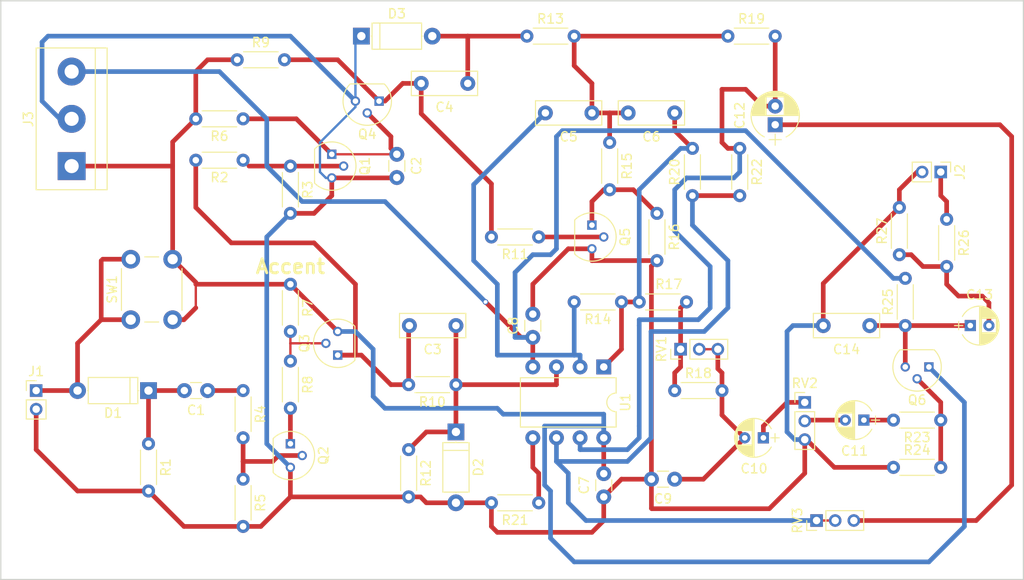
<source format=kicad_pcb>
(kicad_pcb (version 4) (host pcbnew 4.0.6)

  (general
    (links 101)
    (no_connects 0)
    (area 45.009999 79.934999 155.015001 142.315001)
    (thickness 1.6)
    (drawings 6)
    (tracks 291)
    (zones 0)
    (modules 58)
    (nets 34)
  )

  (page A4)
  (layers
    (0 F.Cu signal)
    (31 B.Cu signal)
    (32 B.Adhes user)
    (33 F.Adhes user)
    (34 B.Paste user)
    (35 F.Paste user)
    (36 B.SilkS user)
    (37 F.SilkS user)
    (38 B.Mask user)
    (39 F.Mask user)
    (40 Dwgs.User user)
    (41 Cmts.User user)
    (42 Eco1.User user)
    (43 Eco2.User user)
    (44 Edge.Cuts user)
    (45 Margin user)
    (46 B.CrtYd user)
    (47 F.CrtYd user)
    (48 B.Fab user)
    (49 F.Fab user)
  )

  (setup
    (last_trace_width 0.5)
    (trace_clearance 0.2)
    (zone_clearance 0.508)
    (zone_45_only no)
    (trace_min 0.2)
    (segment_width 0.2)
    (edge_width 0.15)
    (via_size 0.6)
    (via_drill 0.4)
    (via_min_size 0.4)
    (via_min_drill 0.3)
    (uvia_size 0.3)
    (uvia_drill 0.1)
    (uvias_allowed no)
    (uvia_min_size 0.2)
    (uvia_min_drill 0.1)
    (pcb_text_width 0.3)
    (pcb_text_size 1.5 1.5)
    (mod_edge_width 0.15)
    (mod_text_size 1 1)
    (mod_text_width 0.15)
    (pad_size 1.524 1.524)
    (pad_drill 0.762)
    (pad_to_mask_clearance 0.2)
    (aux_axis_origin 0 0)
    (visible_elements FFFFFF7F)
    (pcbplotparams
      (layerselection 0x01020_80000001)
      (usegerberextensions true)
      (usegerberattributes true)
      (excludeedgelayer true)
      (linewidth 0.100000)
      (plotframeref false)
      (viasonmask false)
      (mode 1)
      (useauxorigin false)
      (hpglpennumber 1)
      (hpglpenspeed 20)
      (hpglpendiameter 15)
      (hpglpenoverlay 2)
      (psnegative false)
      (psa4output false)
      (plotreference true)
      (plotvalue false)
      (plotinvisibletext false)
      (padsonsilk false)
      (subtractmaskfromsilk false)
      (outputformat 1)
      (mirror false)
      (drillshape 0)
      (scaleselection 1)
      (outputdirectory grb))
  )

  (net 0 "")
  (net 1 "Net-(C1-Pad1)")
  (net 2 "Net-(C1-Pad2)")
  (net 3 "Net-(C2-Pad1)")
  (net 4 GND)
  (net 5 "Net-(C3-Pad1)")
  (net 6 "Net-(C3-Pad2)")
  (net 7 "Net-(C4-Pad1)")
  (net 8 "Net-(C4-Pad2)")
  (net 9 "Net-(C5-Pad1)")
  (net 10 "Net-(C5-Pad2)")
  (net 11 "Net-(C6-Pad1)")
  (net 12 +15V)
  (net 13 -15V)
  (net 14 "Net-(C10-Pad2)")
  (net 15 "Net-(C10-Pad1)")
  (net 16 "Net-(C11-Pad1)")
  (net 17 "Net-(C11-Pad2)")
  (net 18 "Net-(C12-Pad1)")
  (net 19 "Net-(C12-Pad2)")
  (net 20 "Net-(C13-Pad1)")
  (net 21 "Net-(C13-Pad2)")
  (net 22 "Net-(D1-Pad2)")
  (net 23 "Net-(J2-Pad1)")
  (net 24 "Net-(Q1-Pad2)")
  (net 25 "Net-(Q2-Pad2)")
  (net 26 "Net-(Q2-Pad1)")
  (net 27 "Net-(Q3-Pad2)")
  (net 28 "Net-(Q5-Pad2)")
  (net 29 "Net-(Q5-Pad1)")
  (net 30 "Net-(Q6-Pad2)")
  (net 31 "Net-(R17-Pad2)")
  (net 32 "Net-(R20-Pad1)")
  (net 33 "Net-(R21-Pad1)")

  (net_class Default "This is the default net class."
    (clearance 0.2)
    (trace_width 0.5)
    (via_dia 0.6)
    (via_drill 0.4)
    (uvia_dia 0.3)
    (uvia_drill 0.1)
    (add_net +15V)
    (add_net -15V)
    (add_net GND)
    (add_net "Net-(C1-Pad1)")
    (add_net "Net-(C1-Pad2)")
    (add_net "Net-(C10-Pad1)")
    (add_net "Net-(C10-Pad2)")
    (add_net "Net-(C11-Pad1)")
    (add_net "Net-(C11-Pad2)")
    (add_net "Net-(C12-Pad1)")
    (add_net "Net-(C12-Pad2)")
    (add_net "Net-(C13-Pad1)")
    (add_net "Net-(C13-Pad2)")
    (add_net "Net-(C2-Pad1)")
    (add_net "Net-(C3-Pad1)")
    (add_net "Net-(C3-Pad2)")
    (add_net "Net-(C4-Pad1)")
    (add_net "Net-(C4-Pad2)")
    (add_net "Net-(C5-Pad1)")
    (add_net "Net-(C5-Pad2)")
    (add_net "Net-(C6-Pad1)")
    (add_net "Net-(D1-Pad2)")
    (add_net "Net-(J2-Pad1)")
    (add_net "Net-(Q1-Pad2)")
    (add_net "Net-(Q2-Pad1)")
    (add_net "Net-(Q2-Pad2)")
    (add_net "Net-(Q3-Pad2)")
    (add_net "Net-(Q5-Pad1)")
    (add_net "Net-(Q5-Pad2)")
    (add_net "Net-(Q6-Pad2)")
    (add_net "Net-(R17-Pad2)")
    (add_net "Net-(R20-Pad1)")
    (add_net "Net-(R21-Pad1)")
  )

  (module Capacitors_THT:C_Disc_D3.0mm_W1.6mm_P2.50mm (layer F.Cu) (tedit 597BC7C2) (tstamp 5ABA4C86)
    (at 67.31 121.92 180)
    (descr "C, Disc series, Radial, pin pitch=2.50mm, , diameter*width=3.0*1.6mm^2, Capacitor, http://www.vishay.com/docs/45233/krseries.pdf")
    (tags "C Disc series Radial pin pitch 2.50mm  diameter 3.0mm width 1.6mm Capacitor")
    (path /5AB6702C)
    (fp_text reference C1 (at 1.25 -2.11 180) (layer F.SilkS)
      (effects (font (size 1 1) (thickness 0.15)))
    )
    (fp_text value 0.1u (at 1.25 2.11 180) (layer F.Fab)
      (effects (font (size 1 1) (thickness 0.15)))
    )
    (fp_line (start -0.25 -0.8) (end -0.25 0.8) (layer F.Fab) (width 0.1))
    (fp_line (start -0.25 0.8) (end 2.75 0.8) (layer F.Fab) (width 0.1))
    (fp_line (start 2.75 0.8) (end 2.75 -0.8) (layer F.Fab) (width 0.1))
    (fp_line (start 2.75 -0.8) (end -0.25 -0.8) (layer F.Fab) (width 0.1))
    (fp_line (start 0.663 -0.861) (end 1.837 -0.861) (layer F.SilkS) (width 0.12))
    (fp_line (start 0.663 0.861) (end 1.837 0.861) (layer F.SilkS) (width 0.12))
    (fp_line (start -1.05 -1.15) (end -1.05 1.15) (layer F.CrtYd) (width 0.05))
    (fp_line (start -1.05 1.15) (end 3.55 1.15) (layer F.CrtYd) (width 0.05))
    (fp_line (start 3.55 1.15) (end 3.55 -1.15) (layer F.CrtYd) (width 0.05))
    (fp_line (start 3.55 -1.15) (end -1.05 -1.15) (layer F.CrtYd) (width 0.05))
    (fp_text user %R (at 1.25 0 180) (layer F.Fab)
      (effects (font (size 1 1) (thickness 0.15)))
    )
    (pad 1 thru_hole circle (at 0 0 180) (size 1.6 1.6) (drill 0.8) (layers *.Cu *.Mask)
      (net 1 "Net-(C1-Pad1)"))
    (pad 2 thru_hole circle (at 2.5 0 180) (size 1.6 1.6) (drill 0.8) (layers *.Cu *.Mask)
      (net 2 "Net-(C1-Pad2)"))
    (model ${KISYS3DMOD}/Capacitors_THT.3dshapes/C_Disc_D3.0mm_W1.6mm_P2.50mm.wrl
      (at (xyz 0 0 0))
      (scale (xyz 1 1 1))
      (rotate (xyz 0 0 0))
    )
  )

  (module Capacitors_THT:C_Disc_D3.0mm_W1.6mm_P2.50mm (layer F.Cu) (tedit 597BC7C2) (tstamp 5ABA4C8C)
    (at 87.63 96.52 270)
    (descr "C, Disc series, Radial, pin pitch=2.50mm, , diameter*width=3.0*1.6mm^2, Capacitor, http://www.vishay.com/docs/45233/krseries.pdf")
    (tags "C Disc series Radial pin pitch 2.50mm  diameter 3.0mm width 1.6mm Capacitor")
    (path /5AB691A6)
    (fp_text reference C2 (at 1.25 -2.11 270) (layer F.SilkS)
      (effects (font (size 1 1) (thickness 0.15)))
    )
    (fp_text value 100n (at 1.25 2.11 270) (layer F.Fab)
      (effects (font (size 1 1) (thickness 0.15)))
    )
    (fp_line (start -0.25 -0.8) (end -0.25 0.8) (layer F.Fab) (width 0.1))
    (fp_line (start -0.25 0.8) (end 2.75 0.8) (layer F.Fab) (width 0.1))
    (fp_line (start 2.75 0.8) (end 2.75 -0.8) (layer F.Fab) (width 0.1))
    (fp_line (start 2.75 -0.8) (end -0.25 -0.8) (layer F.Fab) (width 0.1))
    (fp_line (start 0.663 -0.861) (end 1.837 -0.861) (layer F.SilkS) (width 0.12))
    (fp_line (start 0.663 0.861) (end 1.837 0.861) (layer F.SilkS) (width 0.12))
    (fp_line (start -1.05 -1.15) (end -1.05 1.15) (layer F.CrtYd) (width 0.05))
    (fp_line (start -1.05 1.15) (end 3.55 1.15) (layer F.CrtYd) (width 0.05))
    (fp_line (start 3.55 1.15) (end 3.55 -1.15) (layer F.CrtYd) (width 0.05))
    (fp_line (start 3.55 -1.15) (end -1.05 -1.15) (layer F.CrtYd) (width 0.05))
    (fp_text user %R (at 1.25 0 270) (layer F.Fab)
      (effects (font (size 1 1) (thickness 0.15)))
    )
    (pad 1 thru_hole circle (at 0 0 270) (size 1.6 1.6) (drill 0.8) (layers *.Cu *.Mask)
      (net 3 "Net-(C2-Pad1)"))
    (pad 2 thru_hole circle (at 2.5 0 270) (size 1.6 1.6) (drill 0.8) (layers *.Cu *.Mask)
      (net 4 GND))
    (model ${KISYS3DMOD}/Capacitors_THT.3dshapes/C_Disc_D3.0mm_W1.6mm_P2.50mm.wrl
      (at (xyz 0 0 0))
      (scale (xyz 1 1 1))
      (rotate (xyz 0 0 0))
    )
  )

  (module Capacitors_THT:C_Disc_D7.0mm_W2.5mm_P5.00mm (layer F.Cu) (tedit 597BC7C2) (tstamp 5ABA4C92)
    (at 93.98 114.935 180)
    (descr "C, Disc series, Radial, pin pitch=5.00mm, , diameter*width=7*2.5mm^2, Capacitor, http://cdn-reichelt.de/documents/datenblatt/B300/DS_KERKO_TC.pdf")
    (tags "C Disc series Radial pin pitch 5.00mm  diameter 7mm width 2.5mm Capacitor")
    (path /5AB67642)
    (fp_text reference C3 (at 2.5 -2.56 180) (layer F.SilkS)
      (effects (font (size 1 1) (thickness 0.15)))
    )
    (fp_text value 15n (at 2.5 2.56 180) (layer F.Fab)
      (effects (font (size 1 1) (thickness 0.15)))
    )
    (fp_line (start -1 -1.25) (end -1 1.25) (layer F.Fab) (width 0.1))
    (fp_line (start -1 1.25) (end 6 1.25) (layer F.Fab) (width 0.1))
    (fp_line (start 6 1.25) (end 6 -1.25) (layer F.Fab) (width 0.1))
    (fp_line (start 6 -1.25) (end -1 -1.25) (layer F.Fab) (width 0.1))
    (fp_line (start -1.06 -1.31) (end 6.06 -1.31) (layer F.SilkS) (width 0.12))
    (fp_line (start -1.06 1.31) (end 6.06 1.31) (layer F.SilkS) (width 0.12))
    (fp_line (start -1.06 -1.31) (end -1.06 1.31) (layer F.SilkS) (width 0.12))
    (fp_line (start 6.06 -1.31) (end 6.06 1.31) (layer F.SilkS) (width 0.12))
    (fp_line (start -1.35 -1.6) (end -1.35 1.6) (layer F.CrtYd) (width 0.05))
    (fp_line (start -1.35 1.6) (end 6.35 1.6) (layer F.CrtYd) (width 0.05))
    (fp_line (start 6.35 1.6) (end 6.35 -1.6) (layer F.CrtYd) (width 0.05))
    (fp_line (start 6.35 -1.6) (end -1.35 -1.6) (layer F.CrtYd) (width 0.05))
    (fp_text user %R (at 2.5 0 180) (layer F.Fab)
      (effects (font (size 1 1) (thickness 0.15)))
    )
    (pad 1 thru_hole circle (at 0 0 180) (size 1.6 1.6) (drill 0.8) (layers *.Cu *.Mask)
      (net 5 "Net-(C3-Pad1)"))
    (pad 2 thru_hole circle (at 5 0 180) (size 1.6 1.6) (drill 0.8) (layers *.Cu *.Mask)
      (net 6 "Net-(C3-Pad2)"))
    (model ${KISYS3DMOD}/Capacitors_THT.3dshapes/C_Disc_D7.0mm_W2.5mm_P5.00mm.wrl
      (at (xyz 0 0 0))
      (scale (xyz 1 1 1))
      (rotate (xyz 0 0 0))
    )
  )

  (module Capacitors_THT:C_Disc_D7.0mm_W2.5mm_P5.00mm (layer F.Cu) (tedit 597BC7C2) (tstamp 5ABA4C98)
    (at 95.25 88.9 180)
    (descr "C, Disc series, Radial, pin pitch=5.00mm, , diameter*width=7*2.5mm^2, Capacitor, http://cdn-reichelt.de/documents/datenblatt/B300/DS_KERKO_TC.pdf")
    (tags "C Disc series Radial pin pitch 5.00mm  diameter 7mm width 2.5mm Capacitor")
    (path /5AB6AC90)
    (fp_text reference C4 (at 2.5 -2.56 180) (layer F.SilkS)
      (effects (font (size 1 1) (thickness 0.15)))
    )
    (fp_text value 33n (at 2.5 2.56 180) (layer F.Fab)
      (effects (font (size 1 1) (thickness 0.15)))
    )
    (fp_line (start -1 -1.25) (end -1 1.25) (layer F.Fab) (width 0.1))
    (fp_line (start -1 1.25) (end 6 1.25) (layer F.Fab) (width 0.1))
    (fp_line (start 6 1.25) (end 6 -1.25) (layer F.Fab) (width 0.1))
    (fp_line (start 6 -1.25) (end -1 -1.25) (layer F.Fab) (width 0.1))
    (fp_line (start -1.06 -1.31) (end 6.06 -1.31) (layer F.SilkS) (width 0.12))
    (fp_line (start -1.06 1.31) (end 6.06 1.31) (layer F.SilkS) (width 0.12))
    (fp_line (start -1.06 -1.31) (end -1.06 1.31) (layer F.SilkS) (width 0.12))
    (fp_line (start 6.06 -1.31) (end 6.06 1.31) (layer F.SilkS) (width 0.12))
    (fp_line (start -1.35 -1.6) (end -1.35 1.6) (layer F.CrtYd) (width 0.05))
    (fp_line (start -1.35 1.6) (end 6.35 1.6) (layer F.CrtYd) (width 0.05))
    (fp_line (start 6.35 1.6) (end 6.35 -1.6) (layer F.CrtYd) (width 0.05))
    (fp_line (start 6.35 -1.6) (end -1.35 -1.6) (layer F.CrtYd) (width 0.05))
    (fp_text user %R (at 2.5 0 180) (layer F.Fab)
      (effects (font (size 1 1) (thickness 0.15)))
    )
    (pad 1 thru_hole circle (at 0 0 180) (size 1.6 1.6) (drill 0.8) (layers *.Cu *.Mask)
      (net 7 "Net-(C4-Pad1)"))
    (pad 2 thru_hole circle (at 5 0 180) (size 1.6 1.6) (drill 0.8) (layers *.Cu *.Mask)
      (net 8 "Net-(C4-Pad2)"))
    (model ${KISYS3DMOD}/Capacitors_THT.3dshapes/C_Disc_D7.0mm_W2.5mm_P5.00mm.wrl
      (at (xyz 0 0 0))
      (scale (xyz 1 1 1))
      (rotate (xyz 0 0 0))
    )
  )

  (module Capacitors_THT:C_Disc_D7.0mm_W2.5mm_P5.00mm (layer F.Cu) (tedit 597BC7C2) (tstamp 5ABA4C9E)
    (at 108.585 92.075 180)
    (descr "C, Disc series, Radial, pin pitch=5.00mm, , diameter*width=7*2.5mm^2, Capacitor, http://cdn-reichelt.de/documents/datenblatt/B300/DS_KERKO_TC.pdf")
    (tags "C Disc series Radial pin pitch 5.00mm  diameter 7mm width 2.5mm Capacitor")
    (path /5AB6A95B)
    (fp_text reference C5 (at 2.5 -2.56 180) (layer F.SilkS)
      (effects (font (size 1 1) (thickness 0.15)))
    )
    (fp_text value 15n (at 2.5 2.56 180) (layer F.Fab)
      (effects (font (size 1 1) (thickness 0.15)))
    )
    (fp_line (start -1 -1.25) (end -1 1.25) (layer F.Fab) (width 0.1))
    (fp_line (start -1 1.25) (end 6 1.25) (layer F.Fab) (width 0.1))
    (fp_line (start 6 1.25) (end 6 -1.25) (layer F.Fab) (width 0.1))
    (fp_line (start 6 -1.25) (end -1 -1.25) (layer F.Fab) (width 0.1))
    (fp_line (start -1.06 -1.31) (end 6.06 -1.31) (layer F.SilkS) (width 0.12))
    (fp_line (start -1.06 1.31) (end 6.06 1.31) (layer F.SilkS) (width 0.12))
    (fp_line (start -1.06 -1.31) (end -1.06 1.31) (layer F.SilkS) (width 0.12))
    (fp_line (start 6.06 -1.31) (end 6.06 1.31) (layer F.SilkS) (width 0.12))
    (fp_line (start -1.35 -1.6) (end -1.35 1.6) (layer F.CrtYd) (width 0.05))
    (fp_line (start -1.35 1.6) (end 6.35 1.6) (layer F.CrtYd) (width 0.05))
    (fp_line (start 6.35 1.6) (end 6.35 -1.6) (layer F.CrtYd) (width 0.05))
    (fp_line (start 6.35 -1.6) (end -1.35 -1.6) (layer F.CrtYd) (width 0.05))
    (fp_text user %R (at 2.5 0 180) (layer F.Fab)
      (effects (font (size 1 1) (thickness 0.15)))
    )
    (pad 1 thru_hole circle (at 0 0 180) (size 1.6 1.6) (drill 0.8) (layers *.Cu *.Mask)
      (net 9 "Net-(C5-Pad1)"))
    (pad 2 thru_hole circle (at 5 0 180) (size 1.6 1.6) (drill 0.8) (layers *.Cu *.Mask)
      (net 10 "Net-(C5-Pad2)"))
    (model ${KISYS3DMOD}/Capacitors_THT.3dshapes/C_Disc_D7.0mm_W2.5mm_P5.00mm.wrl
      (at (xyz 0 0 0))
      (scale (xyz 1 1 1))
      (rotate (xyz 0 0 0))
    )
  )

  (module Capacitors_THT:C_Disc_D7.0mm_W2.5mm_P5.00mm (layer F.Cu) (tedit 597BC7C2) (tstamp 5ABA4CA4)
    (at 117.475 92.075 180)
    (descr "C, Disc series, Radial, pin pitch=5.00mm, , diameter*width=7*2.5mm^2, Capacitor, http://cdn-reichelt.de/documents/datenblatt/B300/DS_KERKO_TC.pdf")
    (tags "C Disc series Radial pin pitch 5.00mm  diameter 7mm width 2.5mm Capacitor")
    (path /5AB6A9F2)
    (fp_text reference C6 (at 2.5 -2.56 180) (layer F.SilkS)
      (effects (font (size 1 1) (thickness 0.15)))
    )
    (fp_text value 15n (at 2.5 2.56 180) (layer F.Fab)
      (effects (font (size 1 1) (thickness 0.15)))
    )
    (fp_line (start -1 -1.25) (end -1 1.25) (layer F.Fab) (width 0.1))
    (fp_line (start -1 1.25) (end 6 1.25) (layer F.Fab) (width 0.1))
    (fp_line (start 6 1.25) (end 6 -1.25) (layer F.Fab) (width 0.1))
    (fp_line (start 6 -1.25) (end -1 -1.25) (layer F.Fab) (width 0.1))
    (fp_line (start -1.06 -1.31) (end 6.06 -1.31) (layer F.SilkS) (width 0.12))
    (fp_line (start -1.06 1.31) (end 6.06 1.31) (layer F.SilkS) (width 0.12))
    (fp_line (start -1.06 -1.31) (end -1.06 1.31) (layer F.SilkS) (width 0.12))
    (fp_line (start 6.06 -1.31) (end 6.06 1.31) (layer F.SilkS) (width 0.12))
    (fp_line (start -1.35 -1.6) (end -1.35 1.6) (layer F.CrtYd) (width 0.05))
    (fp_line (start -1.35 1.6) (end 6.35 1.6) (layer F.CrtYd) (width 0.05))
    (fp_line (start 6.35 1.6) (end 6.35 -1.6) (layer F.CrtYd) (width 0.05))
    (fp_line (start 6.35 -1.6) (end -1.35 -1.6) (layer F.CrtYd) (width 0.05))
    (fp_text user %R (at 2.5 0 180) (layer F.Fab)
      (effects (font (size 1 1) (thickness 0.15)))
    )
    (pad 1 thru_hole circle (at 0 0 180) (size 1.6 1.6) (drill 0.8) (layers *.Cu *.Mask)
      (net 11 "Net-(C6-Pad1)"))
    (pad 2 thru_hole circle (at 5 0 180) (size 1.6 1.6) (drill 0.8) (layers *.Cu *.Mask)
      (net 9 "Net-(C5-Pad1)"))
    (model ${KISYS3DMOD}/Capacitors_THT.3dshapes/C_Disc_D7.0mm_W2.5mm_P5.00mm.wrl
      (at (xyz 0 0 0))
      (scale (xyz 1 1 1))
      (rotate (xyz 0 0 0))
    )
  )

  (module Capacitors_THT:C_Disc_D3.0mm_W1.6mm_P2.50mm (layer F.Cu) (tedit 597BC7C2) (tstamp 5ABA4CAA)
    (at 109.855 133.35 90)
    (descr "C, Disc series, Radial, pin pitch=2.50mm, , diameter*width=3.0*1.6mm^2, Capacitor, http://www.vishay.com/docs/45233/krseries.pdf")
    (tags "C Disc series Radial pin pitch 2.50mm  diameter 3.0mm width 1.6mm Capacitor")
    (path /5AB718B4)
    (fp_text reference C7 (at 1.25 -2.11 90) (layer F.SilkS)
      (effects (font (size 1 1) (thickness 0.15)))
    )
    (fp_text value 0.1u (at 1.25 2.11 90) (layer F.Fab)
      (effects (font (size 1 1) (thickness 0.15)))
    )
    (fp_line (start -0.25 -0.8) (end -0.25 0.8) (layer F.Fab) (width 0.1))
    (fp_line (start -0.25 0.8) (end 2.75 0.8) (layer F.Fab) (width 0.1))
    (fp_line (start 2.75 0.8) (end 2.75 -0.8) (layer F.Fab) (width 0.1))
    (fp_line (start 2.75 -0.8) (end -0.25 -0.8) (layer F.Fab) (width 0.1))
    (fp_line (start 0.663 -0.861) (end 1.837 -0.861) (layer F.SilkS) (width 0.12))
    (fp_line (start 0.663 0.861) (end 1.837 0.861) (layer F.SilkS) (width 0.12))
    (fp_line (start -1.05 -1.15) (end -1.05 1.15) (layer F.CrtYd) (width 0.05))
    (fp_line (start -1.05 1.15) (end 3.55 1.15) (layer F.CrtYd) (width 0.05))
    (fp_line (start 3.55 1.15) (end 3.55 -1.15) (layer F.CrtYd) (width 0.05))
    (fp_line (start 3.55 -1.15) (end -1.05 -1.15) (layer F.CrtYd) (width 0.05))
    (fp_text user %R (at 1.25 0 90) (layer F.Fab)
      (effects (font (size 1 1) (thickness 0.15)))
    )
    (pad 1 thru_hole circle (at 0 0 90) (size 1.6 1.6) (drill 0.8) (layers *.Cu *.Mask)
      (net 4 GND))
    (pad 2 thru_hole circle (at 2.5 0 90) (size 1.6 1.6) (drill 0.8) (layers *.Cu *.Mask)
      (net 12 +15V))
    (model ${KISYS3DMOD}/Capacitors_THT.3dshapes/C_Disc_D3.0mm_W1.6mm_P2.50mm.wrl
      (at (xyz 0 0 0))
      (scale (xyz 1 1 1))
      (rotate (xyz 0 0 0))
    )
  )

  (module Capacitors_THT:C_Disc_D3.0mm_W1.6mm_P2.50mm (layer F.Cu) (tedit 597BC7C2) (tstamp 5ABA4CB0)
    (at 102.235 116.205 90)
    (descr "C, Disc series, Radial, pin pitch=2.50mm, , diameter*width=3.0*1.6mm^2, Capacitor, http://www.vishay.com/docs/45233/krseries.pdf")
    (tags "C Disc series Radial pin pitch 2.50mm  diameter 3.0mm width 1.6mm Capacitor")
    (path /5AB719E7)
    (fp_text reference C8 (at 1.25 -2.11 90) (layer F.SilkS)
      (effects (font (size 1 1) (thickness 0.15)))
    )
    (fp_text value 0.1u (at 1.25 2.11 90) (layer F.Fab)
      (effects (font (size 1 1) (thickness 0.15)))
    )
    (fp_line (start -0.25 -0.8) (end -0.25 0.8) (layer F.Fab) (width 0.1))
    (fp_line (start -0.25 0.8) (end 2.75 0.8) (layer F.Fab) (width 0.1))
    (fp_line (start 2.75 0.8) (end 2.75 -0.8) (layer F.Fab) (width 0.1))
    (fp_line (start 2.75 -0.8) (end -0.25 -0.8) (layer F.Fab) (width 0.1))
    (fp_line (start 0.663 -0.861) (end 1.837 -0.861) (layer F.SilkS) (width 0.12))
    (fp_line (start 0.663 0.861) (end 1.837 0.861) (layer F.SilkS) (width 0.12))
    (fp_line (start -1.05 -1.15) (end -1.05 1.15) (layer F.CrtYd) (width 0.05))
    (fp_line (start -1.05 1.15) (end 3.55 1.15) (layer F.CrtYd) (width 0.05))
    (fp_line (start 3.55 1.15) (end 3.55 -1.15) (layer F.CrtYd) (width 0.05))
    (fp_line (start 3.55 -1.15) (end -1.05 -1.15) (layer F.CrtYd) (width 0.05))
    (fp_text user %R (at 1.25 0 90) (layer F.Fab)
      (effects (font (size 1 1) (thickness 0.15)))
    )
    (pad 1 thru_hole circle (at 0 0 90) (size 1.6 1.6) (drill 0.8) (layers *.Cu *.Mask)
      (net 13 -15V))
    (pad 2 thru_hole circle (at 2.5 0 90) (size 1.6 1.6) (drill 0.8) (layers *.Cu *.Mask)
      (net 4 GND))
    (model ${KISYS3DMOD}/Capacitors_THT.3dshapes/C_Disc_D3.0mm_W1.6mm_P2.50mm.wrl
      (at (xyz 0 0 0))
      (scale (xyz 1 1 1))
      (rotate (xyz 0 0 0))
    )
  )

  (module Capacitors_THT:C_Disc_D3.0mm_W1.6mm_P2.50mm (layer F.Cu) (tedit 597BC7C2) (tstamp 5ABA4CB6)
    (at 117.475 131.445 180)
    (descr "C, Disc series, Radial, pin pitch=2.50mm, , diameter*width=3.0*1.6mm^2, Capacitor, http://www.vishay.com/docs/45233/krseries.pdf")
    (tags "C Disc series Radial pin pitch 2.50mm  diameter 3.0mm width 1.6mm Capacitor")
    (path /5AB6BE60)
    (fp_text reference C9 (at 1.25 -2.11 180) (layer F.SilkS)
      (effects (font (size 1 1) (thickness 0.15)))
    )
    (fp_text value 100n (at 1.25 2.11 180) (layer F.Fab)
      (effects (font (size 1 1) (thickness 0.15)))
    )
    (fp_line (start -0.25 -0.8) (end -0.25 0.8) (layer F.Fab) (width 0.1))
    (fp_line (start -0.25 0.8) (end 2.75 0.8) (layer F.Fab) (width 0.1))
    (fp_line (start 2.75 0.8) (end 2.75 -0.8) (layer F.Fab) (width 0.1))
    (fp_line (start 2.75 -0.8) (end -0.25 -0.8) (layer F.Fab) (width 0.1))
    (fp_line (start 0.663 -0.861) (end 1.837 -0.861) (layer F.SilkS) (width 0.12))
    (fp_line (start 0.663 0.861) (end 1.837 0.861) (layer F.SilkS) (width 0.12))
    (fp_line (start -1.05 -1.15) (end -1.05 1.15) (layer F.CrtYd) (width 0.05))
    (fp_line (start -1.05 1.15) (end 3.55 1.15) (layer F.CrtYd) (width 0.05))
    (fp_line (start 3.55 1.15) (end 3.55 -1.15) (layer F.CrtYd) (width 0.05))
    (fp_line (start 3.55 -1.15) (end -1.05 -1.15) (layer F.CrtYd) (width 0.05))
    (fp_text user %R (at 1.25 0 180) (layer F.Fab)
      (effects (font (size 1 1) (thickness 0.15)))
    )
    (pad 1 thru_hole circle (at 0 0 180) (size 1.6 1.6) (drill 0.8) (layers *.Cu *.Mask)
      (net 14 "Net-(C10-Pad2)"))
    (pad 2 thru_hole circle (at 2.5 0 180) (size 1.6 1.6) (drill 0.8) (layers *.Cu *.Mask)
      (net 4 GND))
    (model ${KISYS3DMOD}/Capacitors_THT.3dshapes/C_Disc_D3.0mm_W1.6mm_P2.50mm.wrl
      (at (xyz 0 0 0))
      (scale (xyz 1 1 1))
      (rotate (xyz 0 0 0))
    )
  )

  (module Capacitors_THT:CP_Radial_D4.0mm_P2.00mm (layer F.Cu) (tedit 597BC7C2) (tstamp 5ABA4CBC)
    (at 127 127 180)
    (descr "CP, Radial series, Radial, pin pitch=2.00mm, , diameter=4mm, Electrolytic Capacitor")
    (tags "CP Radial series Radial pin pitch 2.00mm  diameter 4mm Electrolytic Capacitor")
    (path /5AB6C30E)
    (fp_text reference C10 (at 1 -3.31 180) (layer F.SilkS)
      (effects (font (size 1 1) (thickness 0.15)))
    )
    (fp_text value 0.47/50 (at 1 3.31 180) (layer F.Fab)
      (effects (font (size 1 1) (thickness 0.15)))
    )
    (fp_arc (start 1 0) (end -0.845996 -0.98) (angle 124.1) (layer F.SilkS) (width 0.12))
    (fp_arc (start 1 0) (end -0.845996 0.98) (angle -124.1) (layer F.SilkS) (width 0.12))
    (fp_arc (start 1 0) (end 2.845996 -0.98) (angle 55.9) (layer F.SilkS) (width 0.12))
    (fp_circle (center 1 0) (end 3 0) (layer F.Fab) (width 0.1))
    (fp_line (start -1.7 0) (end -0.8 0) (layer F.Fab) (width 0.1))
    (fp_line (start -1.25 -0.45) (end -1.25 0.45) (layer F.Fab) (width 0.1))
    (fp_line (start 1 -2.05) (end 1 2.05) (layer F.SilkS) (width 0.12))
    (fp_line (start 1.04 -2.05) (end 1.04 2.05) (layer F.SilkS) (width 0.12))
    (fp_line (start 1.08 -2.049) (end 1.08 2.049) (layer F.SilkS) (width 0.12))
    (fp_line (start 1.12 -2.047) (end 1.12 2.047) (layer F.SilkS) (width 0.12))
    (fp_line (start 1.16 -2.044) (end 1.16 2.044) (layer F.SilkS) (width 0.12))
    (fp_line (start 1.2 -2.041) (end 1.2 2.041) (layer F.SilkS) (width 0.12))
    (fp_line (start 1.24 -2.037) (end 1.24 -0.78) (layer F.SilkS) (width 0.12))
    (fp_line (start 1.24 0.78) (end 1.24 2.037) (layer F.SilkS) (width 0.12))
    (fp_line (start 1.28 -2.032) (end 1.28 -0.78) (layer F.SilkS) (width 0.12))
    (fp_line (start 1.28 0.78) (end 1.28 2.032) (layer F.SilkS) (width 0.12))
    (fp_line (start 1.32 -2.026) (end 1.32 -0.78) (layer F.SilkS) (width 0.12))
    (fp_line (start 1.32 0.78) (end 1.32 2.026) (layer F.SilkS) (width 0.12))
    (fp_line (start 1.36 -2.019) (end 1.36 -0.78) (layer F.SilkS) (width 0.12))
    (fp_line (start 1.36 0.78) (end 1.36 2.019) (layer F.SilkS) (width 0.12))
    (fp_line (start 1.4 -2.012) (end 1.4 -0.78) (layer F.SilkS) (width 0.12))
    (fp_line (start 1.4 0.78) (end 1.4 2.012) (layer F.SilkS) (width 0.12))
    (fp_line (start 1.44 -2.004) (end 1.44 -0.78) (layer F.SilkS) (width 0.12))
    (fp_line (start 1.44 0.78) (end 1.44 2.004) (layer F.SilkS) (width 0.12))
    (fp_line (start 1.48 -1.995) (end 1.48 -0.78) (layer F.SilkS) (width 0.12))
    (fp_line (start 1.48 0.78) (end 1.48 1.995) (layer F.SilkS) (width 0.12))
    (fp_line (start 1.52 -1.985) (end 1.52 -0.78) (layer F.SilkS) (width 0.12))
    (fp_line (start 1.52 0.78) (end 1.52 1.985) (layer F.SilkS) (width 0.12))
    (fp_line (start 1.56 -1.974) (end 1.56 -0.78) (layer F.SilkS) (width 0.12))
    (fp_line (start 1.56 0.78) (end 1.56 1.974) (layer F.SilkS) (width 0.12))
    (fp_line (start 1.6 -1.963) (end 1.6 -0.78) (layer F.SilkS) (width 0.12))
    (fp_line (start 1.6 0.78) (end 1.6 1.963) (layer F.SilkS) (width 0.12))
    (fp_line (start 1.64 -1.95) (end 1.64 -0.78) (layer F.SilkS) (width 0.12))
    (fp_line (start 1.64 0.78) (end 1.64 1.95) (layer F.SilkS) (width 0.12))
    (fp_line (start 1.68 -1.937) (end 1.68 -0.78) (layer F.SilkS) (width 0.12))
    (fp_line (start 1.68 0.78) (end 1.68 1.937) (layer F.SilkS) (width 0.12))
    (fp_line (start 1.721 -1.923) (end 1.721 -0.78) (layer F.SilkS) (width 0.12))
    (fp_line (start 1.721 0.78) (end 1.721 1.923) (layer F.SilkS) (width 0.12))
    (fp_line (start 1.761 -1.907) (end 1.761 -0.78) (layer F.SilkS) (width 0.12))
    (fp_line (start 1.761 0.78) (end 1.761 1.907) (layer F.SilkS) (width 0.12))
    (fp_line (start 1.801 -1.891) (end 1.801 -0.78) (layer F.SilkS) (width 0.12))
    (fp_line (start 1.801 0.78) (end 1.801 1.891) (layer F.SilkS) (width 0.12))
    (fp_line (start 1.841 -1.874) (end 1.841 -0.78) (layer F.SilkS) (width 0.12))
    (fp_line (start 1.841 0.78) (end 1.841 1.874) (layer F.SilkS) (width 0.12))
    (fp_line (start 1.881 -1.856) (end 1.881 -0.78) (layer F.SilkS) (width 0.12))
    (fp_line (start 1.881 0.78) (end 1.881 1.856) (layer F.SilkS) (width 0.12))
    (fp_line (start 1.921 -1.837) (end 1.921 -0.78) (layer F.SilkS) (width 0.12))
    (fp_line (start 1.921 0.78) (end 1.921 1.837) (layer F.SilkS) (width 0.12))
    (fp_line (start 1.961 -1.817) (end 1.961 -0.78) (layer F.SilkS) (width 0.12))
    (fp_line (start 1.961 0.78) (end 1.961 1.817) (layer F.SilkS) (width 0.12))
    (fp_line (start 2.001 -1.796) (end 2.001 -0.78) (layer F.SilkS) (width 0.12))
    (fp_line (start 2.001 0.78) (end 2.001 1.796) (layer F.SilkS) (width 0.12))
    (fp_line (start 2.041 -1.773) (end 2.041 -0.78) (layer F.SilkS) (width 0.12))
    (fp_line (start 2.041 0.78) (end 2.041 1.773) (layer F.SilkS) (width 0.12))
    (fp_line (start 2.081 -1.75) (end 2.081 -0.78) (layer F.SilkS) (width 0.12))
    (fp_line (start 2.081 0.78) (end 2.081 1.75) (layer F.SilkS) (width 0.12))
    (fp_line (start 2.121 -1.725) (end 2.121 -0.78) (layer F.SilkS) (width 0.12))
    (fp_line (start 2.121 0.78) (end 2.121 1.725) (layer F.SilkS) (width 0.12))
    (fp_line (start 2.161 -1.699) (end 2.161 -0.78) (layer F.SilkS) (width 0.12))
    (fp_line (start 2.161 0.78) (end 2.161 1.699) (layer F.SilkS) (width 0.12))
    (fp_line (start 2.201 -1.672) (end 2.201 -0.78) (layer F.SilkS) (width 0.12))
    (fp_line (start 2.201 0.78) (end 2.201 1.672) (layer F.SilkS) (width 0.12))
    (fp_line (start 2.241 -1.643) (end 2.241 -0.78) (layer F.SilkS) (width 0.12))
    (fp_line (start 2.241 0.78) (end 2.241 1.643) (layer F.SilkS) (width 0.12))
    (fp_line (start 2.281 -1.613) (end 2.281 -0.78) (layer F.SilkS) (width 0.12))
    (fp_line (start 2.281 0.78) (end 2.281 1.613) (layer F.SilkS) (width 0.12))
    (fp_line (start 2.321 -1.581) (end 2.321 -0.78) (layer F.SilkS) (width 0.12))
    (fp_line (start 2.321 0.78) (end 2.321 1.581) (layer F.SilkS) (width 0.12))
    (fp_line (start 2.361 -1.547) (end 2.361 -0.78) (layer F.SilkS) (width 0.12))
    (fp_line (start 2.361 0.78) (end 2.361 1.547) (layer F.SilkS) (width 0.12))
    (fp_line (start 2.401 -1.512) (end 2.401 -0.78) (layer F.SilkS) (width 0.12))
    (fp_line (start 2.401 0.78) (end 2.401 1.512) (layer F.SilkS) (width 0.12))
    (fp_line (start 2.441 -1.475) (end 2.441 -0.78) (layer F.SilkS) (width 0.12))
    (fp_line (start 2.441 0.78) (end 2.441 1.475) (layer F.SilkS) (width 0.12))
    (fp_line (start 2.481 -1.436) (end 2.481 -0.78) (layer F.SilkS) (width 0.12))
    (fp_line (start 2.481 0.78) (end 2.481 1.436) (layer F.SilkS) (width 0.12))
    (fp_line (start 2.521 -1.395) (end 2.521 -0.78) (layer F.SilkS) (width 0.12))
    (fp_line (start 2.521 0.78) (end 2.521 1.395) (layer F.SilkS) (width 0.12))
    (fp_line (start 2.561 -1.351) (end 2.561 -0.78) (layer F.SilkS) (width 0.12))
    (fp_line (start 2.561 0.78) (end 2.561 1.351) (layer F.SilkS) (width 0.12))
    (fp_line (start 2.601 -1.305) (end 2.601 -0.78) (layer F.SilkS) (width 0.12))
    (fp_line (start 2.601 0.78) (end 2.601 1.305) (layer F.SilkS) (width 0.12))
    (fp_line (start 2.641 -1.256) (end 2.641 -0.78) (layer F.SilkS) (width 0.12))
    (fp_line (start 2.641 0.78) (end 2.641 1.256) (layer F.SilkS) (width 0.12))
    (fp_line (start 2.681 -1.204) (end 2.681 -0.78) (layer F.SilkS) (width 0.12))
    (fp_line (start 2.681 0.78) (end 2.681 1.204) (layer F.SilkS) (width 0.12))
    (fp_line (start 2.721 -1.148) (end 2.721 -0.78) (layer F.SilkS) (width 0.12))
    (fp_line (start 2.721 0.78) (end 2.721 1.148) (layer F.SilkS) (width 0.12))
    (fp_line (start 2.761 -1.088) (end 2.761 -0.78) (layer F.SilkS) (width 0.12))
    (fp_line (start 2.761 0.78) (end 2.761 1.088) (layer F.SilkS) (width 0.12))
    (fp_line (start 2.801 -1.023) (end 2.801 1.023) (layer F.SilkS) (width 0.12))
    (fp_line (start 2.841 -0.952) (end 2.841 0.952) (layer F.SilkS) (width 0.12))
    (fp_line (start 2.881 -0.874) (end 2.881 0.874) (layer F.SilkS) (width 0.12))
    (fp_line (start 2.921 -0.786) (end 2.921 0.786) (layer F.SilkS) (width 0.12))
    (fp_line (start 2.961 -0.686) (end 2.961 0.686) (layer F.SilkS) (width 0.12))
    (fp_line (start 3.001 -0.567) (end 3.001 0.567) (layer F.SilkS) (width 0.12))
    (fp_line (start 3.041 -0.415) (end 3.041 0.415) (layer F.SilkS) (width 0.12))
    (fp_line (start 3.081 -0.165) (end 3.081 0.165) (layer F.SilkS) (width 0.12))
    (fp_line (start -1.7 0) (end -0.8 0) (layer F.SilkS) (width 0.12))
    (fp_line (start -1.25 -0.45) (end -1.25 0.45) (layer F.SilkS) (width 0.12))
    (fp_line (start -1.35 -2.35) (end -1.35 2.35) (layer F.CrtYd) (width 0.05))
    (fp_line (start -1.35 2.35) (end 3.35 2.35) (layer F.CrtYd) (width 0.05))
    (fp_line (start 3.35 2.35) (end 3.35 -2.35) (layer F.CrtYd) (width 0.05))
    (fp_line (start 3.35 -2.35) (end -1.35 -2.35) (layer F.CrtYd) (width 0.05))
    (fp_text user %R (at 1 0 180) (layer F.Fab)
      (effects (font (size 1 1) (thickness 0.15)))
    )
    (pad 1 thru_hole rect (at 0 0 180) (size 1.2 1.2) (drill 0.6) (layers *.Cu *.Mask)
      (net 15 "Net-(C10-Pad1)"))
    (pad 2 thru_hole circle (at 2 0 180) (size 1.2 1.2) (drill 0.6) (layers *.Cu *.Mask)
      (net 14 "Net-(C10-Pad2)"))
    (model ${KISYS3DMOD}/Capacitors_THT.3dshapes/CP_Radial_D4.0mm_P2.00mm.wrl
      (at (xyz 0 0 0))
      (scale (xyz 1 1 1))
      (rotate (xyz 0 0 0))
    )
  )

  (module Capacitors_THT:CP_Radial_D4.0mm_P2.00mm (layer F.Cu) (tedit 597BC7C2) (tstamp 5ABA4CC2)
    (at 137.795 125.095 180)
    (descr "CP, Radial series, Radial, pin pitch=2.00mm, , diameter=4mm, Electrolytic Capacitor")
    (tags "CP Radial series Radial pin pitch 2.00mm  diameter 4mm Electrolytic Capacitor")
    (path /5AB6C88C)
    (fp_text reference C11 (at 1 -3.31 180) (layer F.SilkS)
      (effects (font (size 1 1) (thickness 0.15)))
    )
    (fp_text value 0.47/50 (at 1 3.31 180) (layer F.Fab)
      (effects (font (size 1 1) (thickness 0.15)))
    )
    (fp_arc (start 1 0) (end -0.845996 -0.98) (angle 124.1) (layer F.SilkS) (width 0.12))
    (fp_arc (start 1 0) (end -0.845996 0.98) (angle -124.1) (layer F.SilkS) (width 0.12))
    (fp_arc (start 1 0) (end 2.845996 -0.98) (angle 55.9) (layer F.SilkS) (width 0.12))
    (fp_circle (center 1 0) (end 3 0) (layer F.Fab) (width 0.1))
    (fp_line (start -1.7 0) (end -0.8 0) (layer F.Fab) (width 0.1))
    (fp_line (start -1.25 -0.45) (end -1.25 0.45) (layer F.Fab) (width 0.1))
    (fp_line (start 1 -2.05) (end 1 2.05) (layer F.SilkS) (width 0.12))
    (fp_line (start 1.04 -2.05) (end 1.04 2.05) (layer F.SilkS) (width 0.12))
    (fp_line (start 1.08 -2.049) (end 1.08 2.049) (layer F.SilkS) (width 0.12))
    (fp_line (start 1.12 -2.047) (end 1.12 2.047) (layer F.SilkS) (width 0.12))
    (fp_line (start 1.16 -2.044) (end 1.16 2.044) (layer F.SilkS) (width 0.12))
    (fp_line (start 1.2 -2.041) (end 1.2 2.041) (layer F.SilkS) (width 0.12))
    (fp_line (start 1.24 -2.037) (end 1.24 -0.78) (layer F.SilkS) (width 0.12))
    (fp_line (start 1.24 0.78) (end 1.24 2.037) (layer F.SilkS) (width 0.12))
    (fp_line (start 1.28 -2.032) (end 1.28 -0.78) (layer F.SilkS) (width 0.12))
    (fp_line (start 1.28 0.78) (end 1.28 2.032) (layer F.SilkS) (width 0.12))
    (fp_line (start 1.32 -2.026) (end 1.32 -0.78) (layer F.SilkS) (width 0.12))
    (fp_line (start 1.32 0.78) (end 1.32 2.026) (layer F.SilkS) (width 0.12))
    (fp_line (start 1.36 -2.019) (end 1.36 -0.78) (layer F.SilkS) (width 0.12))
    (fp_line (start 1.36 0.78) (end 1.36 2.019) (layer F.SilkS) (width 0.12))
    (fp_line (start 1.4 -2.012) (end 1.4 -0.78) (layer F.SilkS) (width 0.12))
    (fp_line (start 1.4 0.78) (end 1.4 2.012) (layer F.SilkS) (width 0.12))
    (fp_line (start 1.44 -2.004) (end 1.44 -0.78) (layer F.SilkS) (width 0.12))
    (fp_line (start 1.44 0.78) (end 1.44 2.004) (layer F.SilkS) (width 0.12))
    (fp_line (start 1.48 -1.995) (end 1.48 -0.78) (layer F.SilkS) (width 0.12))
    (fp_line (start 1.48 0.78) (end 1.48 1.995) (layer F.SilkS) (width 0.12))
    (fp_line (start 1.52 -1.985) (end 1.52 -0.78) (layer F.SilkS) (width 0.12))
    (fp_line (start 1.52 0.78) (end 1.52 1.985) (layer F.SilkS) (width 0.12))
    (fp_line (start 1.56 -1.974) (end 1.56 -0.78) (layer F.SilkS) (width 0.12))
    (fp_line (start 1.56 0.78) (end 1.56 1.974) (layer F.SilkS) (width 0.12))
    (fp_line (start 1.6 -1.963) (end 1.6 -0.78) (layer F.SilkS) (width 0.12))
    (fp_line (start 1.6 0.78) (end 1.6 1.963) (layer F.SilkS) (width 0.12))
    (fp_line (start 1.64 -1.95) (end 1.64 -0.78) (layer F.SilkS) (width 0.12))
    (fp_line (start 1.64 0.78) (end 1.64 1.95) (layer F.SilkS) (width 0.12))
    (fp_line (start 1.68 -1.937) (end 1.68 -0.78) (layer F.SilkS) (width 0.12))
    (fp_line (start 1.68 0.78) (end 1.68 1.937) (layer F.SilkS) (width 0.12))
    (fp_line (start 1.721 -1.923) (end 1.721 -0.78) (layer F.SilkS) (width 0.12))
    (fp_line (start 1.721 0.78) (end 1.721 1.923) (layer F.SilkS) (width 0.12))
    (fp_line (start 1.761 -1.907) (end 1.761 -0.78) (layer F.SilkS) (width 0.12))
    (fp_line (start 1.761 0.78) (end 1.761 1.907) (layer F.SilkS) (width 0.12))
    (fp_line (start 1.801 -1.891) (end 1.801 -0.78) (layer F.SilkS) (width 0.12))
    (fp_line (start 1.801 0.78) (end 1.801 1.891) (layer F.SilkS) (width 0.12))
    (fp_line (start 1.841 -1.874) (end 1.841 -0.78) (layer F.SilkS) (width 0.12))
    (fp_line (start 1.841 0.78) (end 1.841 1.874) (layer F.SilkS) (width 0.12))
    (fp_line (start 1.881 -1.856) (end 1.881 -0.78) (layer F.SilkS) (width 0.12))
    (fp_line (start 1.881 0.78) (end 1.881 1.856) (layer F.SilkS) (width 0.12))
    (fp_line (start 1.921 -1.837) (end 1.921 -0.78) (layer F.SilkS) (width 0.12))
    (fp_line (start 1.921 0.78) (end 1.921 1.837) (layer F.SilkS) (width 0.12))
    (fp_line (start 1.961 -1.817) (end 1.961 -0.78) (layer F.SilkS) (width 0.12))
    (fp_line (start 1.961 0.78) (end 1.961 1.817) (layer F.SilkS) (width 0.12))
    (fp_line (start 2.001 -1.796) (end 2.001 -0.78) (layer F.SilkS) (width 0.12))
    (fp_line (start 2.001 0.78) (end 2.001 1.796) (layer F.SilkS) (width 0.12))
    (fp_line (start 2.041 -1.773) (end 2.041 -0.78) (layer F.SilkS) (width 0.12))
    (fp_line (start 2.041 0.78) (end 2.041 1.773) (layer F.SilkS) (width 0.12))
    (fp_line (start 2.081 -1.75) (end 2.081 -0.78) (layer F.SilkS) (width 0.12))
    (fp_line (start 2.081 0.78) (end 2.081 1.75) (layer F.SilkS) (width 0.12))
    (fp_line (start 2.121 -1.725) (end 2.121 -0.78) (layer F.SilkS) (width 0.12))
    (fp_line (start 2.121 0.78) (end 2.121 1.725) (layer F.SilkS) (width 0.12))
    (fp_line (start 2.161 -1.699) (end 2.161 -0.78) (layer F.SilkS) (width 0.12))
    (fp_line (start 2.161 0.78) (end 2.161 1.699) (layer F.SilkS) (width 0.12))
    (fp_line (start 2.201 -1.672) (end 2.201 -0.78) (layer F.SilkS) (width 0.12))
    (fp_line (start 2.201 0.78) (end 2.201 1.672) (layer F.SilkS) (width 0.12))
    (fp_line (start 2.241 -1.643) (end 2.241 -0.78) (layer F.SilkS) (width 0.12))
    (fp_line (start 2.241 0.78) (end 2.241 1.643) (layer F.SilkS) (width 0.12))
    (fp_line (start 2.281 -1.613) (end 2.281 -0.78) (layer F.SilkS) (width 0.12))
    (fp_line (start 2.281 0.78) (end 2.281 1.613) (layer F.SilkS) (width 0.12))
    (fp_line (start 2.321 -1.581) (end 2.321 -0.78) (layer F.SilkS) (width 0.12))
    (fp_line (start 2.321 0.78) (end 2.321 1.581) (layer F.SilkS) (width 0.12))
    (fp_line (start 2.361 -1.547) (end 2.361 -0.78) (layer F.SilkS) (width 0.12))
    (fp_line (start 2.361 0.78) (end 2.361 1.547) (layer F.SilkS) (width 0.12))
    (fp_line (start 2.401 -1.512) (end 2.401 -0.78) (layer F.SilkS) (width 0.12))
    (fp_line (start 2.401 0.78) (end 2.401 1.512) (layer F.SilkS) (width 0.12))
    (fp_line (start 2.441 -1.475) (end 2.441 -0.78) (layer F.SilkS) (width 0.12))
    (fp_line (start 2.441 0.78) (end 2.441 1.475) (layer F.SilkS) (width 0.12))
    (fp_line (start 2.481 -1.436) (end 2.481 -0.78) (layer F.SilkS) (width 0.12))
    (fp_line (start 2.481 0.78) (end 2.481 1.436) (layer F.SilkS) (width 0.12))
    (fp_line (start 2.521 -1.395) (end 2.521 -0.78) (layer F.SilkS) (width 0.12))
    (fp_line (start 2.521 0.78) (end 2.521 1.395) (layer F.SilkS) (width 0.12))
    (fp_line (start 2.561 -1.351) (end 2.561 -0.78) (layer F.SilkS) (width 0.12))
    (fp_line (start 2.561 0.78) (end 2.561 1.351) (layer F.SilkS) (width 0.12))
    (fp_line (start 2.601 -1.305) (end 2.601 -0.78) (layer F.SilkS) (width 0.12))
    (fp_line (start 2.601 0.78) (end 2.601 1.305) (layer F.SilkS) (width 0.12))
    (fp_line (start 2.641 -1.256) (end 2.641 -0.78) (layer F.SilkS) (width 0.12))
    (fp_line (start 2.641 0.78) (end 2.641 1.256) (layer F.SilkS) (width 0.12))
    (fp_line (start 2.681 -1.204) (end 2.681 -0.78) (layer F.SilkS) (width 0.12))
    (fp_line (start 2.681 0.78) (end 2.681 1.204) (layer F.SilkS) (width 0.12))
    (fp_line (start 2.721 -1.148) (end 2.721 -0.78) (layer F.SilkS) (width 0.12))
    (fp_line (start 2.721 0.78) (end 2.721 1.148) (layer F.SilkS) (width 0.12))
    (fp_line (start 2.761 -1.088) (end 2.761 -0.78) (layer F.SilkS) (width 0.12))
    (fp_line (start 2.761 0.78) (end 2.761 1.088) (layer F.SilkS) (width 0.12))
    (fp_line (start 2.801 -1.023) (end 2.801 1.023) (layer F.SilkS) (width 0.12))
    (fp_line (start 2.841 -0.952) (end 2.841 0.952) (layer F.SilkS) (width 0.12))
    (fp_line (start 2.881 -0.874) (end 2.881 0.874) (layer F.SilkS) (width 0.12))
    (fp_line (start 2.921 -0.786) (end 2.921 0.786) (layer F.SilkS) (width 0.12))
    (fp_line (start 2.961 -0.686) (end 2.961 0.686) (layer F.SilkS) (width 0.12))
    (fp_line (start 3.001 -0.567) (end 3.001 0.567) (layer F.SilkS) (width 0.12))
    (fp_line (start 3.041 -0.415) (end 3.041 0.415) (layer F.SilkS) (width 0.12))
    (fp_line (start 3.081 -0.165) (end 3.081 0.165) (layer F.SilkS) (width 0.12))
    (fp_line (start -1.7 0) (end -0.8 0) (layer F.SilkS) (width 0.12))
    (fp_line (start -1.25 -0.45) (end -1.25 0.45) (layer F.SilkS) (width 0.12))
    (fp_line (start -1.35 -2.35) (end -1.35 2.35) (layer F.CrtYd) (width 0.05))
    (fp_line (start -1.35 2.35) (end 3.35 2.35) (layer F.CrtYd) (width 0.05))
    (fp_line (start 3.35 2.35) (end 3.35 -2.35) (layer F.CrtYd) (width 0.05))
    (fp_line (start 3.35 -2.35) (end -1.35 -2.35) (layer F.CrtYd) (width 0.05))
    (fp_text user %R (at 1 0 180) (layer F.Fab)
      (effects (font (size 1 1) (thickness 0.15)))
    )
    (pad 1 thru_hole rect (at 0 0 180) (size 1.2 1.2) (drill 0.6) (layers *.Cu *.Mask)
      (net 16 "Net-(C11-Pad1)"))
    (pad 2 thru_hole circle (at 2 0 180) (size 1.2 1.2) (drill 0.6) (layers *.Cu *.Mask)
      (net 17 "Net-(C11-Pad2)"))
    (model ${KISYS3DMOD}/Capacitors_THT.3dshapes/CP_Radial_D4.0mm_P2.00mm.wrl
      (at (xyz 0 0 0))
      (scale (xyz 1 1 1))
      (rotate (xyz 0 0 0))
    )
  )

  (module Capacitors_THT:CP_Radial_D5.0mm_P2.00mm (layer F.Cu) (tedit 597BC7C2) (tstamp 5ABA4CC8)
    (at 128.27 93.345 90)
    (descr "CP, Radial series, Radial, pin pitch=2.00mm, , diameter=5mm, Electrolytic Capacitor")
    (tags "CP Radial series Radial pin pitch 2.00mm  diameter 5mm Electrolytic Capacitor")
    (path /5AB6FB75)
    (fp_text reference C12 (at 1 -3.81 90) (layer F.SilkS)
      (effects (font (size 1 1) (thickness 0.15)))
    )
    (fp_text value 33/6.3 (at 1 3.81 90) (layer F.Fab)
      (effects (font (size 1 1) (thickness 0.15)))
    )
    (fp_arc (start 1 0) (end -1.30558 -1.18) (angle 125.8) (layer F.SilkS) (width 0.12))
    (fp_arc (start 1 0) (end -1.30558 1.18) (angle -125.8) (layer F.SilkS) (width 0.12))
    (fp_arc (start 1 0) (end 3.30558 -1.18) (angle 54.2) (layer F.SilkS) (width 0.12))
    (fp_circle (center 1 0) (end 3.5 0) (layer F.Fab) (width 0.1))
    (fp_line (start -2.2 0) (end -1 0) (layer F.Fab) (width 0.1))
    (fp_line (start -1.6 -0.65) (end -1.6 0.65) (layer F.Fab) (width 0.1))
    (fp_line (start 1 -2.55) (end 1 2.55) (layer F.SilkS) (width 0.12))
    (fp_line (start 1.04 -2.55) (end 1.04 -0.98) (layer F.SilkS) (width 0.12))
    (fp_line (start 1.04 0.98) (end 1.04 2.55) (layer F.SilkS) (width 0.12))
    (fp_line (start 1.08 -2.549) (end 1.08 -0.98) (layer F.SilkS) (width 0.12))
    (fp_line (start 1.08 0.98) (end 1.08 2.549) (layer F.SilkS) (width 0.12))
    (fp_line (start 1.12 -2.548) (end 1.12 -0.98) (layer F.SilkS) (width 0.12))
    (fp_line (start 1.12 0.98) (end 1.12 2.548) (layer F.SilkS) (width 0.12))
    (fp_line (start 1.16 -2.546) (end 1.16 -0.98) (layer F.SilkS) (width 0.12))
    (fp_line (start 1.16 0.98) (end 1.16 2.546) (layer F.SilkS) (width 0.12))
    (fp_line (start 1.2 -2.543) (end 1.2 -0.98) (layer F.SilkS) (width 0.12))
    (fp_line (start 1.2 0.98) (end 1.2 2.543) (layer F.SilkS) (width 0.12))
    (fp_line (start 1.24 -2.539) (end 1.24 -0.98) (layer F.SilkS) (width 0.12))
    (fp_line (start 1.24 0.98) (end 1.24 2.539) (layer F.SilkS) (width 0.12))
    (fp_line (start 1.28 -2.535) (end 1.28 -0.98) (layer F.SilkS) (width 0.12))
    (fp_line (start 1.28 0.98) (end 1.28 2.535) (layer F.SilkS) (width 0.12))
    (fp_line (start 1.32 -2.531) (end 1.32 -0.98) (layer F.SilkS) (width 0.12))
    (fp_line (start 1.32 0.98) (end 1.32 2.531) (layer F.SilkS) (width 0.12))
    (fp_line (start 1.36 -2.525) (end 1.36 -0.98) (layer F.SilkS) (width 0.12))
    (fp_line (start 1.36 0.98) (end 1.36 2.525) (layer F.SilkS) (width 0.12))
    (fp_line (start 1.4 -2.519) (end 1.4 -0.98) (layer F.SilkS) (width 0.12))
    (fp_line (start 1.4 0.98) (end 1.4 2.519) (layer F.SilkS) (width 0.12))
    (fp_line (start 1.44 -2.513) (end 1.44 -0.98) (layer F.SilkS) (width 0.12))
    (fp_line (start 1.44 0.98) (end 1.44 2.513) (layer F.SilkS) (width 0.12))
    (fp_line (start 1.48 -2.506) (end 1.48 -0.98) (layer F.SilkS) (width 0.12))
    (fp_line (start 1.48 0.98) (end 1.48 2.506) (layer F.SilkS) (width 0.12))
    (fp_line (start 1.52 -2.498) (end 1.52 -0.98) (layer F.SilkS) (width 0.12))
    (fp_line (start 1.52 0.98) (end 1.52 2.498) (layer F.SilkS) (width 0.12))
    (fp_line (start 1.56 -2.489) (end 1.56 -0.98) (layer F.SilkS) (width 0.12))
    (fp_line (start 1.56 0.98) (end 1.56 2.489) (layer F.SilkS) (width 0.12))
    (fp_line (start 1.6 -2.48) (end 1.6 -0.98) (layer F.SilkS) (width 0.12))
    (fp_line (start 1.6 0.98) (end 1.6 2.48) (layer F.SilkS) (width 0.12))
    (fp_line (start 1.64 -2.47) (end 1.64 -0.98) (layer F.SilkS) (width 0.12))
    (fp_line (start 1.64 0.98) (end 1.64 2.47) (layer F.SilkS) (width 0.12))
    (fp_line (start 1.68 -2.46) (end 1.68 -0.98) (layer F.SilkS) (width 0.12))
    (fp_line (start 1.68 0.98) (end 1.68 2.46) (layer F.SilkS) (width 0.12))
    (fp_line (start 1.721 -2.448) (end 1.721 -0.98) (layer F.SilkS) (width 0.12))
    (fp_line (start 1.721 0.98) (end 1.721 2.448) (layer F.SilkS) (width 0.12))
    (fp_line (start 1.761 -2.436) (end 1.761 -0.98) (layer F.SilkS) (width 0.12))
    (fp_line (start 1.761 0.98) (end 1.761 2.436) (layer F.SilkS) (width 0.12))
    (fp_line (start 1.801 -2.424) (end 1.801 -0.98) (layer F.SilkS) (width 0.12))
    (fp_line (start 1.801 0.98) (end 1.801 2.424) (layer F.SilkS) (width 0.12))
    (fp_line (start 1.841 -2.41) (end 1.841 -0.98) (layer F.SilkS) (width 0.12))
    (fp_line (start 1.841 0.98) (end 1.841 2.41) (layer F.SilkS) (width 0.12))
    (fp_line (start 1.881 -2.396) (end 1.881 -0.98) (layer F.SilkS) (width 0.12))
    (fp_line (start 1.881 0.98) (end 1.881 2.396) (layer F.SilkS) (width 0.12))
    (fp_line (start 1.921 -2.382) (end 1.921 -0.98) (layer F.SilkS) (width 0.12))
    (fp_line (start 1.921 0.98) (end 1.921 2.382) (layer F.SilkS) (width 0.12))
    (fp_line (start 1.961 -2.366) (end 1.961 -0.98) (layer F.SilkS) (width 0.12))
    (fp_line (start 1.961 0.98) (end 1.961 2.366) (layer F.SilkS) (width 0.12))
    (fp_line (start 2.001 -2.35) (end 2.001 -0.98) (layer F.SilkS) (width 0.12))
    (fp_line (start 2.001 0.98) (end 2.001 2.35) (layer F.SilkS) (width 0.12))
    (fp_line (start 2.041 -2.333) (end 2.041 -0.98) (layer F.SilkS) (width 0.12))
    (fp_line (start 2.041 0.98) (end 2.041 2.333) (layer F.SilkS) (width 0.12))
    (fp_line (start 2.081 -2.315) (end 2.081 -0.98) (layer F.SilkS) (width 0.12))
    (fp_line (start 2.081 0.98) (end 2.081 2.315) (layer F.SilkS) (width 0.12))
    (fp_line (start 2.121 -2.296) (end 2.121 -0.98) (layer F.SilkS) (width 0.12))
    (fp_line (start 2.121 0.98) (end 2.121 2.296) (layer F.SilkS) (width 0.12))
    (fp_line (start 2.161 -2.276) (end 2.161 -0.98) (layer F.SilkS) (width 0.12))
    (fp_line (start 2.161 0.98) (end 2.161 2.276) (layer F.SilkS) (width 0.12))
    (fp_line (start 2.201 -2.256) (end 2.201 -0.98) (layer F.SilkS) (width 0.12))
    (fp_line (start 2.201 0.98) (end 2.201 2.256) (layer F.SilkS) (width 0.12))
    (fp_line (start 2.241 -2.234) (end 2.241 -0.98) (layer F.SilkS) (width 0.12))
    (fp_line (start 2.241 0.98) (end 2.241 2.234) (layer F.SilkS) (width 0.12))
    (fp_line (start 2.281 -2.212) (end 2.281 -0.98) (layer F.SilkS) (width 0.12))
    (fp_line (start 2.281 0.98) (end 2.281 2.212) (layer F.SilkS) (width 0.12))
    (fp_line (start 2.321 -2.189) (end 2.321 -0.98) (layer F.SilkS) (width 0.12))
    (fp_line (start 2.321 0.98) (end 2.321 2.189) (layer F.SilkS) (width 0.12))
    (fp_line (start 2.361 -2.165) (end 2.361 -0.98) (layer F.SilkS) (width 0.12))
    (fp_line (start 2.361 0.98) (end 2.361 2.165) (layer F.SilkS) (width 0.12))
    (fp_line (start 2.401 -2.14) (end 2.401 -0.98) (layer F.SilkS) (width 0.12))
    (fp_line (start 2.401 0.98) (end 2.401 2.14) (layer F.SilkS) (width 0.12))
    (fp_line (start 2.441 -2.113) (end 2.441 -0.98) (layer F.SilkS) (width 0.12))
    (fp_line (start 2.441 0.98) (end 2.441 2.113) (layer F.SilkS) (width 0.12))
    (fp_line (start 2.481 -2.086) (end 2.481 -0.98) (layer F.SilkS) (width 0.12))
    (fp_line (start 2.481 0.98) (end 2.481 2.086) (layer F.SilkS) (width 0.12))
    (fp_line (start 2.521 -2.058) (end 2.521 -0.98) (layer F.SilkS) (width 0.12))
    (fp_line (start 2.521 0.98) (end 2.521 2.058) (layer F.SilkS) (width 0.12))
    (fp_line (start 2.561 -2.028) (end 2.561 -0.98) (layer F.SilkS) (width 0.12))
    (fp_line (start 2.561 0.98) (end 2.561 2.028) (layer F.SilkS) (width 0.12))
    (fp_line (start 2.601 -1.997) (end 2.601 -0.98) (layer F.SilkS) (width 0.12))
    (fp_line (start 2.601 0.98) (end 2.601 1.997) (layer F.SilkS) (width 0.12))
    (fp_line (start 2.641 -1.965) (end 2.641 -0.98) (layer F.SilkS) (width 0.12))
    (fp_line (start 2.641 0.98) (end 2.641 1.965) (layer F.SilkS) (width 0.12))
    (fp_line (start 2.681 -1.932) (end 2.681 -0.98) (layer F.SilkS) (width 0.12))
    (fp_line (start 2.681 0.98) (end 2.681 1.932) (layer F.SilkS) (width 0.12))
    (fp_line (start 2.721 -1.897) (end 2.721 -0.98) (layer F.SilkS) (width 0.12))
    (fp_line (start 2.721 0.98) (end 2.721 1.897) (layer F.SilkS) (width 0.12))
    (fp_line (start 2.761 -1.861) (end 2.761 -0.98) (layer F.SilkS) (width 0.12))
    (fp_line (start 2.761 0.98) (end 2.761 1.861) (layer F.SilkS) (width 0.12))
    (fp_line (start 2.801 -1.823) (end 2.801 -0.98) (layer F.SilkS) (width 0.12))
    (fp_line (start 2.801 0.98) (end 2.801 1.823) (layer F.SilkS) (width 0.12))
    (fp_line (start 2.841 -1.783) (end 2.841 -0.98) (layer F.SilkS) (width 0.12))
    (fp_line (start 2.841 0.98) (end 2.841 1.783) (layer F.SilkS) (width 0.12))
    (fp_line (start 2.881 -1.742) (end 2.881 -0.98) (layer F.SilkS) (width 0.12))
    (fp_line (start 2.881 0.98) (end 2.881 1.742) (layer F.SilkS) (width 0.12))
    (fp_line (start 2.921 -1.699) (end 2.921 -0.98) (layer F.SilkS) (width 0.12))
    (fp_line (start 2.921 0.98) (end 2.921 1.699) (layer F.SilkS) (width 0.12))
    (fp_line (start 2.961 -1.654) (end 2.961 -0.98) (layer F.SilkS) (width 0.12))
    (fp_line (start 2.961 0.98) (end 2.961 1.654) (layer F.SilkS) (width 0.12))
    (fp_line (start 3.001 -1.606) (end 3.001 1.606) (layer F.SilkS) (width 0.12))
    (fp_line (start 3.041 -1.556) (end 3.041 1.556) (layer F.SilkS) (width 0.12))
    (fp_line (start 3.081 -1.504) (end 3.081 1.504) (layer F.SilkS) (width 0.12))
    (fp_line (start 3.121 -1.448) (end 3.121 1.448) (layer F.SilkS) (width 0.12))
    (fp_line (start 3.161 -1.39) (end 3.161 1.39) (layer F.SilkS) (width 0.12))
    (fp_line (start 3.201 -1.327) (end 3.201 1.327) (layer F.SilkS) (width 0.12))
    (fp_line (start 3.241 -1.261) (end 3.241 1.261) (layer F.SilkS) (width 0.12))
    (fp_line (start 3.281 -1.189) (end 3.281 1.189) (layer F.SilkS) (width 0.12))
    (fp_line (start 3.321 -1.112) (end 3.321 1.112) (layer F.SilkS) (width 0.12))
    (fp_line (start 3.361 -1.028) (end 3.361 1.028) (layer F.SilkS) (width 0.12))
    (fp_line (start 3.401 -0.934) (end 3.401 0.934) (layer F.SilkS) (width 0.12))
    (fp_line (start 3.441 -0.829) (end 3.441 0.829) (layer F.SilkS) (width 0.12))
    (fp_line (start 3.481 -0.707) (end 3.481 0.707) (layer F.SilkS) (width 0.12))
    (fp_line (start 3.521 -0.559) (end 3.521 0.559) (layer F.SilkS) (width 0.12))
    (fp_line (start 3.561 -0.354) (end 3.561 0.354) (layer F.SilkS) (width 0.12))
    (fp_line (start -2.2 0) (end -1 0) (layer F.SilkS) (width 0.12))
    (fp_line (start -1.6 -0.65) (end -1.6 0.65) (layer F.SilkS) (width 0.12))
    (fp_line (start -1.85 -2.85) (end -1.85 2.85) (layer F.CrtYd) (width 0.05))
    (fp_line (start -1.85 2.85) (end 3.85 2.85) (layer F.CrtYd) (width 0.05))
    (fp_line (start 3.85 2.85) (end 3.85 -2.85) (layer F.CrtYd) (width 0.05))
    (fp_line (start 3.85 -2.85) (end -1.85 -2.85) (layer F.CrtYd) (width 0.05))
    (fp_text user %R (at 1 0 90) (layer F.Fab)
      (effects (font (size 1 1) (thickness 0.15)))
    )
    (pad 1 thru_hole rect (at 0 0 90) (size 1.6 1.6) (drill 0.8) (layers *.Cu *.Mask)
      (net 18 "Net-(C12-Pad1)"))
    (pad 2 thru_hole circle (at 2 0 90) (size 1.6 1.6) (drill 0.8) (layers *.Cu *.Mask)
      (net 19 "Net-(C12-Pad2)"))
    (model ${KISYS3DMOD}/Capacitors_THT.3dshapes/CP_Radial_D5.0mm_P2.00mm.wrl
      (at (xyz 0 0 0))
      (scale (xyz 1 1 1))
      (rotate (xyz 0 0 0))
    )
  )

  (module Capacitors_THT:CP_Radial_D4.0mm_P2.00mm (layer F.Cu) (tedit 597BC7C2) (tstamp 5ABA4CCE)
    (at 149.225 114.935)
    (descr "CP, Radial series, Radial, pin pitch=2.00mm, , diameter=4mm, Electrolytic Capacitor")
    (tags "CP Radial series Radial pin pitch 2.00mm  diameter 4mm Electrolytic Capacitor")
    (path /5AB6DC7F)
    (fp_text reference C13 (at 1 -3.31) (layer F.SilkS)
      (effects (font (size 1 1) (thickness 0.15)))
    )
    (fp_text value 1/50 (at 1 3.31) (layer F.Fab)
      (effects (font (size 1 1) (thickness 0.15)))
    )
    (fp_arc (start 1 0) (end -0.845996 -0.98) (angle 124.1) (layer F.SilkS) (width 0.12))
    (fp_arc (start 1 0) (end -0.845996 0.98) (angle -124.1) (layer F.SilkS) (width 0.12))
    (fp_arc (start 1 0) (end 2.845996 -0.98) (angle 55.9) (layer F.SilkS) (width 0.12))
    (fp_circle (center 1 0) (end 3 0) (layer F.Fab) (width 0.1))
    (fp_line (start -1.7 0) (end -0.8 0) (layer F.Fab) (width 0.1))
    (fp_line (start -1.25 -0.45) (end -1.25 0.45) (layer F.Fab) (width 0.1))
    (fp_line (start 1 -2.05) (end 1 2.05) (layer F.SilkS) (width 0.12))
    (fp_line (start 1.04 -2.05) (end 1.04 2.05) (layer F.SilkS) (width 0.12))
    (fp_line (start 1.08 -2.049) (end 1.08 2.049) (layer F.SilkS) (width 0.12))
    (fp_line (start 1.12 -2.047) (end 1.12 2.047) (layer F.SilkS) (width 0.12))
    (fp_line (start 1.16 -2.044) (end 1.16 2.044) (layer F.SilkS) (width 0.12))
    (fp_line (start 1.2 -2.041) (end 1.2 2.041) (layer F.SilkS) (width 0.12))
    (fp_line (start 1.24 -2.037) (end 1.24 -0.78) (layer F.SilkS) (width 0.12))
    (fp_line (start 1.24 0.78) (end 1.24 2.037) (layer F.SilkS) (width 0.12))
    (fp_line (start 1.28 -2.032) (end 1.28 -0.78) (layer F.SilkS) (width 0.12))
    (fp_line (start 1.28 0.78) (end 1.28 2.032) (layer F.SilkS) (width 0.12))
    (fp_line (start 1.32 -2.026) (end 1.32 -0.78) (layer F.SilkS) (width 0.12))
    (fp_line (start 1.32 0.78) (end 1.32 2.026) (layer F.SilkS) (width 0.12))
    (fp_line (start 1.36 -2.019) (end 1.36 -0.78) (layer F.SilkS) (width 0.12))
    (fp_line (start 1.36 0.78) (end 1.36 2.019) (layer F.SilkS) (width 0.12))
    (fp_line (start 1.4 -2.012) (end 1.4 -0.78) (layer F.SilkS) (width 0.12))
    (fp_line (start 1.4 0.78) (end 1.4 2.012) (layer F.SilkS) (width 0.12))
    (fp_line (start 1.44 -2.004) (end 1.44 -0.78) (layer F.SilkS) (width 0.12))
    (fp_line (start 1.44 0.78) (end 1.44 2.004) (layer F.SilkS) (width 0.12))
    (fp_line (start 1.48 -1.995) (end 1.48 -0.78) (layer F.SilkS) (width 0.12))
    (fp_line (start 1.48 0.78) (end 1.48 1.995) (layer F.SilkS) (width 0.12))
    (fp_line (start 1.52 -1.985) (end 1.52 -0.78) (layer F.SilkS) (width 0.12))
    (fp_line (start 1.52 0.78) (end 1.52 1.985) (layer F.SilkS) (width 0.12))
    (fp_line (start 1.56 -1.974) (end 1.56 -0.78) (layer F.SilkS) (width 0.12))
    (fp_line (start 1.56 0.78) (end 1.56 1.974) (layer F.SilkS) (width 0.12))
    (fp_line (start 1.6 -1.963) (end 1.6 -0.78) (layer F.SilkS) (width 0.12))
    (fp_line (start 1.6 0.78) (end 1.6 1.963) (layer F.SilkS) (width 0.12))
    (fp_line (start 1.64 -1.95) (end 1.64 -0.78) (layer F.SilkS) (width 0.12))
    (fp_line (start 1.64 0.78) (end 1.64 1.95) (layer F.SilkS) (width 0.12))
    (fp_line (start 1.68 -1.937) (end 1.68 -0.78) (layer F.SilkS) (width 0.12))
    (fp_line (start 1.68 0.78) (end 1.68 1.937) (layer F.SilkS) (width 0.12))
    (fp_line (start 1.721 -1.923) (end 1.721 -0.78) (layer F.SilkS) (width 0.12))
    (fp_line (start 1.721 0.78) (end 1.721 1.923) (layer F.SilkS) (width 0.12))
    (fp_line (start 1.761 -1.907) (end 1.761 -0.78) (layer F.SilkS) (width 0.12))
    (fp_line (start 1.761 0.78) (end 1.761 1.907) (layer F.SilkS) (width 0.12))
    (fp_line (start 1.801 -1.891) (end 1.801 -0.78) (layer F.SilkS) (width 0.12))
    (fp_line (start 1.801 0.78) (end 1.801 1.891) (layer F.SilkS) (width 0.12))
    (fp_line (start 1.841 -1.874) (end 1.841 -0.78) (layer F.SilkS) (width 0.12))
    (fp_line (start 1.841 0.78) (end 1.841 1.874) (layer F.SilkS) (width 0.12))
    (fp_line (start 1.881 -1.856) (end 1.881 -0.78) (layer F.SilkS) (width 0.12))
    (fp_line (start 1.881 0.78) (end 1.881 1.856) (layer F.SilkS) (width 0.12))
    (fp_line (start 1.921 -1.837) (end 1.921 -0.78) (layer F.SilkS) (width 0.12))
    (fp_line (start 1.921 0.78) (end 1.921 1.837) (layer F.SilkS) (width 0.12))
    (fp_line (start 1.961 -1.817) (end 1.961 -0.78) (layer F.SilkS) (width 0.12))
    (fp_line (start 1.961 0.78) (end 1.961 1.817) (layer F.SilkS) (width 0.12))
    (fp_line (start 2.001 -1.796) (end 2.001 -0.78) (layer F.SilkS) (width 0.12))
    (fp_line (start 2.001 0.78) (end 2.001 1.796) (layer F.SilkS) (width 0.12))
    (fp_line (start 2.041 -1.773) (end 2.041 -0.78) (layer F.SilkS) (width 0.12))
    (fp_line (start 2.041 0.78) (end 2.041 1.773) (layer F.SilkS) (width 0.12))
    (fp_line (start 2.081 -1.75) (end 2.081 -0.78) (layer F.SilkS) (width 0.12))
    (fp_line (start 2.081 0.78) (end 2.081 1.75) (layer F.SilkS) (width 0.12))
    (fp_line (start 2.121 -1.725) (end 2.121 -0.78) (layer F.SilkS) (width 0.12))
    (fp_line (start 2.121 0.78) (end 2.121 1.725) (layer F.SilkS) (width 0.12))
    (fp_line (start 2.161 -1.699) (end 2.161 -0.78) (layer F.SilkS) (width 0.12))
    (fp_line (start 2.161 0.78) (end 2.161 1.699) (layer F.SilkS) (width 0.12))
    (fp_line (start 2.201 -1.672) (end 2.201 -0.78) (layer F.SilkS) (width 0.12))
    (fp_line (start 2.201 0.78) (end 2.201 1.672) (layer F.SilkS) (width 0.12))
    (fp_line (start 2.241 -1.643) (end 2.241 -0.78) (layer F.SilkS) (width 0.12))
    (fp_line (start 2.241 0.78) (end 2.241 1.643) (layer F.SilkS) (width 0.12))
    (fp_line (start 2.281 -1.613) (end 2.281 -0.78) (layer F.SilkS) (width 0.12))
    (fp_line (start 2.281 0.78) (end 2.281 1.613) (layer F.SilkS) (width 0.12))
    (fp_line (start 2.321 -1.581) (end 2.321 -0.78) (layer F.SilkS) (width 0.12))
    (fp_line (start 2.321 0.78) (end 2.321 1.581) (layer F.SilkS) (width 0.12))
    (fp_line (start 2.361 -1.547) (end 2.361 -0.78) (layer F.SilkS) (width 0.12))
    (fp_line (start 2.361 0.78) (end 2.361 1.547) (layer F.SilkS) (width 0.12))
    (fp_line (start 2.401 -1.512) (end 2.401 -0.78) (layer F.SilkS) (width 0.12))
    (fp_line (start 2.401 0.78) (end 2.401 1.512) (layer F.SilkS) (width 0.12))
    (fp_line (start 2.441 -1.475) (end 2.441 -0.78) (layer F.SilkS) (width 0.12))
    (fp_line (start 2.441 0.78) (end 2.441 1.475) (layer F.SilkS) (width 0.12))
    (fp_line (start 2.481 -1.436) (end 2.481 -0.78) (layer F.SilkS) (width 0.12))
    (fp_line (start 2.481 0.78) (end 2.481 1.436) (layer F.SilkS) (width 0.12))
    (fp_line (start 2.521 -1.395) (end 2.521 -0.78) (layer F.SilkS) (width 0.12))
    (fp_line (start 2.521 0.78) (end 2.521 1.395) (layer F.SilkS) (width 0.12))
    (fp_line (start 2.561 -1.351) (end 2.561 -0.78) (layer F.SilkS) (width 0.12))
    (fp_line (start 2.561 0.78) (end 2.561 1.351) (layer F.SilkS) (width 0.12))
    (fp_line (start 2.601 -1.305) (end 2.601 -0.78) (layer F.SilkS) (width 0.12))
    (fp_line (start 2.601 0.78) (end 2.601 1.305) (layer F.SilkS) (width 0.12))
    (fp_line (start 2.641 -1.256) (end 2.641 -0.78) (layer F.SilkS) (width 0.12))
    (fp_line (start 2.641 0.78) (end 2.641 1.256) (layer F.SilkS) (width 0.12))
    (fp_line (start 2.681 -1.204) (end 2.681 -0.78) (layer F.SilkS) (width 0.12))
    (fp_line (start 2.681 0.78) (end 2.681 1.204) (layer F.SilkS) (width 0.12))
    (fp_line (start 2.721 -1.148) (end 2.721 -0.78) (layer F.SilkS) (width 0.12))
    (fp_line (start 2.721 0.78) (end 2.721 1.148) (layer F.SilkS) (width 0.12))
    (fp_line (start 2.761 -1.088) (end 2.761 -0.78) (layer F.SilkS) (width 0.12))
    (fp_line (start 2.761 0.78) (end 2.761 1.088) (layer F.SilkS) (width 0.12))
    (fp_line (start 2.801 -1.023) (end 2.801 1.023) (layer F.SilkS) (width 0.12))
    (fp_line (start 2.841 -0.952) (end 2.841 0.952) (layer F.SilkS) (width 0.12))
    (fp_line (start 2.881 -0.874) (end 2.881 0.874) (layer F.SilkS) (width 0.12))
    (fp_line (start 2.921 -0.786) (end 2.921 0.786) (layer F.SilkS) (width 0.12))
    (fp_line (start 2.961 -0.686) (end 2.961 0.686) (layer F.SilkS) (width 0.12))
    (fp_line (start 3.001 -0.567) (end 3.001 0.567) (layer F.SilkS) (width 0.12))
    (fp_line (start 3.041 -0.415) (end 3.041 0.415) (layer F.SilkS) (width 0.12))
    (fp_line (start 3.081 -0.165) (end 3.081 0.165) (layer F.SilkS) (width 0.12))
    (fp_line (start -1.7 0) (end -0.8 0) (layer F.SilkS) (width 0.12))
    (fp_line (start -1.25 -0.45) (end -1.25 0.45) (layer F.SilkS) (width 0.12))
    (fp_line (start -1.35 -2.35) (end -1.35 2.35) (layer F.CrtYd) (width 0.05))
    (fp_line (start -1.35 2.35) (end 3.35 2.35) (layer F.CrtYd) (width 0.05))
    (fp_line (start 3.35 2.35) (end 3.35 -2.35) (layer F.CrtYd) (width 0.05))
    (fp_line (start 3.35 -2.35) (end -1.35 -2.35) (layer F.CrtYd) (width 0.05))
    (fp_text user %R (at 1 0) (layer F.Fab)
      (effects (font (size 1 1) (thickness 0.15)))
    )
    (pad 1 thru_hole rect (at 0 0) (size 1.2 1.2) (drill 0.6) (layers *.Cu *.Mask)
      (net 20 "Net-(C13-Pad1)"))
    (pad 2 thru_hole circle (at 2 0) (size 1.2 1.2) (drill 0.6) (layers *.Cu *.Mask)
      (net 21 "Net-(C13-Pad2)"))
    (model ${KISYS3DMOD}/Capacitors_THT.3dshapes/CP_Radial_D4.0mm_P2.00mm.wrl
      (at (xyz 0 0 0))
      (scale (xyz 1 1 1))
      (rotate (xyz 0 0 0))
    )
  )

  (module Capacitors_THT:C_Disc_D7.0mm_W2.5mm_P5.00mm (layer F.Cu) (tedit 597BC7C2) (tstamp 5ABA4CD4)
    (at 138.43 114.935 180)
    (descr "C, Disc series, Radial, pin pitch=5.00mm, , diameter*width=7*2.5mm^2, Capacitor, http://cdn-reichelt.de/documents/datenblatt/B300/DS_KERKO_TC.pdf")
    (tags "C Disc series Radial pin pitch 5.00mm  diameter 7mm width 2.5mm Capacitor")
    (path /5AB6D9F6)
    (fp_text reference C14 (at 2.5 -2.56 180) (layer F.SilkS)
      (effects (font (size 1 1) (thickness 0.15)))
    )
    (fp_text value 220p (at 2.5 2.56 180) (layer F.Fab)
      (effects (font (size 1 1) (thickness 0.15)))
    )
    (fp_line (start -1 -1.25) (end -1 1.25) (layer F.Fab) (width 0.1))
    (fp_line (start -1 1.25) (end 6 1.25) (layer F.Fab) (width 0.1))
    (fp_line (start 6 1.25) (end 6 -1.25) (layer F.Fab) (width 0.1))
    (fp_line (start 6 -1.25) (end -1 -1.25) (layer F.Fab) (width 0.1))
    (fp_line (start -1.06 -1.31) (end 6.06 -1.31) (layer F.SilkS) (width 0.12))
    (fp_line (start -1.06 1.31) (end 6.06 1.31) (layer F.SilkS) (width 0.12))
    (fp_line (start -1.06 -1.31) (end -1.06 1.31) (layer F.SilkS) (width 0.12))
    (fp_line (start 6.06 -1.31) (end 6.06 1.31) (layer F.SilkS) (width 0.12))
    (fp_line (start -1.35 -1.6) (end -1.35 1.6) (layer F.CrtYd) (width 0.05))
    (fp_line (start -1.35 1.6) (end 6.35 1.6) (layer F.CrtYd) (width 0.05))
    (fp_line (start 6.35 1.6) (end 6.35 -1.6) (layer F.CrtYd) (width 0.05))
    (fp_line (start 6.35 -1.6) (end -1.35 -1.6) (layer F.CrtYd) (width 0.05))
    (fp_text user %R (at 2.5 0 180) (layer F.Fab)
      (effects (font (size 1 1) (thickness 0.15)))
    )
    (pad 1 thru_hole circle (at 0 0 180) (size 1.6 1.6) (drill 0.8) (layers *.Cu *.Mask)
      (net 20 "Net-(C13-Pad1)"))
    (pad 2 thru_hole circle (at 5 0 180) (size 1.6 1.6) (drill 0.8) (layers *.Cu *.Mask)
      (net 4 GND))
    (model ${KISYS3DMOD}/Capacitors_THT.3dshapes/C_Disc_D7.0mm_W2.5mm_P5.00mm.wrl
      (at (xyz 0 0 0))
      (scale (xyz 1 1 1))
      (rotate (xyz 0 0 0))
    )
  )

  (module Diodes_THT:D_A-405_P7.62mm_Horizontal (layer F.Cu) (tedit 5921392E) (tstamp 5ABA4CDA)
    (at 60.96 121.92 180)
    (descr "D, A-405 series, Axial, Horizontal, pin pitch=7.62mm, , length*diameter=5.2*2.7mm^2, , http://www.diodes.com/_files/packages/A-405.pdf")
    (tags "D A-405 series Axial Horizontal pin pitch 7.62mm  length 5.2mm diameter 2.7mm")
    (path /59EB90E5)
    (fp_text reference D1 (at 3.81 -2.41 180) (layer F.SilkS)
      (effects (font (size 1 1) (thickness 0.15)))
    )
    (fp_text value 1N914A (at 3.81 2.41 180) (layer F.Fab)
      (effects (font (size 1 1) (thickness 0.15)))
    )
    (fp_text user %R (at 3.81 0 180) (layer F.Fab)
      (effects (font (size 1 1) (thickness 0.15)))
    )
    (fp_line (start 1.21 -1.35) (end 1.21 1.35) (layer F.Fab) (width 0.1))
    (fp_line (start 1.21 1.35) (end 6.41 1.35) (layer F.Fab) (width 0.1))
    (fp_line (start 6.41 1.35) (end 6.41 -1.35) (layer F.Fab) (width 0.1))
    (fp_line (start 6.41 -1.35) (end 1.21 -1.35) (layer F.Fab) (width 0.1))
    (fp_line (start 0 0) (end 1.21 0) (layer F.Fab) (width 0.1))
    (fp_line (start 7.62 0) (end 6.41 0) (layer F.Fab) (width 0.1))
    (fp_line (start 1.99 -1.35) (end 1.99 1.35) (layer F.Fab) (width 0.1))
    (fp_line (start 1.15 -1.41) (end 1.15 1.41) (layer F.SilkS) (width 0.12))
    (fp_line (start 1.15 1.41) (end 6.47 1.41) (layer F.SilkS) (width 0.12))
    (fp_line (start 6.47 1.41) (end 6.47 -1.41) (layer F.SilkS) (width 0.12))
    (fp_line (start 6.47 -1.41) (end 1.15 -1.41) (layer F.SilkS) (width 0.12))
    (fp_line (start 1.08 0) (end 1.15 0) (layer F.SilkS) (width 0.12))
    (fp_line (start 6.54 0) (end 6.47 0) (layer F.SilkS) (width 0.12))
    (fp_line (start 1.99 -1.41) (end 1.99 1.41) (layer F.SilkS) (width 0.12))
    (fp_line (start -1.15 -1.7) (end -1.15 1.7) (layer F.CrtYd) (width 0.05))
    (fp_line (start -1.15 1.7) (end 8.8 1.7) (layer F.CrtYd) (width 0.05))
    (fp_line (start 8.8 1.7) (end 8.8 -1.7) (layer F.CrtYd) (width 0.05))
    (fp_line (start 8.8 -1.7) (end -1.15 -1.7) (layer F.CrtYd) (width 0.05))
    (pad 1 thru_hole rect (at 0 0 180) (size 1.8 1.8) (drill 0.9) (layers *.Cu *.Mask)
      (net 2 "Net-(C1-Pad2)"))
    (pad 2 thru_hole oval (at 7.62 0 180) (size 1.8 1.8) (drill 0.9) (layers *.Cu *.Mask)
      (net 22 "Net-(D1-Pad2)"))
    (model ${KISYS3DMOD}/Diodes_THT.3dshapes/D_A-405_P7.62mm_Horizontal.wrl
      (at (xyz 0 0 0))
      (scale (xyz 0.393701 0.393701 0.393701))
      (rotate (xyz 0 0 0))
    )
  )

  (module Diodes_THT:D_A-405_P7.62mm_Horizontal (layer F.Cu) (tedit 5921392E) (tstamp 5ABA4CE0)
    (at 93.98 126.365 270)
    (descr "D, A-405 series, Axial, Horizontal, pin pitch=7.62mm, , length*diameter=5.2*2.7mm^2, , http://www.diodes.com/_files/packages/A-405.pdf")
    (tags "D A-405 series Axial Horizontal pin pitch 7.62mm  length 5.2mm diameter 2.7mm")
    (path /5AB67BF4)
    (fp_text reference D2 (at 3.81 -2.41 270) (layer F.SilkS)
      (effects (font (size 1 1) (thickness 0.15)))
    )
    (fp_text value 1N4148 (at 3.81 2.41 270) (layer F.Fab)
      (effects (font (size 1 1) (thickness 0.15)))
    )
    (fp_text user %R (at 3.81 0 270) (layer F.Fab)
      (effects (font (size 1 1) (thickness 0.15)))
    )
    (fp_line (start 1.21 -1.35) (end 1.21 1.35) (layer F.Fab) (width 0.1))
    (fp_line (start 1.21 1.35) (end 6.41 1.35) (layer F.Fab) (width 0.1))
    (fp_line (start 6.41 1.35) (end 6.41 -1.35) (layer F.Fab) (width 0.1))
    (fp_line (start 6.41 -1.35) (end 1.21 -1.35) (layer F.Fab) (width 0.1))
    (fp_line (start 0 0) (end 1.21 0) (layer F.Fab) (width 0.1))
    (fp_line (start 7.62 0) (end 6.41 0) (layer F.Fab) (width 0.1))
    (fp_line (start 1.99 -1.35) (end 1.99 1.35) (layer F.Fab) (width 0.1))
    (fp_line (start 1.15 -1.41) (end 1.15 1.41) (layer F.SilkS) (width 0.12))
    (fp_line (start 1.15 1.41) (end 6.47 1.41) (layer F.SilkS) (width 0.12))
    (fp_line (start 6.47 1.41) (end 6.47 -1.41) (layer F.SilkS) (width 0.12))
    (fp_line (start 6.47 -1.41) (end 1.15 -1.41) (layer F.SilkS) (width 0.12))
    (fp_line (start 1.08 0) (end 1.15 0) (layer F.SilkS) (width 0.12))
    (fp_line (start 6.54 0) (end 6.47 0) (layer F.SilkS) (width 0.12))
    (fp_line (start 1.99 -1.41) (end 1.99 1.41) (layer F.SilkS) (width 0.12))
    (fp_line (start -1.15 -1.7) (end -1.15 1.7) (layer F.CrtYd) (width 0.05))
    (fp_line (start -1.15 1.7) (end 8.8 1.7) (layer F.CrtYd) (width 0.05))
    (fp_line (start 8.8 1.7) (end 8.8 -1.7) (layer F.CrtYd) (width 0.05))
    (fp_line (start 8.8 -1.7) (end -1.15 -1.7) (layer F.CrtYd) (width 0.05))
    (pad 1 thru_hole rect (at 0 0 270) (size 1.8 1.8) (drill 0.9) (layers *.Cu *.Mask)
      (net 5 "Net-(C3-Pad1)"))
    (pad 2 thru_hole oval (at 7.62 0 270) (size 1.8 1.8) (drill 0.9) (layers *.Cu *.Mask)
      (net 4 GND))
    (model ${KISYS3DMOD}/Diodes_THT.3dshapes/D_A-405_P7.62mm_Horizontal.wrl
      (at (xyz 0 0 0))
      (scale (xyz 0.393701 0.393701 0.393701))
      (rotate (xyz 0 0 0))
    )
  )

  (module Diodes_THT:D_A-405_P7.62mm_Horizontal (layer F.Cu) (tedit 5921392E) (tstamp 5ABA4CE6)
    (at 83.82 83.82)
    (descr "D, A-405 series, Axial, Horizontal, pin pitch=7.62mm, , length*diameter=5.2*2.7mm^2, , http://www.diodes.com/_files/packages/A-405.pdf")
    (tags "D A-405 series Axial Horizontal pin pitch 7.62mm  length 5.2mm diameter 2.7mm")
    (path /5AB6AD87)
    (fp_text reference D3 (at 3.81 -2.41) (layer F.SilkS)
      (effects (font (size 1 1) (thickness 0.15)))
    )
    (fp_text value 1N4148 (at 3.81 2.41) (layer F.Fab)
      (effects (font (size 1 1) (thickness 0.15)))
    )
    (fp_text user %R (at 3.81 0) (layer F.Fab)
      (effects (font (size 1 1) (thickness 0.15)))
    )
    (fp_line (start 1.21 -1.35) (end 1.21 1.35) (layer F.Fab) (width 0.1))
    (fp_line (start 1.21 1.35) (end 6.41 1.35) (layer F.Fab) (width 0.1))
    (fp_line (start 6.41 1.35) (end 6.41 -1.35) (layer F.Fab) (width 0.1))
    (fp_line (start 6.41 -1.35) (end 1.21 -1.35) (layer F.Fab) (width 0.1))
    (fp_line (start 0 0) (end 1.21 0) (layer F.Fab) (width 0.1))
    (fp_line (start 7.62 0) (end 6.41 0) (layer F.Fab) (width 0.1))
    (fp_line (start 1.99 -1.35) (end 1.99 1.35) (layer F.Fab) (width 0.1))
    (fp_line (start 1.15 -1.41) (end 1.15 1.41) (layer F.SilkS) (width 0.12))
    (fp_line (start 1.15 1.41) (end 6.47 1.41) (layer F.SilkS) (width 0.12))
    (fp_line (start 6.47 1.41) (end 6.47 -1.41) (layer F.SilkS) (width 0.12))
    (fp_line (start 6.47 -1.41) (end 1.15 -1.41) (layer F.SilkS) (width 0.12))
    (fp_line (start 1.08 0) (end 1.15 0) (layer F.SilkS) (width 0.12))
    (fp_line (start 6.54 0) (end 6.47 0) (layer F.SilkS) (width 0.12))
    (fp_line (start 1.99 -1.41) (end 1.99 1.41) (layer F.SilkS) (width 0.12))
    (fp_line (start -1.15 -1.7) (end -1.15 1.7) (layer F.CrtYd) (width 0.05))
    (fp_line (start -1.15 1.7) (end 8.8 1.7) (layer F.CrtYd) (width 0.05))
    (fp_line (start 8.8 1.7) (end 8.8 -1.7) (layer F.CrtYd) (width 0.05))
    (fp_line (start 8.8 -1.7) (end -1.15 -1.7) (layer F.CrtYd) (width 0.05))
    (pad 1 thru_hole rect (at 0 0) (size 1.8 1.8) (drill 0.9) (layers *.Cu *.Mask)
      (net 4 GND))
    (pad 2 thru_hole oval (at 7.62 0) (size 1.8 1.8) (drill 0.9) (layers *.Cu *.Mask)
      (net 7 "Net-(C4-Pad1)"))
    (model ${KISYS3DMOD}/Diodes_THT.3dshapes/D_A-405_P7.62mm_Horizontal.wrl
      (at (xyz 0 0 0))
      (scale (xyz 0.393701 0.393701 0.393701))
      (rotate (xyz 0 0 0))
    )
  )

  (module Pin_Headers:Pin_Header_Straight_1x02_Pitch2.00mm (layer F.Cu) (tedit 59650533) (tstamp 5ABA4CEC)
    (at 48.895 121.92)
    (descr "Through hole straight pin header, 1x02, 2.00mm pitch, single row")
    (tags "Through hole pin header THT 1x02 2.00mm single row")
    (path /5AB8F174)
    (fp_text reference J1 (at 0 -2.06) (layer F.SilkS)
      (effects (font (size 1 1) (thickness 0.15)))
    )
    (fp_text value "Trigger In" (at 0 4.06) (layer F.Fab)
      (effects (font (size 1 1) (thickness 0.15)))
    )
    (fp_line (start -0.5 -1) (end 1 -1) (layer F.Fab) (width 0.1))
    (fp_line (start 1 -1) (end 1 3) (layer F.Fab) (width 0.1))
    (fp_line (start 1 3) (end -1 3) (layer F.Fab) (width 0.1))
    (fp_line (start -1 3) (end -1 -0.5) (layer F.Fab) (width 0.1))
    (fp_line (start -1 -0.5) (end -0.5 -1) (layer F.Fab) (width 0.1))
    (fp_line (start -1.06 3.06) (end 1.06 3.06) (layer F.SilkS) (width 0.12))
    (fp_line (start -1.06 1) (end -1.06 3.06) (layer F.SilkS) (width 0.12))
    (fp_line (start 1.06 1) (end 1.06 3.06) (layer F.SilkS) (width 0.12))
    (fp_line (start -1.06 1) (end 1.06 1) (layer F.SilkS) (width 0.12))
    (fp_line (start -1.06 0) (end -1.06 -1.06) (layer F.SilkS) (width 0.12))
    (fp_line (start -1.06 -1.06) (end 0 -1.06) (layer F.SilkS) (width 0.12))
    (fp_line (start -1.5 -1.5) (end -1.5 3.5) (layer F.CrtYd) (width 0.05))
    (fp_line (start -1.5 3.5) (end 1.5 3.5) (layer F.CrtYd) (width 0.05))
    (fp_line (start 1.5 3.5) (end 1.5 -1.5) (layer F.CrtYd) (width 0.05))
    (fp_line (start 1.5 -1.5) (end -1.5 -1.5) (layer F.CrtYd) (width 0.05))
    (fp_text user %R (at 0 1 90) (layer F.Fab)
      (effects (font (size 1 1) (thickness 0.15)))
    )
    (pad 1 thru_hole rect (at 0 0) (size 1.35 1.35) (drill 0.8) (layers *.Cu *.Mask)
      (net 22 "Net-(D1-Pad2)"))
    (pad 2 thru_hole oval (at 0 2) (size 1.35 1.35) (drill 0.8) (layers *.Cu *.Mask)
      (net 4 GND))
    (model ${KISYS3DMOD}/Pin_Headers.3dshapes/Pin_Header_Straight_1x02_Pitch2.00mm.wrl
      (at (xyz 0 0 0))
      (scale (xyz 1 1 1))
      (rotate (xyz 0 0 0))
    )
  )

  (module Pin_Headers:Pin_Header_Straight_1x02_Pitch2.00mm (layer F.Cu) (tedit 59650533) (tstamp 5ABA4CF2)
    (at 146.05 98.425 270)
    (descr "Through hole straight pin header, 1x02, 2.00mm pitch, single row")
    (tags "Through hole pin header THT 1x02 2.00mm single row")
    (path /5AB90153)
    (fp_text reference J2 (at 0 -2.06 270) (layer F.SilkS)
      (effects (font (size 1 1) (thickness 0.15)))
    )
    (fp_text value "Trigger OUT" (at 0 4.06 270) (layer F.Fab)
      (effects (font (size 1 1) (thickness 0.15)))
    )
    (fp_line (start -0.5 -1) (end 1 -1) (layer F.Fab) (width 0.1))
    (fp_line (start 1 -1) (end 1 3) (layer F.Fab) (width 0.1))
    (fp_line (start 1 3) (end -1 3) (layer F.Fab) (width 0.1))
    (fp_line (start -1 3) (end -1 -0.5) (layer F.Fab) (width 0.1))
    (fp_line (start -1 -0.5) (end -0.5 -1) (layer F.Fab) (width 0.1))
    (fp_line (start -1.06 3.06) (end 1.06 3.06) (layer F.SilkS) (width 0.12))
    (fp_line (start -1.06 1) (end -1.06 3.06) (layer F.SilkS) (width 0.12))
    (fp_line (start 1.06 1) (end 1.06 3.06) (layer F.SilkS) (width 0.12))
    (fp_line (start -1.06 1) (end 1.06 1) (layer F.SilkS) (width 0.12))
    (fp_line (start -1.06 0) (end -1.06 -1.06) (layer F.SilkS) (width 0.12))
    (fp_line (start -1.06 -1.06) (end 0 -1.06) (layer F.SilkS) (width 0.12))
    (fp_line (start -1.5 -1.5) (end -1.5 3.5) (layer F.CrtYd) (width 0.05))
    (fp_line (start -1.5 3.5) (end 1.5 3.5) (layer F.CrtYd) (width 0.05))
    (fp_line (start 1.5 3.5) (end 1.5 -1.5) (layer F.CrtYd) (width 0.05))
    (fp_line (start 1.5 -1.5) (end -1.5 -1.5) (layer F.CrtYd) (width 0.05))
    (fp_text user %R (at 0 1 360) (layer F.Fab)
      (effects (font (size 1 1) (thickness 0.15)))
    )
    (pad 1 thru_hole rect (at 0 0 270) (size 1.35 1.35) (drill 0.8) (layers *.Cu *.Mask)
      (net 23 "Net-(J2-Pad1)"))
    (pad 2 thru_hole oval (at 0 2 270) (size 1.35 1.35) (drill 0.8) (layers *.Cu *.Mask)
      (net 4 GND))
    (model ${KISYS3DMOD}/Pin_Headers.3dshapes/Pin_Header_Straight_1x02_Pitch2.00mm.wrl
      (at (xyz 0 0 0))
      (scale (xyz 1 1 1))
      (rotate (xyz 0 0 0))
    )
  )

  (module TO_SOT_Packages_THT:TO-92_Molded_Narrow (layer F.Cu) (tedit 58CE52AF) (tstamp 5ABA4CF9)
    (at 80.645 96.52 270)
    (descr "TO-92 leads molded, narrow, drill 0.6mm (see NXP sot054_po.pdf)")
    (tags "to-92 sc-43 sc-43a sot54 PA33 transistor")
    (path /5AB68F75)
    (fp_text reference Q1 (at 1.27 -3.56 270) (layer F.SilkS)
      (effects (font (size 1 1) (thickness 0.15)))
    )
    (fp_text value BC546 (at 1.27 2.79 270) (layer F.Fab)
      (effects (font (size 1 1) (thickness 0.15)))
    )
    (fp_text user %R (at 1.27 -3.56 270) (layer F.Fab)
      (effects (font (size 1 1) (thickness 0.15)))
    )
    (fp_line (start -0.53 1.85) (end 3.07 1.85) (layer F.SilkS) (width 0.12))
    (fp_line (start -0.5 1.75) (end 3 1.75) (layer F.Fab) (width 0.1))
    (fp_line (start -1.46 -2.73) (end 4 -2.73) (layer F.CrtYd) (width 0.05))
    (fp_line (start -1.46 -2.73) (end -1.46 2.01) (layer F.CrtYd) (width 0.05))
    (fp_line (start 4 2.01) (end 4 -2.73) (layer F.CrtYd) (width 0.05))
    (fp_line (start 4 2.01) (end -1.46 2.01) (layer F.CrtYd) (width 0.05))
    (fp_arc (start 1.27 0) (end 1.27 -2.48) (angle 135) (layer F.Fab) (width 0.1))
    (fp_arc (start 1.27 0) (end 1.27 -2.6) (angle -135) (layer F.SilkS) (width 0.12))
    (fp_arc (start 1.27 0) (end 1.27 -2.48) (angle -135) (layer F.Fab) (width 0.1))
    (fp_arc (start 1.27 0) (end 1.27 -2.6) (angle 135) (layer F.SilkS) (width 0.12))
    (pad 2 thru_hole circle (at 1.27 -1.27) (size 1 1) (drill 0.6) (layers *.Cu *.Mask)
      (net 24 "Net-(Q1-Pad2)"))
    (pad 3 thru_hole circle (at 2.54 0) (size 1 1) (drill 0.6) (layers *.Cu *.Mask)
      (net 4 GND))
    (pad 1 thru_hole rect (at 0 0) (size 1 1) (drill 0.6) (layers *.Cu *.Mask)
      (net 3 "Net-(C2-Pad1)"))
    (model ${KISYS3DMOD}/TO_SOT_Packages_THT.3dshapes/TO-92_Molded_Narrow.wrl
      (at (xyz 0.05 0 0))
      (scale (xyz 1 1 1))
      (rotate (xyz 0 0 -90))
    )
  )

  (module TO_SOT_Packages_THT:TO-92_Molded_Narrow (layer F.Cu) (tedit 58CE52AF) (tstamp 5ABA4D00)
    (at 76.2 127.635 270)
    (descr "TO-92 leads molded, narrow, drill 0.6mm (see NXP sot054_po.pdf)")
    (tags "to-92 sc-43 sc-43a sot54 PA33 transistor")
    (path /5AB671E7)
    (fp_text reference Q2 (at 1.27 -3.56 270) (layer F.SilkS)
      (effects (font (size 1 1) (thickness 0.15)))
    )
    (fp_text value BC546 (at 1.27 2.79 270) (layer F.Fab)
      (effects (font (size 1 1) (thickness 0.15)))
    )
    (fp_text user %R (at 1.27 -3.56 270) (layer F.Fab)
      (effects (font (size 1 1) (thickness 0.15)))
    )
    (fp_line (start -0.53 1.85) (end 3.07 1.85) (layer F.SilkS) (width 0.12))
    (fp_line (start -0.5 1.75) (end 3 1.75) (layer F.Fab) (width 0.1))
    (fp_line (start -1.46 -2.73) (end 4 -2.73) (layer F.CrtYd) (width 0.05))
    (fp_line (start -1.46 -2.73) (end -1.46 2.01) (layer F.CrtYd) (width 0.05))
    (fp_line (start 4 2.01) (end 4 -2.73) (layer F.CrtYd) (width 0.05))
    (fp_line (start 4 2.01) (end -1.46 2.01) (layer F.CrtYd) (width 0.05))
    (fp_arc (start 1.27 0) (end 1.27 -2.48) (angle 135) (layer F.Fab) (width 0.1))
    (fp_arc (start 1.27 0) (end 1.27 -2.6) (angle -135) (layer F.SilkS) (width 0.12))
    (fp_arc (start 1.27 0) (end 1.27 -2.48) (angle -135) (layer F.Fab) (width 0.1))
    (fp_arc (start 1.27 0) (end 1.27 -2.6) (angle 135) (layer F.SilkS) (width 0.12))
    (pad 2 thru_hole circle (at 1.27 -1.27) (size 1 1) (drill 0.6) (layers *.Cu *.Mask)
      (net 25 "Net-(Q2-Pad2)"))
    (pad 3 thru_hole circle (at 2.54 0) (size 1 1) (drill 0.6) (layers *.Cu *.Mask)
      (net 4 GND))
    (pad 1 thru_hole rect (at 0 0) (size 1 1) (drill 0.6) (layers *.Cu *.Mask)
      (net 26 "Net-(Q2-Pad1)"))
    (model ${KISYS3DMOD}/TO_SOT_Packages_THT.3dshapes/TO-92_Molded_Narrow.wrl
      (at (xyz 0.05 0 0))
      (scale (xyz 1 1 1))
      (rotate (xyz 0 0 -90))
    )
  )

  (module TO_SOT_Packages_THT:TO-92_Molded_Narrow (layer F.Cu) (tedit 58CE52AF) (tstamp 5ABA4D07)
    (at 81.28 118.11 90)
    (descr "TO-92 leads molded, narrow, drill 0.6mm (see NXP sot054_po.pdf)")
    (tags "to-92 sc-43 sc-43a sot54 PA33 transistor")
    (path /5AB674D9)
    (fp_text reference Q3 (at 1.27 -3.56 90) (layer F.SilkS)
      (effects (font (size 1 1) (thickness 0.15)))
    )
    (fp_text value BC556 (at 1.27 2.79 90) (layer F.Fab)
      (effects (font (size 1 1) (thickness 0.15)))
    )
    (fp_text user %R (at 1.27 -3.56 90) (layer F.Fab)
      (effects (font (size 1 1) (thickness 0.15)))
    )
    (fp_line (start -0.53 1.85) (end 3.07 1.85) (layer F.SilkS) (width 0.12))
    (fp_line (start -0.5 1.75) (end 3 1.75) (layer F.Fab) (width 0.1))
    (fp_line (start -1.46 -2.73) (end 4 -2.73) (layer F.CrtYd) (width 0.05))
    (fp_line (start -1.46 -2.73) (end -1.46 2.01) (layer F.CrtYd) (width 0.05))
    (fp_line (start 4 2.01) (end 4 -2.73) (layer F.CrtYd) (width 0.05))
    (fp_line (start 4 2.01) (end -1.46 2.01) (layer F.CrtYd) (width 0.05))
    (fp_arc (start 1.27 0) (end 1.27 -2.48) (angle 135) (layer F.Fab) (width 0.1))
    (fp_arc (start 1.27 0) (end 1.27 -2.6) (angle -135) (layer F.SilkS) (width 0.12))
    (fp_arc (start 1.27 0) (end 1.27 -2.48) (angle -135) (layer F.Fab) (width 0.1))
    (fp_arc (start 1.27 0) (end 1.27 -2.6) (angle 135) (layer F.SilkS) (width 0.12))
    (pad 2 thru_hole circle (at 1.27 -1.27 180) (size 1 1) (drill 0.6) (layers *.Cu *.Mask)
      (net 27 "Net-(Q3-Pad2)"))
    (pad 3 thru_hole circle (at 2.54 0 180) (size 1 1) (drill 0.6) (layers *.Cu *.Mask)
      (net 12 +15V))
    (pad 1 thru_hole rect (at 0 0 180) (size 1 1) (drill 0.6) (layers *.Cu *.Mask)
      (net 6 "Net-(C3-Pad2)"))
    (model ${KISYS3DMOD}/TO_SOT_Packages_THT.3dshapes/TO-92_Molded_Narrow.wrl
      (at (xyz 0.05 0 0))
      (scale (xyz 1 1 1))
      (rotate (xyz 0 0 -90))
    )
  )

  (module TO_SOT_Packages_THT:TO-92_Molded_Narrow (layer F.Cu) (tedit 58CE52AF) (tstamp 5ABA4D0E)
    (at 85.725 90.805 180)
    (descr "TO-92 leads molded, narrow, drill 0.6mm (see NXP sot054_po.pdf)")
    (tags "to-92 sc-43 sc-43a sot54 PA33 transistor")
    (path /5AB692B3)
    (fp_text reference Q4 (at 1.27 -3.56 180) (layer F.SilkS)
      (effects (font (size 1 1) (thickness 0.15)))
    )
    (fp_text value BC546 (at 1.27 2.79 180) (layer F.Fab)
      (effects (font (size 1 1) (thickness 0.15)))
    )
    (fp_text user %R (at 1.27 -3.56 180) (layer F.Fab)
      (effects (font (size 1 1) (thickness 0.15)))
    )
    (fp_line (start -0.53 1.85) (end 3.07 1.85) (layer F.SilkS) (width 0.12))
    (fp_line (start -0.5 1.75) (end 3 1.75) (layer F.Fab) (width 0.1))
    (fp_line (start -1.46 -2.73) (end 4 -2.73) (layer F.CrtYd) (width 0.05))
    (fp_line (start -1.46 -2.73) (end -1.46 2.01) (layer F.CrtYd) (width 0.05))
    (fp_line (start 4 2.01) (end 4 -2.73) (layer F.CrtYd) (width 0.05))
    (fp_line (start 4 2.01) (end -1.46 2.01) (layer F.CrtYd) (width 0.05))
    (fp_arc (start 1.27 0) (end 1.27 -2.48) (angle 135) (layer F.Fab) (width 0.1))
    (fp_arc (start 1.27 0) (end 1.27 -2.6) (angle -135) (layer F.SilkS) (width 0.12))
    (fp_arc (start 1.27 0) (end 1.27 -2.48) (angle -135) (layer F.Fab) (width 0.1))
    (fp_arc (start 1.27 0) (end 1.27 -2.6) (angle 135) (layer F.SilkS) (width 0.12))
    (pad 2 thru_hole circle (at 1.27 -1.27 270) (size 1 1) (drill 0.6) (layers *.Cu *.Mask)
      (net 3 "Net-(C2-Pad1)"))
    (pad 3 thru_hole circle (at 2.54 0 270) (size 1 1) (drill 0.6) (layers *.Cu *.Mask)
      (net 4 GND))
    (pad 1 thru_hole rect (at 0 0 270) (size 1 1) (drill 0.6) (layers *.Cu *.Mask)
      (net 8 "Net-(C4-Pad2)"))
    (model ${KISYS3DMOD}/TO_SOT_Packages_THT.3dshapes/TO-92_Molded_Narrow.wrl
      (at (xyz 0.05 0 0))
      (scale (xyz 1 1 1))
      (rotate (xyz 0 0 -90))
    )
  )

  (module TO_SOT_Packages_THT:TO-92_Molded_Narrow (layer F.Cu) (tedit 58CE52AF) (tstamp 5ABA4D15)
    (at 108.585 104.14 270)
    (descr "TO-92 leads molded, narrow, drill 0.6mm (see NXP sot054_po.pdf)")
    (tags "to-92 sc-43 sc-43a sot54 PA33 transistor")
    (path /5AB6997E)
    (fp_text reference Q5 (at 1.27 -3.56 270) (layer F.SilkS)
      (effects (font (size 1 1) (thickness 0.15)))
    )
    (fp_text value BC546 (at 1.27 2.79 270) (layer F.Fab)
      (effects (font (size 1 1) (thickness 0.15)))
    )
    (fp_text user %R (at 1.27 -3.56 270) (layer F.Fab)
      (effects (font (size 1 1) (thickness 0.15)))
    )
    (fp_line (start -0.53 1.85) (end 3.07 1.85) (layer F.SilkS) (width 0.12))
    (fp_line (start -0.5 1.75) (end 3 1.75) (layer F.Fab) (width 0.1))
    (fp_line (start -1.46 -2.73) (end 4 -2.73) (layer F.CrtYd) (width 0.05))
    (fp_line (start -1.46 -2.73) (end -1.46 2.01) (layer F.CrtYd) (width 0.05))
    (fp_line (start 4 2.01) (end 4 -2.73) (layer F.CrtYd) (width 0.05))
    (fp_line (start 4 2.01) (end -1.46 2.01) (layer F.CrtYd) (width 0.05))
    (fp_arc (start 1.27 0) (end 1.27 -2.48) (angle 135) (layer F.Fab) (width 0.1))
    (fp_arc (start 1.27 0) (end 1.27 -2.6) (angle -135) (layer F.SilkS) (width 0.12))
    (fp_arc (start 1.27 0) (end 1.27 -2.48) (angle -135) (layer F.Fab) (width 0.1))
    (fp_arc (start 1.27 0) (end 1.27 -2.6) (angle 135) (layer F.SilkS) (width 0.12))
    (pad 2 thru_hole circle (at 1.27 -1.27) (size 1 1) (drill 0.6) (layers *.Cu *.Mask)
      (net 28 "Net-(Q5-Pad2)"))
    (pad 3 thru_hole circle (at 2.54 0) (size 1 1) (drill 0.6) (layers *.Cu *.Mask)
      (net 4 GND))
    (pad 1 thru_hole rect (at 0 0) (size 1 1) (drill 0.6) (layers *.Cu *.Mask)
      (net 29 "Net-(Q5-Pad1)"))
    (model ${KISYS3DMOD}/TO_SOT_Packages_THT.3dshapes/TO-92_Molded_Narrow.wrl
      (at (xyz 0.05 0 0))
      (scale (xyz 1 1 1))
      (rotate (xyz 0 0 -90))
    )
  )

  (module TO_SOT_Packages_THT:TO-92_Molded_Narrow (layer F.Cu) (tedit 58CE52AF) (tstamp 5ABA4D1C)
    (at 144.78 119.38 180)
    (descr "TO-92 leads molded, narrow, drill 0.6mm (see NXP sot054_po.pdf)")
    (tags "to-92 sc-43 sc-43a sot54 PA33 transistor")
    (path /5AB6CDF9)
    (fp_text reference Q6 (at 1.27 -3.56 180) (layer F.SilkS)
      (effects (font (size 1 1) (thickness 0.15)))
    )
    (fp_text value BC546 (at 1.27 2.79 180) (layer F.Fab)
      (effects (font (size 1 1) (thickness 0.15)))
    )
    (fp_text user %R (at 1.27 -3.56 180) (layer F.Fab)
      (effects (font (size 1 1) (thickness 0.15)))
    )
    (fp_line (start -0.53 1.85) (end 3.07 1.85) (layer F.SilkS) (width 0.12))
    (fp_line (start -0.5 1.75) (end 3 1.75) (layer F.Fab) (width 0.1))
    (fp_line (start -1.46 -2.73) (end 4 -2.73) (layer F.CrtYd) (width 0.05))
    (fp_line (start -1.46 -2.73) (end -1.46 2.01) (layer F.CrtYd) (width 0.05))
    (fp_line (start 4 2.01) (end 4 -2.73) (layer F.CrtYd) (width 0.05))
    (fp_line (start 4 2.01) (end -1.46 2.01) (layer F.CrtYd) (width 0.05))
    (fp_arc (start 1.27 0) (end 1.27 -2.48) (angle 135) (layer F.Fab) (width 0.1))
    (fp_arc (start 1.27 0) (end 1.27 -2.6) (angle -135) (layer F.SilkS) (width 0.12))
    (fp_arc (start 1.27 0) (end 1.27 -2.48) (angle -135) (layer F.Fab) (width 0.1))
    (fp_arc (start 1.27 0) (end 1.27 -2.6) (angle 135) (layer F.SilkS) (width 0.12))
    (pad 2 thru_hole circle (at 1.27 -1.27 270) (size 1 1) (drill 0.6) (layers *.Cu *.Mask)
      (net 30 "Net-(Q6-Pad2)"))
    (pad 3 thru_hole circle (at 2.54 0 270) (size 1 1) (drill 0.6) (layers *.Cu *.Mask)
      (net 20 "Net-(C13-Pad1)"))
    (pad 1 thru_hole rect (at 0 0 270) (size 1 1) (drill 0.6) (layers *.Cu *.Mask)
      (net 12 +15V))
    (model ${KISYS3DMOD}/TO_SOT_Packages_THT.3dshapes/TO-92_Molded_Narrow.wrl
      (at (xyz 0.05 0 0))
      (scale (xyz 1 1 1))
      (rotate (xyz 0 0 -90))
    )
  )

  (module Resistors_THT:R_Axial_DIN0204_L3.6mm_D1.6mm_P5.08mm_Horizontal (layer F.Cu) (tedit 5874F706) (tstamp 5ABA4D22)
    (at 60.96 127.635 270)
    (descr "Resistor, Axial_DIN0204 series, Axial, Horizontal, pin pitch=5.08mm, 0.16666666666666666W = 1/6W, length*diameter=3.6*1.6mm^2, http://cdn-reichelt.de/documents/datenblatt/B400/1_4W%23YAG.pdf")
    (tags "Resistor Axial_DIN0204 series Axial Horizontal pin pitch 5.08mm 0.16666666666666666W = 1/6W length 3.6mm diameter 1.6mm")
    (path /5AB66FDC)
    (fp_text reference R1 (at 2.54 -1.86 270) (layer F.SilkS)
      (effects (font (size 1 1) (thickness 0.15)))
    )
    (fp_text value 100k (at 2.54 1.86 270) (layer F.Fab)
      (effects (font (size 1 1) (thickness 0.15)))
    )
    (fp_line (start 0.74 -0.8) (end 0.74 0.8) (layer F.Fab) (width 0.1))
    (fp_line (start 0.74 0.8) (end 4.34 0.8) (layer F.Fab) (width 0.1))
    (fp_line (start 4.34 0.8) (end 4.34 -0.8) (layer F.Fab) (width 0.1))
    (fp_line (start 4.34 -0.8) (end 0.74 -0.8) (layer F.Fab) (width 0.1))
    (fp_line (start 0 0) (end 0.74 0) (layer F.Fab) (width 0.1))
    (fp_line (start 5.08 0) (end 4.34 0) (layer F.Fab) (width 0.1))
    (fp_line (start 0.68 -0.86) (end 4.4 -0.86) (layer F.SilkS) (width 0.12))
    (fp_line (start 0.68 0.86) (end 4.4 0.86) (layer F.SilkS) (width 0.12))
    (fp_line (start -0.95 -1.15) (end -0.95 1.15) (layer F.CrtYd) (width 0.05))
    (fp_line (start -0.95 1.15) (end 6.05 1.15) (layer F.CrtYd) (width 0.05))
    (fp_line (start 6.05 1.15) (end 6.05 -1.15) (layer F.CrtYd) (width 0.05))
    (fp_line (start 6.05 -1.15) (end -0.95 -1.15) (layer F.CrtYd) (width 0.05))
    (pad 1 thru_hole circle (at 0 0 270) (size 1.4 1.4) (drill 0.7) (layers *.Cu *.Mask)
      (net 2 "Net-(C1-Pad2)"))
    (pad 2 thru_hole oval (at 5.08 0 270) (size 1.4 1.4) (drill 0.7) (layers *.Cu *.Mask)
      (net 4 GND))
    (model ${KISYS3DMOD}/Resistors_THT.3dshapes/R_Axial_DIN0204_L3.6mm_D1.6mm_P5.08mm_Horizontal.wrl
      (at (xyz 0 0 0))
      (scale (xyz 0.393701 0.393701 0.393701))
      (rotate (xyz 0 0 0))
    )
  )

  (module Resistors_THT:R_Axial_DIN0204_L3.6mm_D1.6mm_P5.08mm_Horizontal (layer F.Cu) (tedit 5874F706) (tstamp 5ABA4D28)
    (at 71.12 97.155 180)
    (descr "Resistor, Axial_DIN0204 series, Axial, Horizontal, pin pitch=5.08mm, 0.16666666666666666W = 1/6W, length*diameter=3.6*1.6mm^2, http://cdn-reichelt.de/documents/datenblatt/B400/1_4W%23YAG.pdf")
    (tags "Resistor Axial_DIN0204 series Axial Horizontal pin pitch 5.08mm 0.16666666666666666W = 1/6W length 3.6mm diameter 1.6mm")
    (path /5AB68D4C)
    (fp_text reference R2 (at 2.54 -1.86 180) (layer F.SilkS)
      (effects (font (size 1 1) (thickness 0.15)))
    )
    (fp_text value 8.2k (at 2.54 1.86 180) (layer F.Fab)
      (effects (font (size 1 1) (thickness 0.15)))
    )
    (fp_line (start 0.74 -0.8) (end 0.74 0.8) (layer F.Fab) (width 0.1))
    (fp_line (start 0.74 0.8) (end 4.34 0.8) (layer F.Fab) (width 0.1))
    (fp_line (start 4.34 0.8) (end 4.34 -0.8) (layer F.Fab) (width 0.1))
    (fp_line (start 4.34 -0.8) (end 0.74 -0.8) (layer F.Fab) (width 0.1))
    (fp_line (start 0 0) (end 0.74 0) (layer F.Fab) (width 0.1))
    (fp_line (start 5.08 0) (end 4.34 0) (layer F.Fab) (width 0.1))
    (fp_line (start 0.68 -0.86) (end 4.4 -0.86) (layer F.SilkS) (width 0.12))
    (fp_line (start 0.68 0.86) (end 4.4 0.86) (layer F.SilkS) (width 0.12))
    (fp_line (start -0.95 -1.15) (end -0.95 1.15) (layer F.CrtYd) (width 0.05))
    (fp_line (start -0.95 1.15) (end 6.05 1.15) (layer F.CrtYd) (width 0.05))
    (fp_line (start 6.05 1.15) (end 6.05 -1.15) (layer F.CrtYd) (width 0.05))
    (fp_line (start 6.05 -1.15) (end -0.95 -1.15) (layer F.CrtYd) (width 0.05))
    (pad 1 thru_hole circle (at 0 0 180) (size 1.4 1.4) (drill 0.7) (layers *.Cu *.Mask)
      (net 24 "Net-(Q1-Pad2)"))
    (pad 2 thru_hole oval (at 5.08 0 180) (size 1.4 1.4) (drill 0.7) (layers *.Cu *.Mask)
      (net 6 "Net-(C3-Pad2)"))
    (model ${KISYS3DMOD}/Resistors_THT.3dshapes/R_Axial_DIN0204_L3.6mm_D1.6mm_P5.08mm_Horizontal.wrl
      (at (xyz 0 0 0))
      (scale (xyz 0.393701 0.393701 0.393701))
      (rotate (xyz 0 0 0))
    )
  )

  (module Resistors_THT:R_Axial_DIN0204_L3.6mm_D1.6mm_P5.08mm_Horizontal (layer F.Cu) (tedit 5874F706) (tstamp 5ABA4D2E)
    (at 76.2 97.79 270)
    (descr "Resistor, Axial_DIN0204 series, Axial, Horizontal, pin pitch=5.08mm, 0.16666666666666666W = 1/6W, length*diameter=3.6*1.6mm^2, http://cdn-reichelt.de/documents/datenblatt/B400/1_4W%23YAG.pdf")
    (tags "Resistor Axial_DIN0204 series Axial Horizontal pin pitch 5.08mm 0.16666666666666666W = 1/6W length 3.6mm diameter 1.6mm")
    (path /5AB68E18)
    (fp_text reference R3 (at 2.54 -1.86 270) (layer F.SilkS)
      (effects (font (size 1 1) (thickness 0.15)))
    )
    (fp_text value 2.7k (at 2.54 1.86 270) (layer F.Fab)
      (effects (font (size 1 1) (thickness 0.15)))
    )
    (fp_line (start 0.74 -0.8) (end 0.74 0.8) (layer F.Fab) (width 0.1))
    (fp_line (start 0.74 0.8) (end 4.34 0.8) (layer F.Fab) (width 0.1))
    (fp_line (start 4.34 0.8) (end 4.34 -0.8) (layer F.Fab) (width 0.1))
    (fp_line (start 4.34 -0.8) (end 0.74 -0.8) (layer F.Fab) (width 0.1))
    (fp_line (start 0 0) (end 0.74 0) (layer F.Fab) (width 0.1))
    (fp_line (start 5.08 0) (end 4.34 0) (layer F.Fab) (width 0.1))
    (fp_line (start 0.68 -0.86) (end 4.4 -0.86) (layer F.SilkS) (width 0.12))
    (fp_line (start 0.68 0.86) (end 4.4 0.86) (layer F.SilkS) (width 0.12))
    (fp_line (start -0.95 -1.15) (end -0.95 1.15) (layer F.CrtYd) (width 0.05))
    (fp_line (start -0.95 1.15) (end 6.05 1.15) (layer F.CrtYd) (width 0.05))
    (fp_line (start 6.05 1.15) (end 6.05 -1.15) (layer F.CrtYd) (width 0.05))
    (fp_line (start 6.05 -1.15) (end -0.95 -1.15) (layer F.CrtYd) (width 0.05))
    (pad 1 thru_hole circle (at 0 0 270) (size 1.4 1.4) (drill 0.7) (layers *.Cu *.Mask)
      (net 24 "Net-(Q1-Pad2)"))
    (pad 2 thru_hole oval (at 5.08 0 270) (size 1.4 1.4) (drill 0.7) (layers *.Cu *.Mask)
      (net 4 GND))
    (model ${KISYS3DMOD}/Resistors_THT.3dshapes/R_Axial_DIN0204_L3.6mm_D1.6mm_P5.08mm_Horizontal.wrl
      (at (xyz 0 0 0))
      (scale (xyz 0.393701 0.393701 0.393701))
      (rotate (xyz 0 0 0))
    )
  )

  (module Resistors_THT:R_Axial_DIN0204_L3.6mm_D1.6mm_P5.08mm_Horizontal (layer F.Cu) (tedit 5874F706) (tstamp 5ABA4D34)
    (at 71.12 121.92 270)
    (descr "Resistor, Axial_DIN0204 series, Axial, Horizontal, pin pitch=5.08mm, 0.16666666666666666W = 1/6W, length*diameter=3.6*1.6mm^2, http://cdn-reichelt.de/documents/datenblatt/B400/1_4W%23YAG.pdf")
    (tags "Resistor Axial_DIN0204 series Axial Horizontal pin pitch 5.08mm 0.16666666666666666W = 1/6W length 3.6mm diameter 1.6mm")
    (path /5AB670FA)
    (fp_text reference R4 (at 2.54 -1.86 270) (layer F.SilkS)
      (effects (font (size 1 1) (thickness 0.15)))
    )
    (fp_text value 22k (at 2.54 1.86 270) (layer F.Fab)
      (effects (font (size 1 1) (thickness 0.15)))
    )
    (fp_line (start 0.74 -0.8) (end 0.74 0.8) (layer F.Fab) (width 0.1))
    (fp_line (start 0.74 0.8) (end 4.34 0.8) (layer F.Fab) (width 0.1))
    (fp_line (start 4.34 0.8) (end 4.34 -0.8) (layer F.Fab) (width 0.1))
    (fp_line (start 4.34 -0.8) (end 0.74 -0.8) (layer F.Fab) (width 0.1))
    (fp_line (start 0 0) (end 0.74 0) (layer F.Fab) (width 0.1))
    (fp_line (start 5.08 0) (end 4.34 0) (layer F.Fab) (width 0.1))
    (fp_line (start 0.68 -0.86) (end 4.4 -0.86) (layer F.SilkS) (width 0.12))
    (fp_line (start 0.68 0.86) (end 4.4 0.86) (layer F.SilkS) (width 0.12))
    (fp_line (start -0.95 -1.15) (end -0.95 1.15) (layer F.CrtYd) (width 0.05))
    (fp_line (start -0.95 1.15) (end 6.05 1.15) (layer F.CrtYd) (width 0.05))
    (fp_line (start 6.05 1.15) (end 6.05 -1.15) (layer F.CrtYd) (width 0.05))
    (fp_line (start 6.05 -1.15) (end -0.95 -1.15) (layer F.CrtYd) (width 0.05))
    (pad 1 thru_hole circle (at 0 0 270) (size 1.4 1.4) (drill 0.7) (layers *.Cu *.Mask)
      (net 1 "Net-(C1-Pad1)"))
    (pad 2 thru_hole oval (at 5.08 0 270) (size 1.4 1.4) (drill 0.7) (layers *.Cu *.Mask)
      (net 25 "Net-(Q2-Pad2)"))
    (model ${KISYS3DMOD}/Resistors_THT.3dshapes/R_Axial_DIN0204_L3.6mm_D1.6mm_P5.08mm_Horizontal.wrl
      (at (xyz 0 0 0))
      (scale (xyz 0.393701 0.393701 0.393701))
      (rotate (xyz 0 0 0))
    )
  )

  (module Resistors_THT:R_Axial_DIN0204_L3.6mm_D1.6mm_P5.08mm_Horizontal (layer F.Cu) (tedit 5874F706) (tstamp 5ABA4D3A)
    (at 71.12 131.445 270)
    (descr "Resistor, Axial_DIN0204 series, Axial, Horizontal, pin pitch=5.08mm, 0.16666666666666666W = 1/6W, length*diameter=3.6*1.6mm^2, http://cdn-reichelt.de/documents/datenblatt/B400/1_4W%23YAG.pdf")
    (tags "Resistor Axial_DIN0204 series Axial Horizontal pin pitch 5.08mm 0.16666666666666666W = 1/6W length 3.6mm diameter 1.6mm")
    (path /5AB67129)
    (fp_text reference R5 (at 2.54 -1.86 270) (layer F.SilkS)
      (effects (font (size 1 1) (thickness 0.15)))
    )
    (fp_text value 10k (at 2.54 1.86 270) (layer F.Fab)
      (effects (font (size 1 1) (thickness 0.15)))
    )
    (fp_line (start 0.74 -0.8) (end 0.74 0.8) (layer F.Fab) (width 0.1))
    (fp_line (start 0.74 0.8) (end 4.34 0.8) (layer F.Fab) (width 0.1))
    (fp_line (start 4.34 0.8) (end 4.34 -0.8) (layer F.Fab) (width 0.1))
    (fp_line (start 4.34 -0.8) (end 0.74 -0.8) (layer F.Fab) (width 0.1))
    (fp_line (start 0 0) (end 0.74 0) (layer F.Fab) (width 0.1))
    (fp_line (start 5.08 0) (end 4.34 0) (layer F.Fab) (width 0.1))
    (fp_line (start 0.68 -0.86) (end 4.4 -0.86) (layer F.SilkS) (width 0.12))
    (fp_line (start 0.68 0.86) (end 4.4 0.86) (layer F.SilkS) (width 0.12))
    (fp_line (start -0.95 -1.15) (end -0.95 1.15) (layer F.CrtYd) (width 0.05))
    (fp_line (start -0.95 1.15) (end 6.05 1.15) (layer F.CrtYd) (width 0.05))
    (fp_line (start 6.05 1.15) (end 6.05 -1.15) (layer F.CrtYd) (width 0.05))
    (fp_line (start 6.05 -1.15) (end -0.95 -1.15) (layer F.CrtYd) (width 0.05))
    (pad 1 thru_hole circle (at 0 0 270) (size 1.4 1.4) (drill 0.7) (layers *.Cu *.Mask)
      (net 25 "Net-(Q2-Pad2)"))
    (pad 2 thru_hole oval (at 5.08 0 270) (size 1.4 1.4) (drill 0.7) (layers *.Cu *.Mask)
      (net 4 GND))
    (model ${KISYS3DMOD}/Resistors_THT.3dshapes/R_Axial_DIN0204_L3.6mm_D1.6mm_P5.08mm_Horizontal.wrl
      (at (xyz 0 0 0))
      (scale (xyz 0.393701 0.393701 0.393701))
      (rotate (xyz 0 0 0))
    )
  )

  (module Resistors_THT:R_Axial_DIN0204_L3.6mm_D1.6mm_P5.08mm_Horizontal (layer F.Cu) (tedit 5874F706) (tstamp 5ABA4D40)
    (at 71.12 92.71 180)
    (descr "Resistor, Axial_DIN0204 series, Axial, Horizontal, pin pitch=5.08mm, 0.16666666666666666W = 1/6W, length*diameter=3.6*1.6mm^2, http://cdn-reichelt.de/documents/datenblatt/B400/1_4W%23YAG.pdf")
    (tags "Resistor Axial_DIN0204 series Axial Horizontal pin pitch 5.08mm 0.16666666666666666W = 1/6W length 3.6mm diameter 1.6mm")
    (path /5AB690CA)
    (fp_text reference R6 (at 2.54 -1.86 180) (layer F.SilkS)
      (effects (font (size 1 1) (thickness 0.15)))
    )
    (fp_text value 1M (at 2.54 1.86 180) (layer F.Fab)
      (effects (font (size 1 1) (thickness 0.15)))
    )
    (fp_line (start 0.74 -0.8) (end 0.74 0.8) (layer F.Fab) (width 0.1))
    (fp_line (start 0.74 0.8) (end 4.34 0.8) (layer F.Fab) (width 0.1))
    (fp_line (start 4.34 0.8) (end 4.34 -0.8) (layer F.Fab) (width 0.1))
    (fp_line (start 4.34 -0.8) (end 0.74 -0.8) (layer F.Fab) (width 0.1))
    (fp_line (start 0 0) (end 0.74 0) (layer F.Fab) (width 0.1))
    (fp_line (start 5.08 0) (end 4.34 0) (layer F.Fab) (width 0.1))
    (fp_line (start 0.68 -0.86) (end 4.4 -0.86) (layer F.SilkS) (width 0.12))
    (fp_line (start 0.68 0.86) (end 4.4 0.86) (layer F.SilkS) (width 0.12))
    (fp_line (start -0.95 -1.15) (end -0.95 1.15) (layer F.CrtYd) (width 0.05))
    (fp_line (start -0.95 1.15) (end 6.05 1.15) (layer F.CrtYd) (width 0.05))
    (fp_line (start 6.05 1.15) (end 6.05 -1.15) (layer F.CrtYd) (width 0.05))
    (fp_line (start 6.05 -1.15) (end -0.95 -1.15) (layer F.CrtYd) (width 0.05))
    (pad 1 thru_hole circle (at 0 0 180) (size 1.4 1.4) (drill 0.7) (layers *.Cu *.Mask)
      (net 3 "Net-(C2-Pad1)"))
    (pad 2 thru_hole oval (at 5.08 0 180) (size 1.4 1.4) (drill 0.7) (layers *.Cu *.Mask)
      (net 12 +15V))
    (model ${KISYS3DMOD}/Resistors_THT.3dshapes/R_Axial_DIN0204_L3.6mm_D1.6mm_P5.08mm_Horizontal.wrl
      (at (xyz 0 0 0))
      (scale (xyz 0.393701 0.393701 0.393701))
      (rotate (xyz 0 0 0))
    )
  )

  (module Resistors_THT:R_Axial_DIN0204_L3.6mm_D1.6mm_P5.08mm_Horizontal (layer F.Cu) (tedit 5874F706) (tstamp 5ABA4D46)
    (at 76.2 110.49 270)
    (descr "Resistor, Axial_DIN0204 series, Axial, Horizontal, pin pitch=5.08mm, 0.16666666666666666W = 1/6W, length*diameter=3.6*1.6mm^2, http://cdn-reichelt.de/documents/datenblatt/B400/1_4W%23YAG.pdf")
    (tags "Resistor Axial_DIN0204 series Axial Horizontal pin pitch 5.08mm 0.16666666666666666W = 1/6W length 3.6mm diameter 1.6mm")
    (path /5AB673E2)
    (fp_text reference R7 (at 2.54 -1.86 270) (layer F.SilkS)
      (effects (font (size 1 1) (thickness 0.15)))
    )
    (fp_text value 4.7k (at 2.54 1.86 270) (layer F.Fab)
      (effects (font (size 1 1) (thickness 0.15)))
    )
    (fp_line (start 0.74 -0.8) (end 0.74 0.8) (layer F.Fab) (width 0.1))
    (fp_line (start 0.74 0.8) (end 4.34 0.8) (layer F.Fab) (width 0.1))
    (fp_line (start 4.34 0.8) (end 4.34 -0.8) (layer F.Fab) (width 0.1))
    (fp_line (start 4.34 -0.8) (end 0.74 -0.8) (layer F.Fab) (width 0.1))
    (fp_line (start 0 0) (end 0.74 0) (layer F.Fab) (width 0.1))
    (fp_line (start 5.08 0) (end 4.34 0) (layer F.Fab) (width 0.1))
    (fp_line (start 0.68 -0.86) (end 4.4 -0.86) (layer F.SilkS) (width 0.12))
    (fp_line (start 0.68 0.86) (end 4.4 0.86) (layer F.SilkS) (width 0.12))
    (fp_line (start -0.95 -1.15) (end -0.95 1.15) (layer F.CrtYd) (width 0.05))
    (fp_line (start -0.95 1.15) (end 6.05 1.15) (layer F.CrtYd) (width 0.05))
    (fp_line (start 6.05 1.15) (end 6.05 -1.15) (layer F.CrtYd) (width 0.05))
    (fp_line (start 6.05 -1.15) (end -0.95 -1.15) (layer F.CrtYd) (width 0.05))
    (pad 1 thru_hole circle (at 0 0 270) (size 1.4 1.4) (drill 0.7) (layers *.Cu *.Mask)
      (net 12 +15V))
    (pad 2 thru_hole oval (at 5.08 0 270) (size 1.4 1.4) (drill 0.7) (layers *.Cu *.Mask)
      (net 27 "Net-(Q3-Pad2)"))
    (model ${KISYS3DMOD}/Resistors_THT.3dshapes/R_Axial_DIN0204_L3.6mm_D1.6mm_P5.08mm_Horizontal.wrl
      (at (xyz 0 0 0))
      (scale (xyz 0.393701 0.393701 0.393701))
      (rotate (xyz 0 0 0))
    )
  )

  (module Resistors_THT:R_Axial_DIN0204_L3.6mm_D1.6mm_P5.08mm_Horizontal (layer F.Cu) (tedit 5874F706) (tstamp 5ABA4D4C)
    (at 76.2 118.745 270)
    (descr "Resistor, Axial_DIN0204 series, Axial, Horizontal, pin pitch=5.08mm, 0.16666666666666666W = 1/6W, length*diameter=3.6*1.6mm^2, http://cdn-reichelt.de/documents/datenblatt/B400/1_4W%23YAG.pdf")
    (tags "Resistor Axial_DIN0204 series Axial Horizontal pin pitch 5.08mm 0.16666666666666666W = 1/6W length 3.6mm diameter 1.6mm")
    (path /5AB6724E)
    (fp_text reference R8 (at 2.54 -1.86 270) (layer F.SilkS)
      (effects (font (size 1 1) (thickness 0.15)))
    )
    (fp_text value 10k (at 2.54 1.86 270) (layer F.Fab)
      (effects (font (size 1 1) (thickness 0.15)))
    )
    (fp_line (start 0.74 -0.8) (end 0.74 0.8) (layer F.Fab) (width 0.1))
    (fp_line (start 0.74 0.8) (end 4.34 0.8) (layer F.Fab) (width 0.1))
    (fp_line (start 4.34 0.8) (end 4.34 -0.8) (layer F.Fab) (width 0.1))
    (fp_line (start 4.34 -0.8) (end 0.74 -0.8) (layer F.Fab) (width 0.1))
    (fp_line (start 0 0) (end 0.74 0) (layer F.Fab) (width 0.1))
    (fp_line (start 5.08 0) (end 4.34 0) (layer F.Fab) (width 0.1))
    (fp_line (start 0.68 -0.86) (end 4.4 -0.86) (layer F.SilkS) (width 0.12))
    (fp_line (start 0.68 0.86) (end 4.4 0.86) (layer F.SilkS) (width 0.12))
    (fp_line (start -0.95 -1.15) (end -0.95 1.15) (layer F.CrtYd) (width 0.05))
    (fp_line (start -0.95 1.15) (end 6.05 1.15) (layer F.CrtYd) (width 0.05))
    (fp_line (start 6.05 1.15) (end 6.05 -1.15) (layer F.CrtYd) (width 0.05))
    (fp_line (start 6.05 -1.15) (end -0.95 -1.15) (layer F.CrtYd) (width 0.05))
    (pad 1 thru_hole circle (at 0 0 270) (size 1.4 1.4) (drill 0.7) (layers *.Cu *.Mask)
      (net 27 "Net-(Q3-Pad2)"))
    (pad 2 thru_hole oval (at 5.08 0 270) (size 1.4 1.4) (drill 0.7) (layers *.Cu *.Mask)
      (net 26 "Net-(Q2-Pad1)"))
    (model ${KISYS3DMOD}/Resistors_THT.3dshapes/R_Axial_DIN0204_L3.6mm_D1.6mm_P5.08mm_Horizontal.wrl
      (at (xyz 0 0 0))
      (scale (xyz 0.393701 0.393701 0.393701))
      (rotate (xyz 0 0 0))
    )
  )

  (module Resistors_THT:R_Axial_DIN0204_L3.6mm_D1.6mm_P5.08mm_Horizontal (layer F.Cu) (tedit 5874F706) (tstamp 5ABA4D52)
    (at 70.485 86.36)
    (descr "Resistor, Axial_DIN0204 series, Axial, Horizontal, pin pitch=5.08mm, 0.16666666666666666W = 1/6W, length*diameter=3.6*1.6mm^2, http://cdn-reichelt.de/documents/datenblatt/B400/1_4W%23YAG.pdf")
    (tags "Resistor Axial_DIN0204 series Axial Horizontal pin pitch 5.08mm 0.16666666666666666W = 1/6W length 3.6mm diameter 1.6mm")
    (path /5AB69815)
    (fp_text reference R9 (at 2.54 -1.86) (layer F.SilkS)
      (effects (font (size 1 1) (thickness 0.15)))
    )
    (fp_text value 22k (at 2.54 1.86) (layer F.Fab)
      (effects (font (size 1 1) (thickness 0.15)))
    )
    (fp_line (start 0.74 -0.8) (end 0.74 0.8) (layer F.Fab) (width 0.1))
    (fp_line (start 0.74 0.8) (end 4.34 0.8) (layer F.Fab) (width 0.1))
    (fp_line (start 4.34 0.8) (end 4.34 -0.8) (layer F.Fab) (width 0.1))
    (fp_line (start 4.34 -0.8) (end 0.74 -0.8) (layer F.Fab) (width 0.1))
    (fp_line (start 0 0) (end 0.74 0) (layer F.Fab) (width 0.1))
    (fp_line (start 5.08 0) (end 4.34 0) (layer F.Fab) (width 0.1))
    (fp_line (start 0.68 -0.86) (end 4.4 -0.86) (layer F.SilkS) (width 0.12))
    (fp_line (start 0.68 0.86) (end 4.4 0.86) (layer F.SilkS) (width 0.12))
    (fp_line (start -0.95 -1.15) (end -0.95 1.15) (layer F.CrtYd) (width 0.05))
    (fp_line (start -0.95 1.15) (end 6.05 1.15) (layer F.CrtYd) (width 0.05))
    (fp_line (start 6.05 1.15) (end 6.05 -1.15) (layer F.CrtYd) (width 0.05))
    (fp_line (start 6.05 -1.15) (end -0.95 -1.15) (layer F.CrtYd) (width 0.05))
    (pad 1 thru_hole circle (at 0 0) (size 1.4 1.4) (drill 0.7) (layers *.Cu *.Mask)
      (net 12 +15V))
    (pad 2 thru_hole oval (at 5.08 0) (size 1.4 1.4) (drill 0.7) (layers *.Cu *.Mask)
      (net 8 "Net-(C4-Pad2)"))
    (model ${KISYS3DMOD}/Resistors_THT.3dshapes/R_Axial_DIN0204_L3.6mm_D1.6mm_P5.08mm_Horizontal.wrl
      (at (xyz 0 0 0))
      (scale (xyz 0.393701 0.393701 0.393701))
      (rotate (xyz 0 0 0))
    )
  )

  (module Resistors_THT:R_Axial_DIN0204_L3.6mm_D1.6mm_P5.08mm_Horizontal (layer F.Cu) (tedit 5874F706) (tstamp 5ABA4D58)
    (at 93.98 121.285 180)
    (descr "Resistor, Axial_DIN0204 series, Axial, Horizontal, pin pitch=5.08mm, 0.16666666666666666W = 1/6W, length*diameter=3.6*1.6mm^2, http://cdn-reichelt.de/documents/datenblatt/B400/1_4W%23YAG.pdf")
    (tags "Resistor Axial_DIN0204 series Axial Horizontal pin pitch 5.08mm 0.16666666666666666W = 1/6W length 3.6mm diameter 1.6mm")
    (path /5AB6769C)
    (fp_text reference R10 (at 2.54 -1.86 180) (layer F.SilkS)
      (effects (font (size 1 1) (thickness 0.15)))
    )
    (fp_text value 100k (at 2.54 1.86 180) (layer F.Fab)
      (effects (font (size 1 1) (thickness 0.15)))
    )
    (fp_line (start 0.74 -0.8) (end 0.74 0.8) (layer F.Fab) (width 0.1))
    (fp_line (start 0.74 0.8) (end 4.34 0.8) (layer F.Fab) (width 0.1))
    (fp_line (start 4.34 0.8) (end 4.34 -0.8) (layer F.Fab) (width 0.1))
    (fp_line (start 4.34 -0.8) (end 0.74 -0.8) (layer F.Fab) (width 0.1))
    (fp_line (start 0 0) (end 0.74 0) (layer F.Fab) (width 0.1))
    (fp_line (start 5.08 0) (end 4.34 0) (layer F.Fab) (width 0.1))
    (fp_line (start 0.68 -0.86) (end 4.4 -0.86) (layer F.SilkS) (width 0.12))
    (fp_line (start 0.68 0.86) (end 4.4 0.86) (layer F.SilkS) (width 0.12))
    (fp_line (start -0.95 -1.15) (end -0.95 1.15) (layer F.CrtYd) (width 0.05))
    (fp_line (start -0.95 1.15) (end 6.05 1.15) (layer F.CrtYd) (width 0.05))
    (fp_line (start 6.05 1.15) (end 6.05 -1.15) (layer F.CrtYd) (width 0.05))
    (fp_line (start 6.05 -1.15) (end -0.95 -1.15) (layer F.CrtYd) (width 0.05))
    (pad 1 thru_hole circle (at 0 0 180) (size 1.4 1.4) (drill 0.7) (layers *.Cu *.Mask)
      (net 5 "Net-(C3-Pad1)"))
    (pad 2 thru_hole oval (at 5.08 0 180) (size 1.4 1.4) (drill 0.7) (layers *.Cu *.Mask)
      (net 6 "Net-(C3-Pad2)"))
    (model ${KISYS3DMOD}/Resistors_THT.3dshapes/R_Axial_DIN0204_L3.6mm_D1.6mm_P5.08mm_Horizontal.wrl
      (at (xyz 0 0 0))
      (scale (xyz 0.393701 0.393701 0.393701))
      (rotate (xyz 0 0 0))
    )
  )

  (module Resistors_THT:R_Axial_DIN0204_L3.6mm_D1.6mm_P5.08mm_Horizontal (layer F.Cu) (tedit 5874F706) (tstamp 5ABA4D5E)
    (at 102.87 105.41 180)
    (descr "Resistor, Axial_DIN0204 series, Axial, Horizontal, pin pitch=5.08mm, 0.16666666666666666W = 1/6W, length*diameter=3.6*1.6mm^2, http://cdn-reichelt.de/documents/datenblatt/B400/1_4W%23YAG.pdf")
    (tags "Resistor Axial_DIN0204 series Axial Horizontal pin pitch 5.08mm 0.16666666666666666W = 1/6W length 3.6mm diameter 1.6mm")
    (path /5AB6A5A4)
    (fp_text reference R11 (at 2.54 -1.86 180) (layer F.SilkS)
      (effects (font (size 1 1) (thickness 0.15)))
    )
    (fp_text value 100k (at 2.54 1.86 180) (layer F.Fab)
      (effects (font (size 1 1) (thickness 0.15)))
    )
    (fp_line (start 0.74 -0.8) (end 0.74 0.8) (layer F.Fab) (width 0.1))
    (fp_line (start 0.74 0.8) (end 4.34 0.8) (layer F.Fab) (width 0.1))
    (fp_line (start 4.34 0.8) (end 4.34 -0.8) (layer F.Fab) (width 0.1))
    (fp_line (start 4.34 -0.8) (end 0.74 -0.8) (layer F.Fab) (width 0.1))
    (fp_line (start 0 0) (end 0.74 0) (layer F.Fab) (width 0.1))
    (fp_line (start 5.08 0) (end 4.34 0) (layer F.Fab) (width 0.1))
    (fp_line (start 0.68 -0.86) (end 4.4 -0.86) (layer F.SilkS) (width 0.12))
    (fp_line (start 0.68 0.86) (end 4.4 0.86) (layer F.SilkS) (width 0.12))
    (fp_line (start -0.95 -1.15) (end -0.95 1.15) (layer F.CrtYd) (width 0.05))
    (fp_line (start -0.95 1.15) (end 6.05 1.15) (layer F.CrtYd) (width 0.05))
    (fp_line (start 6.05 1.15) (end 6.05 -1.15) (layer F.CrtYd) (width 0.05))
    (fp_line (start 6.05 -1.15) (end -0.95 -1.15) (layer F.CrtYd) (width 0.05))
    (pad 1 thru_hole circle (at 0 0 180) (size 1.4 1.4) (drill 0.7) (layers *.Cu *.Mask)
      (net 28 "Net-(Q5-Pad2)"))
    (pad 2 thru_hole oval (at 5.08 0 180) (size 1.4 1.4) (drill 0.7) (layers *.Cu *.Mask)
      (net 8 "Net-(C4-Pad2)"))
    (model ${KISYS3DMOD}/Resistors_THT.3dshapes/R_Axial_DIN0204_L3.6mm_D1.6mm_P5.08mm_Horizontal.wrl
      (at (xyz 0 0 0))
      (scale (xyz 0.393701 0.393701 0.393701))
      (rotate (xyz 0 0 0))
    )
  )

  (module Resistors_THT:R_Axial_DIN0204_L3.6mm_D1.6mm_P5.08mm_Horizontal (layer F.Cu) (tedit 5ABCDD5F) (tstamp 5ABA4D64)
    (at 88.9 128.27 270)
    (descr "Resistor, Axial_DIN0204 series, Axial, Horizontal, pin pitch=5.08mm, 0.16666666666666666W = 1/6W, length*diameter=3.6*1.6mm^2, http://cdn-reichelt.de/documents/datenblatt/B400/1_4W%23YAG.pdf")
    (tags "Resistor Axial_DIN0204 series Axial Horizontal pin pitch 5.08mm 0.16666666666666666W = 1/6W length 3.6mm diameter 1.6mm")
    (path /5AB67B8D)
    (fp_text reference R12 (at 2.54 -1.86 270) (layer F.SilkS)
      (effects (font (size 1 1) (thickness 0.15)))
    )
    (fp_text value 4.7k (at 2.54 1.905 270) (layer F.Fab)
      (effects (font (size 1 1) (thickness 0.15)))
    )
    (fp_line (start 0.74 -0.8) (end 0.74 0.8) (layer F.Fab) (width 0.1))
    (fp_line (start 0.74 0.8) (end 4.34 0.8) (layer F.Fab) (width 0.1))
    (fp_line (start 4.34 0.8) (end 4.34 -0.8) (layer F.Fab) (width 0.1))
    (fp_line (start 4.34 -0.8) (end 0.74 -0.8) (layer F.Fab) (width 0.1))
    (fp_line (start 0 0) (end 0.74 0) (layer F.Fab) (width 0.1))
    (fp_line (start 5.08 0) (end 4.34 0) (layer F.Fab) (width 0.1))
    (fp_line (start 0.68 -0.86) (end 4.4 -0.86) (layer F.SilkS) (width 0.12))
    (fp_line (start 0.68 0.86) (end 4.4 0.86) (layer F.SilkS) (width 0.12))
    (fp_line (start -0.95 -1.15) (end -0.95 1.15) (layer F.CrtYd) (width 0.05))
    (fp_line (start -0.95 1.15) (end 6.05 1.15) (layer F.CrtYd) (width 0.05))
    (fp_line (start 6.05 1.15) (end 6.05 -1.15) (layer F.CrtYd) (width 0.05))
    (fp_line (start 6.05 -1.15) (end -0.95 -1.15) (layer F.CrtYd) (width 0.05))
    (pad 1 thru_hole circle (at 0 0 270) (size 1.4 1.4) (drill 0.7) (layers *.Cu *.Mask)
      (net 5 "Net-(C3-Pad1)"))
    (pad 2 thru_hole oval (at 5.08 0 270) (size 1.4 1.4) (drill 0.7) (layers *.Cu *.Mask)
      (net 4 GND))
    (model ${KISYS3DMOD}/Resistors_THT.3dshapes/R_Axial_DIN0204_L3.6mm_D1.6mm_P5.08mm_Horizontal.wrl
      (at (xyz 0 0 0))
      (scale (xyz 0.393701 0.393701 0.393701))
      (rotate (xyz 0 0 0))
    )
  )

  (module Resistors_THT:R_Axial_DIN0204_L3.6mm_D1.6mm_P5.08mm_Horizontal (layer F.Cu) (tedit 5874F706) (tstamp 5ABA4D6A)
    (at 101.6 83.82)
    (descr "Resistor, Axial_DIN0204 series, Axial, Horizontal, pin pitch=5.08mm, 0.16666666666666666W = 1/6W, length*diameter=3.6*1.6mm^2, http://cdn-reichelt.de/documents/datenblatt/B400/1_4W%23YAG.pdf")
    (tags "Resistor Axial_DIN0204 series Axial Horizontal pin pitch 5.08mm 0.16666666666666666W = 1/6W length 3.6mm diameter 1.6mm")
    (path /5AB6B043)
    (fp_text reference R13 (at 2.54 -1.86) (layer F.SilkS)
      (effects (font (size 1 1) (thickness 0.15)))
    )
    (fp_text value 1M (at 2.54 1.86) (layer F.Fab)
      (effects (font (size 1 1) (thickness 0.15)))
    )
    (fp_line (start 0.74 -0.8) (end 0.74 0.8) (layer F.Fab) (width 0.1))
    (fp_line (start 0.74 0.8) (end 4.34 0.8) (layer F.Fab) (width 0.1))
    (fp_line (start 4.34 0.8) (end 4.34 -0.8) (layer F.Fab) (width 0.1))
    (fp_line (start 4.34 -0.8) (end 0.74 -0.8) (layer F.Fab) (width 0.1))
    (fp_line (start 0 0) (end 0.74 0) (layer F.Fab) (width 0.1))
    (fp_line (start 5.08 0) (end 4.34 0) (layer F.Fab) (width 0.1))
    (fp_line (start 0.68 -0.86) (end 4.4 -0.86) (layer F.SilkS) (width 0.12))
    (fp_line (start 0.68 0.86) (end 4.4 0.86) (layer F.SilkS) (width 0.12))
    (fp_line (start -0.95 -1.15) (end -0.95 1.15) (layer F.CrtYd) (width 0.05))
    (fp_line (start -0.95 1.15) (end 6.05 1.15) (layer F.CrtYd) (width 0.05))
    (fp_line (start 6.05 1.15) (end 6.05 -1.15) (layer F.CrtYd) (width 0.05))
    (fp_line (start 6.05 -1.15) (end -0.95 -1.15) (layer F.CrtYd) (width 0.05))
    (pad 1 thru_hole circle (at 0 0) (size 1.4 1.4) (drill 0.7) (layers *.Cu *.Mask)
      (net 7 "Net-(C4-Pad1)"))
    (pad 2 thru_hole oval (at 5.08 0) (size 1.4 1.4) (drill 0.7) (layers *.Cu *.Mask)
      (net 9 "Net-(C5-Pad1)"))
    (model ${KISYS3DMOD}/Resistors_THT.3dshapes/R_Axial_DIN0204_L3.6mm_D1.6mm_P5.08mm_Horizontal.wrl
      (at (xyz 0 0 0))
      (scale (xyz 0.393701 0.393701 0.393701))
      (rotate (xyz 0 0 0))
    )
  )

  (module Resistors_THT:R_Axial_DIN0204_L3.6mm_D1.6mm_P5.08mm_Horizontal (layer F.Cu) (tedit 5874F706) (tstamp 5ABA4D70)
    (at 111.76 112.395 180)
    (descr "Resistor, Axial_DIN0204 series, Axial, Horizontal, pin pitch=5.08mm, 0.16666666666666666W = 1/6W, length*diameter=3.6*1.6mm^2, http://cdn-reichelt.de/documents/datenblatt/B400/1_4W%23YAG.pdf")
    (tags "Resistor Axial_DIN0204 series Axial Horizontal pin pitch 5.08mm 0.16666666666666666W = 1/6W length 3.6mm diameter 1.6mm")
    (path /5AB6808A)
    (fp_text reference R14 (at 2.54 -1.86 180) (layer F.SilkS)
      (effects (font (size 1 1) (thickness 0.15)))
    )
    (fp_text value 1M (at 2.54 1.86 180) (layer F.Fab)
      (effects (font (size 1 1) (thickness 0.15)))
    )
    (fp_line (start 0.74 -0.8) (end 0.74 0.8) (layer F.Fab) (width 0.1))
    (fp_line (start 0.74 0.8) (end 4.34 0.8) (layer F.Fab) (width 0.1))
    (fp_line (start 4.34 0.8) (end 4.34 -0.8) (layer F.Fab) (width 0.1))
    (fp_line (start 4.34 -0.8) (end 0.74 -0.8) (layer F.Fab) (width 0.1))
    (fp_line (start 0 0) (end 0.74 0) (layer F.Fab) (width 0.1))
    (fp_line (start 5.08 0) (end 4.34 0) (layer F.Fab) (width 0.1))
    (fp_line (start 0.68 -0.86) (end 4.4 -0.86) (layer F.SilkS) (width 0.12))
    (fp_line (start 0.68 0.86) (end 4.4 0.86) (layer F.SilkS) (width 0.12))
    (fp_line (start -0.95 -1.15) (end -0.95 1.15) (layer F.CrtYd) (width 0.05))
    (fp_line (start -0.95 1.15) (end 6.05 1.15) (layer F.CrtYd) (width 0.05))
    (fp_line (start 6.05 1.15) (end 6.05 -1.15) (layer F.CrtYd) (width 0.05))
    (fp_line (start 6.05 -1.15) (end -0.95 -1.15) (layer F.CrtYd) (width 0.05))
    (pad 1 thru_hole circle (at 0 0 180) (size 1.4 1.4) (drill 0.7) (layers *.Cu *.Mask)
      (net 11 "Net-(C6-Pad1)"))
    (pad 2 thru_hole oval (at 5.08 0 180) (size 1.4 1.4) (drill 0.7) (layers *.Cu *.Mask)
      (net 10 "Net-(C5-Pad2)"))
    (model ${KISYS3DMOD}/Resistors_THT.3dshapes/R_Axial_DIN0204_L3.6mm_D1.6mm_P5.08mm_Horizontal.wrl
      (at (xyz 0 0 0))
      (scale (xyz 0.393701 0.393701 0.393701))
      (rotate (xyz 0 0 0))
    )
  )

  (module Resistors_THT:R_Axial_DIN0204_L3.6mm_D1.6mm_P5.08mm_Horizontal (layer F.Cu) (tedit 5874F706) (tstamp 5ABA4D76)
    (at 110.49 95.25 270)
    (descr "Resistor, Axial_DIN0204 series, Axial, Horizontal, pin pitch=5.08mm, 0.16666666666666666W = 1/6W, length*diameter=3.6*1.6mm^2, http://cdn-reichelt.de/documents/datenblatt/B400/1_4W%23YAG.pdf")
    (tags "Resistor Axial_DIN0204 series Axial Horizontal pin pitch 5.08mm 0.16666666666666666W = 1/6W length 3.6mm diameter 1.6mm")
    (path /5AB6A2EB)
    (fp_text reference R15 (at 2.54 -1.86 270) (layer F.SilkS)
      (effects (font (size 1 1) (thickness 0.15)))
    )
    (fp_text value 6.8k (at 2.54 1.86 270) (layer F.Fab)
      (effects (font (size 1 1) (thickness 0.15)))
    )
    (fp_line (start 0.74 -0.8) (end 0.74 0.8) (layer F.Fab) (width 0.1))
    (fp_line (start 0.74 0.8) (end 4.34 0.8) (layer F.Fab) (width 0.1))
    (fp_line (start 4.34 0.8) (end 4.34 -0.8) (layer F.Fab) (width 0.1))
    (fp_line (start 4.34 -0.8) (end 0.74 -0.8) (layer F.Fab) (width 0.1))
    (fp_line (start 0 0) (end 0.74 0) (layer F.Fab) (width 0.1))
    (fp_line (start 5.08 0) (end 4.34 0) (layer F.Fab) (width 0.1))
    (fp_line (start 0.68 -0.86) (end 4.4 -0.86) (layer F.SilkS) (width 0.12))
    (fp_line (start 0.68 0.86) (end 4.4 0.86) (layer F.SilkS) (width 0.12))
    (fp_line (start -0.95 -1.15) (end -0.95 1.15) (layer F.CrtYd) (width 0.05))
    (fp_line (start -0.95 1.15) (end 6.05 1.15) (layer F.CrtYd) (width 0.05))
    (fp_line (start 6.05 1.15) (end 6.05 -1.15) (layer F.CrtYd) (width 0.05))
    (fp_line (start 6.05 -1.15) (end -0.95 -1.15) (layer F.CrtYd) (width 0.05))
    (pad 1 thru_hole circle (at 0 0 270) (size 1.4 1.4) (drill 0.7) (layers *.Cu *.Mask)
      (net 9 "Net-(C5-Pad1)"))
    (pad 2 thru_hole oval (at 5.08 0 270) (size 1.4 1.4) (drill 0.7) (layers *.Cu *.Mask)
      (net 29 "Net-(Q5-Pad1)"))
    (model ${KISYS3DMOD}/Resistors_THT.3dshapes/R_Axial_DIN0204_L3.6mm_D1.6mm_P5.08mm_Horizontal.wrl
      (at (xyz 0 0 0))
      (scale (xyz 0.393701 0.393701 0.393701))
      (rotate (xyz 0 0 0))
    )
  )

  (module Resistors_THT:R_Axial_DIN0204_L3.6mm_D1.6mm_P5.08mm_Horizontal (layer F.Cu) (tedit 5874F706) (tstamp 5ABA4D7C)
    (at 115.57 102.87 270)
    (descr "Resistor, Axial_DIN0204 series, Axial, Horizontal, pin pitch=5.08mm, 0.16666666666666666W = 1/6W, length*diameter=3.6*1.6mm^2, http://cdn-reichelt.de/documents/datenblatt/B400/1_4W%23YAG.pdf")
    (tags "Resistor Axial_DIN0204 series Axial Horizontal pin pitch 5.08mm 0.16666666666666666W = 1/6W length 3.6mm diameter 1.6mm")
    (path /5AB6A160)
    (fp_text reference R16 (at 2.54 -1.86 270) (layer F.SilkS)
      (effects (font (size 1 1) (thickness 0.15)))
    )
    (fp_text value 47k (at 2.54 1.86 270) (layer F.Fab)
      (effects (font (size 1 1) (thickness 0.15)))
    )
    (fp_line (start 0.74 -0.8) (end 0.74 0.8) (layer F.Fab) (width 0.1))
    (fp_line (start 0.74 0.8) (end 4.34 0.8) (layer F.Fab) (width 0.1))
    (fp_line (start 4.34 0.8) (end 4.34 -0.8) (layer F.Fab) (width 0.1))
    (fp_line (start 4.34 -0.8) (end 0.74 -0.8) (layer F.Fab) (width 0.1))
    (fp_line (start 0 0) (end 0.74 0) (layer F.Fab) (width 0.1))
    (fp_line (start 5.08 0) (end 4.34 0) (layer F.Fab) (width 0.1))
    (fp_line (start 0.68 -0.86) (end 4.4 -0.86) (layer F.SilkS) (width 0.12))
    (fp_line (start 0.68 0.86) (end 4.4 0.86) (layer F.SilkS) (width 0.12))
    (fp_line (start -0.95 -1.15) (end -0.95 1.15) (layer F.CrtYd) (width 0.05))
    (fp_line (start -0.95 1.15) (end 6.05 1.15) (layer F.CrtYd) (width 0.05))
    (fp_line (start 6.05 1.15) (end 6.05 -1.15) (layer F.CrtYd) (width 0.05))
    (fp_line (start 6.05 -1.15) (end -0.95 -1.15) (layer F.CrtYd) (width 0.05))
    (pad 1 thru_hole circle (at 0 0 270) (size 1.4 1.4) (drill 0.7) (layers *.Cu *.Mask)
      (net 29 "Net-(Q5-Pad1)"))
    (pad 2 thru_hole oval (at 5.08 0 270) (size 1.4 1.4) (drill 0.7) (layers *.Cu *.Mask)
      (net 4 GND))
    (model ${KISYS3DMOD}/Resistors_THT.3dshapes/R_Axial_DIN0204_L3.6mm_D1.6mm_P5.08mm_Horizontal.wrl
      (at (xyz 0 0 0))
      (scale (xyz 0.393701 0.393701 0.393701))
      (rotate (xyz 0 0 0))
    )
  )

  (module Resistors_THT:R_Axial_DIN0204_L3.6mm_D1.6mm_P5.08mm_Horizontal (layer F.Cu) (tedit 5ABCEE1B) (tstamp 5ABA4D82)
    (at 113.665 112.395)
    (descr "Resistor, Axial_DIN0204 series, Axial, Horizontal, pin pitch=5.08mm, 0.16666666666666666W = 1/6W, length*diameter=3.6*1.6mm^2, http://cdn-reichelt.de/documents/datenblatt/B400/1_4W%23YAG.pdf")
    (tags "Resistor Axial_DIN0204 series Axial Horizontal pin pitch 5.08mm 0.16666666666666666W = 1/6W length 3.6mm diameter 1.6mm")
    (path /5AB6B979)
    (fp_text reference R17 (at 3.175 -1.905) (layer F.SilkS)
      (effects (font (size 1 1) (thickness 0.15)))
    )
    (fp_text value 220 (at 2.54 1.86) (layer F.Fab)
      (effects (font (size 1 1) (thickness 0.15)))
    )
    (fp_line (start 0.74 -0.8) (end 0.74 0.8) (layer F.Fab) (width 0.1))
    (fp_line (start 0.74 0.8) (end 4.34 0.8) (layer F.Fab) (width 0.1))
    (fp_line (start 4.34 0.8) (end 4.34 -0.8) (layer F.Fab) (width 0.1))
    (fp_line (start 4.34 -0.8) (end 0.74 -0.8) (layer F.Fab) (width 0.1))
    (fp_line (start 0 0) (end 0.74 0) (layer F.Fab) (width 0.1))
    (fp_line (start 5.08 0) (end 4.34 0) (layer F.Fab) (width 0.1))
    (fp_line (start 0.68 -0.86) (end 4.4 -0.86) (layer F.SilkS) (width 0.12))
    (fp_line (start 0.68 0.86) (end 4.4 0.86) (layer F.SilkS) (width 0.12))
    (fp_line (start -0.95 -1.15) (end -0.95 1.15) (layer F.CrtYd) (width 0.05))
    (fp_line (start -0.95 1.15) (end 6.05 1.15) (layer F.CrtYd) (width 0.05))
    (fp_line (start 6.05 1.15) (end 6.05 -1.15) (layer F.CrtYd) (width 0.05))
    (fp_line (start 6.05 -1.15) (end -0.95 -1.15) (layer F.CrtYd) (width 0.05))
    (pad 1 thru_hole circle (at 0 0) (size 1.4 1.4) (drill 0.7) (layers *.Cu *.Mask)
      (net 11 "Net-(C6-Pad1)"))
    (pad 2 thru_hole oval (at 5.08 0) (size 1.4 1.4) (drill 0.7) (layers *.Cu *.Mask)
      (net 31 "Net-(R17-Pad2)"))
    (model ${KISYS3DMOD}/Resistors_THT.3dshapes/R_Axial_DIN0204_L3.6mm_D1.6mm_P5.08mm_Horizontal.wrl
      (at (xyz 0 0 0))
      (scale (xyz 0.393701 0.393701 0.393701))
      (rotate (xyz 0 0 0))
    )
  )

  (module Resistors_THT:R_Axial_DIN0204_L3.6mm_D1.6mm_P5.08mm_Horizontal (layer F.Cu) (tedit 5874F706) (tstamp 5ABA4D88)
    (at 117.475 121.92)
    (descr "Resistor, Axial_DIN0204 series, Axial, Horizontal, pin pitch=5.08mm, 0.16666666666666666W = 1/6W, length*diameter=3.6*1.6mm^2, http://cdn-reichelt.de/documents/datenblatt/B400/1_4W%23YAG.pdf")
    (tags "Resistor Axial_DIN0204 series Axial Horizontal pin pitch 5.08mm 0.16666666666666666W = 1/6W length 3.6mm diameter 1.6mm")
    (path /5AB6BBC6)
    (fp_text reference R18 (at 2.54 -1.86) (layer F.SilkS)
      (effects (font (size 1 1) (thickness 0.15)))
    )
    (fp_text value 10k (at 2.54 1.86) (layer F.Fab)
      (effects (font (size 1 1) (thickness 0.15)))
    )
    (fp_line (start 0.74 -0.8) (end 0.74 0.8) (layer F.Fab) (width 0.1))
    (fp_line (start 0.74 0.8) (end 4.34 0.8) (layer F.Fab) (width 0.1))
    (fp_line (start 4.34 0.8) (end 4.34 -0.8) (layer F.Fab) (width 0.1))
    (fp_line (start 4.34 -0.8) (end 0.74 -0.8) (layer F.Fab) (width 0.1))
    (fp_line (start 0 0) (end 0.74 0) (layer F.Fab) (width 0.1))
    (fp_line (start 5.08 0) (end 4.34 0) (layer F.Fab) (width 0.1))
    (fp_line (start 0.68 -0.86) (end 4.4 -0.86) (layer F.SilkS) (width 0.12))
    (fp_line (start 0.68 0.86) (end 4.4 0.86) (layer F.SilkS) (width 0.12))
    (fp_line (start -0.95 -1.15) (end -0.95 1.15) (layer F.CrtYd) (width 0.05))
    (fp_line (start -0.95 1.15) (end 6.05 1.15) (layer F.CrtYd) (width 0.05))
    (fp_line (start 6.05 1.15) (end 6.05 -1.15) (layer F.CrtYd) (width 0.05))
    (fp_line (start 6.05 -1.15) (end -0.95 -1.15) (layer F.CrtYd) (width 0.05))
    (pad 1 thru_hole circle (at 0 0) (size 1.4 1.4) (drill 0.7) (layers *.Cu *.Mask)
      (net 31 "Net-(R17-Pad2)"))
    (pad 2 thru_hole oval (at 5.08 0) (size 1.4 1.4) (drill 0.7) (layers *.Cu *.Mask)
      (net 14 "Net-(C10-Pad2)"))
    (model ${KISYS3DMOD}/Resistors_THT.3dshapes/R_Axial_DIN0204_L3.6mm_D1.6mm_P5.08mm_Horizontal.wrl
      (at (xyz 0 0 0))
      (scale (xyz 0.393701 0.393701 0.393701))
      (rotate (xyz 0 0 0))
    )
  )

  (module Resistors_THT:R_Axial_DIN0204_L3.6mm_D1.6mm_P5.08mm_Horizontal (layer F.Cu) (tedit 5874F706) (tstamp 5ABA4D8E)
    (at 123.19 83.82)
    (descr "Resistor, Axial_DIN0204 series, Axial, Horizontal, pin pitch=5.08mm, 0.16666666666666666W = 1/6W, length*diameter=3.6*1.6mm^2, http://cdn-reichelt.de/documents/datenblatt/B400/1_4W%23YAG.pdf")
    (tags "Resistor Axial_DIN0204 series Axial Horizontal pin pitch 5.08mm 0.16666666666666666W = 1/6W length 3.6mm diameter 1.6mm")
    (path /5AB70474)
    (fp_text reference R19 (at 2.54 -1.86) (layer F.SilkS)
      (effects (font (size 1 1) (thickness 0.15)))
    )
    (fp_text value 470k (at 2.54 1.86) (layer F.Fab)
      (effects (font (size 1 1) (thickness 0.15)))
    )
    (fp_line (start 0.74 -0.8) (end 0.74 0.8) (layer F.Fab) (width 0.1))
    (fp_line (start 0.74 0.8) (end 4.34 0.8) (layer F.Fab) (width 0.1))
    (fp_line (start 4.34 0.8) (end 4.34 -0.8) (layer F.Fab) (width 0.1))
    (fp_line (start 4.34 -0.8) (end 0.74 -0.8) (layer F.Fab) (width 0.1))
    (fp_line (start 0 0) (end 0.74 0) (layer F.Fab) (width 0.1))
    (fp_line (start 5.08 0) (end 4.34 0) (layer F.Fab) (width 0.1))
    (fp_line (start 0.68 -0.86) (end 4.4 -0.86) (layer F.SilkS) (width 0.12))
    (fp_line (start 0.68 0.86) (end 4.4 0.86) (layer F.SilkS) (width 0.12))
    (fp_line (start -0.95 -1.15) (end -0.95 1.15) (layer F.CrtYd) (width 0.05))
    (fp_line (start -0.95 1.15) (end 6.05 1.15) (layer F.CrtYd) (width 0.05))
    (fp_line (start 6.05 1.15) (end 6.05 -1.15) (layer F.CrtYd) (width 0.05))
    (fp_line (start 6.05 -1.15) (end -0.95 -1.15) (layer F.CrtYd) (width 0.05))
    (pad 1 thru_hole circle (at 0 0) (size 1.4 1.4) (drill 0.7) (layers *.Cu *.Mask)
      (net 9 "Net-(C5-Pad1)"))
    (pad 2 thru_hole oval (at 5.08 0) (size 1.4 1.4) (drill 0.7) (layers *.Cu *.Mask)
      (net 19 "Net-(C12-Pad2)"))
    (model ${KISYS3DMOD}/Resistors_THT.3dshapes/R_Axial_DIN0204_L3.6mm_D1.6mm_P5.08mm_Horizontal.wrl
      (at (xyz 0 0 0))
      (scale (xyz 0.393701 0.393701 0.393701))
      (rotate (xyz 0 0 0))
    )
  )

  (module Resistors_THT:R_Axial_DIN0204_L3.6mm_D1.6mm_P5.08mm_Horizontal (layer F.Cu) (tedit 5ABCE1AE) (tstamp 5ABA4D94)
    (at 119.38 100.965 90)
    (descr "Resistor, Axial_DIN0204 series, Axial, Horizontal, pin pitch=5.08mm, 0.16666666666666666W = 1/6W, length*diameter=3.6*1.6mm^2, http://cdn-reichelt.de/documents/datenblatt/B400/1_4W%23YAG.pdf")
    (tags "Resistor Axial_DIN0204 series Axial Horizontal pin pitch 5.08mm 0.16666666666666666W = 1/6W length 3.6mm diameter 1.6mm")
    (path /5AB6F03E)
    (fp_text reference R20 (at 2.54 -1.905 90) (layer F.SilkS)
      (effects (font (size 1 1) (thickness 0.15)))
    )
    (fp_text value 47k (at 2.54 1.86 90) (layer F.Fab)
      (effects (font (size 1 1) (thickness 0.15)))
    )
    (fp_line (start 0.74 -0.8) (end 0.74 0.8) (layer F.Fab) (width 0.1))
    (fp_line (start 0.74 0.8) (end 4.34 0.8) (layer F.Fab) (width 0.1))
    (fp_line (start 4.34 0.8) (end 4.34 -0.8) (layer F.Fab) (width 0.1))
    (fp_line (start 4.34 -0.8) (end 0.74 -0.8) (layer F.Fab) (width 0.1))
    (fp_line (start 0 0) (end 0.74 0) (layer F.Fab) (width 0.1))
    (fp_line (start 5.08 0) (end 4.34 0) (layer F.Fab) (width 0.1))
    (fp_line (start 0.68 -0.86) (end 4.4 -0.86) (layer F.SilkS) (width 0.12))
    (fp_line (start 0.68 0.86) (end 4.4 0.86) (layer F.SilkS) (width 0.12))
    (fp_line (start -0.95 -1.15) (end -0.95 1.15) (layer F.CrtYd) (width 0.05))
    (fp_line (start -0.95 1.15) (end 6.05 1.15) (layer F.CrtYd) (width 0.05))
    (fp_line (start 6.05 1.15) (end 6.05 -1.15) (layer F.CrtYd) (width 0.05))
    (fp_line (start 6.05 -1.15) (end -0.95 -1.15) (layer F.CrtYd) (width 0.05))
    (pad 1 thru_hole circle (at 0 0 90) (size 1.4 1.4) (drill 0.7) (layers *.Cu *.Mask)
      (net 32 "Net-(R20-Pad1)"))
    (pad 2 thru_hole oval (at 5.08 0 90) (size 1.4 1.4) (drill 0.7) (layers *.Cu *.Mask)
      (net 11 "Net-(C6-Pad1)"))
    (model ${KISYS3DMOD}/Resistors_THT.3dshapes/R_Axial_DIN0204_L3.6mm_D1.6mm_P5.08mm_Horizontal.wrl
      (at (xyz 0 0 0))
      (scale (xyz 0.393701 0.393701 0.393701))
      (rotate (xyz 0 0 0))
    )
  )

  (module Resistors_THT:R_Axial_DIN0204_L3.6mm_D1.6mm_P5.08mm_Horizontal (layer F.Cu) (tedit 5874F706) (tstamp 5ABA4D9A)
    (at 102.87 133.985 180)
    (descr "Resistor, Axial_DIN0204 series, Axial, Horizontal, pin pitch=5.08mm, 0.16666666666666666W = 1/6W, length*diameter=3.6*1.6mm^2, http://cdn-reichelt.de/documents/datenblatt/B400/1_4W%23YAG.pdf")
    (tags "Resistor Axial_DIN0204 series Axial Horizontal pin pitch 5.08mm 0.16666666666666666W = 1/6W length 3.6mm diameter 1.6mm")
    (path /5AB6F57F)
    (fp_text reference R21 (at 2.54 -1.86 180) (layer F.SilkS)
      (effects (font (size 1 1) (thickness 0.15)))
    )
    (fp_text value 22k (at 2.54 1.86 180) (layer F.Fab)
      (effects (font (size 1 1) (thickness 0.15)))
    )
    (fp_line (start 0.74 -0.8) (end 0.74 0.8) (layer F.Fab) (width 0.1))
    (fp_line (start 0.74 0.8) (end 4.34 0.8) (layer F.Fab) (width 0.1))
    (fp_line (start 4.34 0.8) (end 4.34 -0.8) (layer F.Fab) (width 0.1))
    (fp_line (start 4.34 -0.8) (end 0.74 -0.8) (layer F.Fab) (width 0.1))
    (fp_line (start 0 0) (end 0.74 0) (layer F.Fab) (width 0.1))
    (fp_line (start 5.08 0) (end 4.34 0) (layer F.Fab) (width 0.1))
    (fp_line (start 0.68 -0.86) (end 4.4 -0.86) (layer F.SilkS) (width 0.12))
    (fp_line (start 0.68 0.86) (end 4.4 0.86) (layer F.SilkS) (width 0.12))
    (fp_line (start -0.95 -1.15) (end -0.95 1.15) (layer F.CrtYd) (width 0.05))
    (fp_line (start -0.95 1.15) (end 6.05 1.15) (layer F.CrtYd) (width 0.05))
    (fp_line (start 6.05 1.15) (end 6.05 -1.15) (layer F.CrtYd) (width 0.05))
    (fp_line (start 6.05 -1.15) (end -0.95 -1.15) (layer F.CrtYd) (width 0.05))
    (pad 1 thru_hole circle (at 0 0 180) (size 1.4 1.4) (drill 0.7) (layers *.Cu *.Mask)
      (net 33 "Net-(R21-Pad1)"))
    (pad 2 thru_hole oval (at 5.08 0 180) (size 1.4 1.4) (drill 0.7) (layers *.Cu *.Mask)
      (net 4 GND))
    (model ${KISYS3DMOD}/Resistors_THT.3dshapes/R_Axial_DIN0204_L3.6mm_D1.6mm_P5.08mm_Horizontal.wrl
      (at (xyz 0 0 0))
      (scale (xyz 0.393701 0.393701 0.393701))
      (rotate (xyz 0 0 0))
    )
  )

  (module Resistors_THT:R_Axial_DIN0204_L3.6mm_D1.6mm_P5.08mm_Horizontal (layer F.Cu) (tedit 5874F706) (tstamp 5ABA4DA0)
    (at 124.46 95.885 270)
    (descr "Resistor, Axial_DIN0204 series, Axial, Horizontal, pin pitch=5.08mm, 0.16666666666666666W = 1/6W, length*diameter=3.6*1.6mm^2, http://cdn-reichelt.de/documents/datenblatt/B400/1_4W%23YAG.pdf")
    (tags "Resistor Axial_DIN0204 series Axial Horizontal pin pitch 5.08mm 0.16666666666666666W = 1/6W length 3.6mm diameter 1.6mm")
    (path /5AB6F408)
    (fp_text reference R22 (at 2.54 -1.86 270) (layer F.SilkS)
      (effects (font (size 1 1) (thickness 0.15)))
    )
    (fp_text value 47k (at 2.54 1.86 270) (layer F.Fab)
      (effects (font (size 1 1) (thickness 0.15)))
    )
    (fp_line (start 0.74 -0.8) (end 0.74 0.8) (layer F.Fab) (width 0.1))
    (fp_line (start 0.74 0.8) (end 4.34 0.8) (layer F.Fab) (width 0.1))
    (fp_line (start 4.34 0.8) (end 4.34 -0.8) (layer F.Fab) (width 0.1))
    (fp_line (start 4.34 -0.8) (end 0.74 -0.8) (layer F.Fab) (width 0.1))
    (fp_line (start 0 0) (end 0.74 0) (layer F.Fab) (width 0.1))
    (fp_line (start 5.08 0) (end 4.34 0) (layer F.Fab) (width 0.1))
    (fp_line (start 0.68 -0.86) (end 4.4 -0.86) (layer F.SilkS) (width 0.12))
    (fp_line (start 0.68 0.86) (end 4.4 0.86) (layer F.SilkS) (width 0.12))
    (fp_line (start -0.95 -1.15) (end -0.95 1.15) (layer F.CrtYd) (width 0.05))
    (fp_line (start -0.95 1.15) (end 6.05 1.15) (layer F.CrtYd) (width 0.05))
    (fp_line (start 6.05 1.15) (end 6.05 -1.15) (layer F.CrtYd) (width 0.05))
    (fp_line (start 6.05 -1.15) (end -0.95 -1.15) (layer F.CrtYd) (width 0.05))
    (pad 1 thru_hole circle (at 0 0 270) (size 1.4 1.4) (drill 0.7) (layers *.Cu *.Mask)
      (net 19 "Net-(C12-Pad2)"))
    (pad 2 thru_hole oval (at 5.08 0 270) (size 1.4 1.4) (drill 0.7) (layers *.Cu *.Mask)
      (net 32 "Net-(R20-Pad1)"))
    (model ${KISYS3DMOD}/Resistors_THT.3dshapes/R_Axial_DIN0204_L3.6mm_D1.6mm_P5.08mm_Horizontal.wrl
      (at (xyz 0 0 0))
      (scale (xyz 0.393701 0.393701 0.393701))
      (rotate (xyz 0 0 0))
    )
  )

  (module Resistors_THT:R_Axial_DIN0204_L3.6mm_D1.6mm_P5.08mm_Horizontal (layer F.Cu) (tedit 5874F706) (tstamp 5ABA4DA6)
    (at 146.05 125.095 180)
    (descr "Resistor, Axial_DIN0204 series, Axial, Horizontal, pin pitch=5.08mm, 0.16666666666666666W = 1/6W, length*diameter=3.6*1.6mm^2, http://cdn-reichelt.de/documents/datenblatt/B400/1_4W%23YAG.pdf")
    (tags "Resistor Axial_DIN0204 series Axial Horizontal pin pitch 5.08mm 0.16666666666666666W = 1/6W length 3.6mm diameter 1.6mm")
    (path /5AB6C7A3)
    (fp_text reference R23 (at 2.54 -1.86 180) (layer F.SilkS)
      (effects (font (size 1 1) (thickness 0.15)))
    )
    (fp_text value 82k (at 2.54 1.86 180) (layer F.Fab)
      (effects (font (size 1 1) (thickness 0.15)))
    )
    (fp_line (start 0.74 -0.8) (end 0.74 0.8) (layer F.Fab) (width 0.1))
    (fp_line (start 0.74 0.8) (end 4.34 0.8) (layer F.Fab) (width 0.1))
    (fp_line (start 4.34 0.8) (end 4.34 -0.8) (layer F.Fab) (width 0.1))
    (fp_line (start 4.34 -0.8) (end 0.74 -0.8) (layer F.Fab) (width 0.1))
    (fp_line (start 0 0) (end 0.74 0) (layer F.Fab) (width 0.1))
    (fp_line (start 5.08 0) (end 4.34 0) (layer F.Fab) (width 0.1))
    (fp_line (start 0.68 -0.86) (end 4.4 -0.86) (layer F.SilkS) (width 0.12))
    (fp_line (start 0.68 0.86) (end 4.4 0.86) (layer F.SilkS) (width 0.12))
    (fp_line (start -0.95 -1.15) (end -0.95 1.15) (layer F.CrtYd) (width 0.05))
    (fp_line (start -0.95 1.15) (end 6.05 1.15) (layer F.CrtYd) (width 0.05))
    (fp_line (start 6.05 1.15) (end 6.05 -1.15) (layer F.CrtYd) (width 0.05))
    (fp_line (start 6.05 -1.15) (end -0.95 -1.15) (layer F.CrtYd) (width 0.05))
    (pad 1 thru_hole circle (at 0 0 180) (size 1.4 1.4) (drill 0.7) (layers *.Cu *.Mask)
      (net 30 "Net-(Q6-Pad2)"))
    (pad 2 thru_hole oval (at 5.08 0 180) (size 1.4 1.4) (drill 0.7) (layers *.Cu *.Mask)
      (net 16 "Net-(C11-Pad1)"))
    (model ${KISYS3DMOD}/Resistors_THT.3dshapes/R_Axial_DIN0204_L3.6mm_D1.6mm_P5.08mm_Horizontal.wrl
      (at (xyz 0 0 0))
      (scale (xyz 0.393701 0.393701 0.393701))
      (rotate (xyz 0 0 0))
    )
  )

  (module Resistors_THT:R_Axial_DIN0204_L3.6mm_D1.6mm_P5.08mm_Horizontal (layer F.Cu) (tedit 5874F706) (tstamp 5ABA4DAC)
    (at 140.97 130.175)
    (descr "Resistor, Axial_DIN0204 series, Axial, Horizontal, pin pitch=5.08mm, 0.16666666666666666W = 1/6W, length*diameter=3.6*1.6mm^2, http://cdn-reichelt.de/documents/datenblatt/B400/1_4W%23YAG.pdf")
    (tags "Resistor Axial_DIN0204 series Axial Horizontal pin pitch 5.08mm 0.16666666666666666W = 1/6W length 3.6mm diameter 1.6mm")
    (path /5AB6CAC4)
    (fp_text reference R24 (at 2.54 -1.86) (layer F.SilkS)
      (effects (font (size 1 1) (thickness 0.15)))
    )
    (fp_text value 100k (at 2.54 1.86) (layer F.Fab)
      (effects (font (size 1 1) (thickness 0.15)))
    )
    (fp_line (start 0.74 -0.8) (end 0.74 0.8) (layer F.Fab) (width 0.1))
    (fp_line (start 0.74 0.8) (end 4.34 0.8) (layer F.Fab) (width 0.1))
    (fp_line (start 4.34 0.8) (end 4.34 -0.8) (layer F.Fab) (width 0.1))
    (fp_line (start 4.34 -0.8) (end 0.74 -0.8) (layer F.Fab) (width 0.1))
    (fp_line (start 0 0) (end 0.74 0) (layer F.Fab) (width 0.1))
    (fp_line (start 5.08 0) (end 4.34 0) (layer F.Fab) (width 0.1))
    (fp_line (start 0.68 -0.86) (end 4.4 -0.86) (layer F.SilkS) (width 0.12))
    (fp_line (start 0.68 0.86) (end 4.4 0.86) (layer F.SilkS) (width 0.12))
    (fp_line (start -0.95 -1.15) (end -0.95 1.15) (layer F.CrtYd) (width 0.05))
    (fp_line (start -0.95 1.15) (end 6.05 1.15) (layer F.CrtYd) (width 0.05))
    (fp_line (start 6.05 1.15) (end 6.05 -1.15) (layer F.CrtYd) (width 0.05))
    (fp_line (start 6.05 -1.15) (end -0.95 -1.15) (layer F.CrtYd) (width 0.05))
    (pad 1 thru_hole circle (at 0 0) (size 1.4 1.4) (drill 0.7) (layers *.Cu *.Mask)
      (net 4 GND))
    (pad 2 thru_hole oval (at 5.08 0) (size 1.4 1.4) (drill 0.7) (layers *.Cu *.Mask)
      (net 30 "Net-(Q6-Pad2)"))
    (model ${KISYS3DMOD}/Resistors_THT.3dshapes/R_Axial_DIN0204_L3.6mm_D1.6mm_P5.08mm_Horizontal.wrl
      (at (xyz 0 0 0))
      (scale (xyz 0.393701 0.393701 0.393701))
      (rotate (xyz 0 0 0))
    )
  )

  (module Resistors_THT:R_Axial_DIN0204_L3.6mm_D1.6mm_P5.08mm_Horizontal (layer F.Cu) (tedit 5874F706) (tstamp 5ABA4DB2)
    (at 142.24 114.935 90)
    (descr "Resistor, Axial_DIN0204 series, Axial, Horizontal, pin pitch=5.08mm, 0.16666666666666666W = 1/6W, length*diameter=3.6*1.6mm^2, http://cdn-reichelt.de/documents/datenblatt/B400/1_4W%23YAG.pdf")
    (tags "Resistor Axial_DIN0204 series Axial Horizontal pin pitch 5.08mm 0.16666666666666666W = 1/6W length 3.6mm diameter 1.6mm")
    (path /5AB6D384)
    (fp_text reference R25 (at 2.54 -1.86 90) (layer F.SilkS)
      (effects (font (size 1 1) (thickness 0.15)))
    )
    (fp_text value 6.8k (at 2.54 1.86 90) (layer F.Fab)
      (effects (font (size 1 1) (thickness 0.15)))
    )
    (fp_line (start 0.74 -0.8) (end 0.74 0.8) (layer F.Fab) (width 0.1))
    (fp_line (start 0.74 0.8) (end 4.34 0.8) (layer F.Fab) (width 0.1))
    (fp_line (start 4.34 0.8) (end 4.34 -0.8) (layer F.Fab) (width 0.1))
    (fp_line (start 4.34 -0.8) (end 0.74 -0.8) (layer F.Fab) (width 0.1))
    (fp_line (start 0 0) (end 0.74 0) (layer F.Fab) (width 0.1))
    (fp_line (start 5.08 0) (end 4.34 0) (layer F.Fab) (width 0.1))
    (fp_line (start 0.68 -0.86) (end 4.4 -0.86) (layer F.SilkS) (width 0.12))
    (fp_line (start 0.68 0.86) (end 4.4 0.86) (layer F.SilkS) (width 0.12))
    (fp_line (start -0.95 -1.15) (end -0.95 1.15) (layer F.CrtYd) (width 0.05))
    (fp_line (start -0.95 1.15) (end 6.05 1.15) (layer F.CrtYd) (width 0.05))
    (fp_line (start 6.05 1.15) (end 6.05 -1.15) (layer F.CrtYd) (width 0.05))
    (fp_line (start 6.05 -1.15) (end -0.95 -1.15) (layer F.CrtYd) (width 0.05))
    (pad 1 thru_hole circle (at 0 0 90) (size 1.4 1.4) (drill 0.7) (layers *.Cu *.Mask)
      (net 20 "Net-(C13-Pad1)"))
    (pad 2 thru_hole oval (at 5.08 0 90) (size 1.4 1.4) (drill 0.7) (layers *.Cu *.Mask)
      (net 13 -15V))
    (model ${KISYS3DMOD}/Resistors_THT.3dshapes/R_Axial_DIN0204_L3.6mm_D1.6mm_P5.08mm_Horizontal.wrl
      (at (xyz 0 0 0))
      (scale (xyz 0.393701 0.393701 0.393701))
      (rotate (xyz 0 0 0))
    )
  )

  (module Resistors_THT:R_Axial_DIN0204_L3.6mm_D1.6mm_P5.08mm_Horizontal (layer F.Cu) (tedit 5874F706) (tstamp 5ABA4DB8)
    (at 146.685 103.505 270)
    (descr "Resistor, Axial_DIN0204 series, Axial, Horizontal, pin pitch=5.08mm, 0.16666666666666666W = 1/6W, length*diameter=3.6*1.6mm^2, http://cdn-reichelt.de/documents/datenblatt/B400/1_4W%23YAG.pdf")
    (tags "Resistor Axial_DIN0204 series Axial Horizontal pin pitch 5.08mm 0.16666666666666666W = 1/6W length 3.6mm diameter 1.6mm")
    (path /5AB6E67C)
    (fp_text reference R26 (at 2.54 -1.86 270) (layer F.SilkS)
      (effects (font (size 1 1) (thickness 0.15)))
    )
    (fp_text value 1k (at 2.54 1.86 270) (layer F.Fab)
      (effects (font (size 1 1) (thickness 0.15)))
    )
    (fp_line (start 0.74 -0.8) (end 0.74 0.8) (layer F.Fab) (width 0.1))
    (fp_line (start 0.74 0.8) (end 4.34 0.8) (layer F.Fab) (width 0.1))
    (fp_line (start 4.34 0.8) (end 4.34 -0.8) (layer F.Fab) (width 0.1))
    (fp_line (start 4.34 -0.8) (end 0.74 -0.8) (layer F.Fab) (width 0.1))
    (fp_line (start 0 0) (end 0.74 0) (layer F.Fab) (width 0.1))
    (fp_line (start 5.08 0) (end 4.34 0) (layer F.Fab) (width 0.1))
    (fp_line (start 0.68 -0.86) (end 4.4 -0.86) (layer F.SilkS) (width 0.12))
    (fp_line (start 0.68 0.86) (end 4.4 0.86) (layer F.SilkS) (width 0.12))
    (fp_line (start -0.95 -1.15) (end -0.95 1.15) (layer F.CrtYd) (width 0.05))
    (fp_line (start -0.95 1.15) (end 6.05 1.15) (layer F.CrtYd) (width 0.05))
    (fp_line (start 6.05 1.15) (end 6.05 -1.15) (layer F.CrtYd) (width 0.05))
    (fp_line (start 6.05 -1.15) (end -0.95 -1.15) (layer F.CrtYd) (width 0.05))
    (pad 1 thru_hole circle (at 0 0 270) (size 1.4 1.4) (drill 0.7) (layers *.Cu *.Mask)
      (net 23 "Net-(J2-Pad1)"))
    (pad 2 thru_hole oval (at 5.08 0 270) (size 1.4 1.4) (drill 0.7) (layers *.Cu *.Mask)
      (net 21 "Net-(C13-Pad2)"))
    (model ${KISYS3DMOD}/Resistors_THT.3dshapes/R_Axial_DIN0204_L3.6mm_D1.6mm_P5.08mm_Horizontal.wrl
      (at (xyz 0 0 0))
      (scale (xyz 0.393701 0.393701 0.393701))
      (rotate (xyz 0 0 0))
    )
  )

  (module Resistors_THT:R_Axial_DIN0204_L3.6mm_D1.6mm_P5.08mm_Horizontal (layer F.Cu) (tedit 5874F706) (tstamp 5ABA4DBE)
    (at 141.605 107.315 90)
    (descr "Resistor, Axial_DIN0204 series, Axial, Horizontal, pin pitch=5.08mm, 0.16666666666666666W = 1/6W, length*diameter=3.6*1.6mm^2, http://cdn-reichelt.de/documents/datenblatt/B400/1_4W%23YAG.pdf")
    (tags "Resistor Axial_DIN0204 series Axial Horizontal pin pitch 5.08mm 0.16666666666666666W = 1/6W length 3.6mm diameter 1.6mm")
    (path /5AB6E260)
    (fp_text reference R27 (at 2.54 -1.86 90) (layer F.SilkS)
      (effects (font (size 1 1) (thickness 0.15)))
    )
    (fp_text value 100k (at 2.54 1.86 90) (layer F.Fab)
      (effects (font (size 1 1) (thickness 0.15)))
    )
    (fp_line (start 0.74 -0.8) (end 0.74 0.8) (layer F.Fab) (width 0.1))
    (fp_line (start 0.74 0.8) (end 4.34 0.8) (layer F.Fab) (width 0.1))
    (fp_line (start 4.34 0.8) (end 4.34 -0.8) (layer F.Fab) (width 0.1))
    (fp_line (start 4.34 -0.8) (end 0.74 -0.8) (layer F.Fab) (width 0.1))
    (fp_line (start 0 0) (end 0.74 0) (layer F.Fab) (width 0.1))
    (fp_line (start 5.08 0) (end 4.34 0) (layer F.Fab) (width 0.1))
    (fp_line (start 0.68 -0.86) (end 4.4 -0.86) (layer F.SilkS) (width 0.12))
    (fp_line (start 0.68 0.86) (end 4.4 0.86) (layer F.SilkS) (width 0.12))
    (fp_line (start -0.95 -1.15) (end -0.95 1.15) (layer F.CrtYd) (width 0.05))
    (fp_line (start -0.95 1.15) (end 6.05 1.15) (layer F.CrtYd) (width 0.05))
    (fp_line (start 6.05 1.15) (end 6.05 -1.15) (layer F.CrtYd) (width 0.05))
    (fp_line (start 6.05 -1.15) (end -0.95 -1.15) (layer F.CrtYd) (width 0.05))
    (pad 1 thru_hole circle (at 0 0 90) (size 1.4 1.4) (drill 0.7) (layers *.Cu *.Mask)
      (net 21 "Net-(C13-Pad2)"))
    (pad 2 thru_hole oval (at 5.08 0 90) (size 1.4 1.4) (drill 0.7) (layers *.Cu *.Mask)
      (net 4 GND))
    (model ${KISYS3DMOD}/Resistors_THT.3dshapes/R_Axial_DIN0204_L3.6mm_D1.6mm_P5.08mm_Horizontal.wrl
      (at (xyz 0 0 0))
      (scale (xyz 0.393701 0.393701 0.393701))
      (rotate (xyz 0 0 0))
    )
  )

  (module Pin_Headers:Pin_Header_Straight_1x03_Pitch2.00mm (layer F.Cu) (tedit 59650533) (tstamp 5ABA4DC5)
    (at 118.11 117.475 90)
    (descr "Through hole straight pin header, 1x03, 2.00mm pitch, single row")
    (tags "Through hole pin header THT 1x03 2.00mm single row")
    (path /5AB80BAB)
    (fp_text reference RV1 (at 0 -2.06 90) (layer F.SilkS)
      (effects (font (size 1 1) (thickness 0.15)))
    )
    (fp_text value "10k LOG" (at 0 6.06 90) (layer F.Fab)
      (effects (font (size 1 1) (thickness 0.15)))
    )
    (fp_line (start -0.5 -1) (end 1 -1) (layer F.Fab) (width 0.1))
    (fp_line (start 1 -1) (end 1 5) (layer F.Fab) (width 0.1))
    (fp_line (start 1 5) (end -1 5) (layer F.Fab) (width 0.1))
    (fp_line (start -1 5) (end -1 -0.5) (layer F.Fab) (width 0.1))
    (fp_line (start -1 -0.5) (end -0.5 -1) (layer F.Fab) (width 0.1))
    (fp_line (start -1.06 5.06) (end 1.06 5.06) (layer F.SilkS) (width 0.12))
    (fp_line (start -1.06 1) (end -1.06 5.06) (layer F.SilkS) (width 0.12))
    (fp_line (start 1.06 1) (end 1.06 5.06) (layer F.SilkS) (width 0.12))
    (fp_line (start -1.06 1) (end 1.06 1) (layer F.SilkS) (width 0.12))
    (fp_line (start -1.06 0) (end -1.06 -1.06) (layer F.SilkS) (width 0.12))
    (fp_line (start -1.06 -1.06) (end 0 -1.06) (layer F.SilkS) (width 0.12))
    (fp_line (start -1.5 -1.5) (end -1.5 5.5) (layer F.CrtYd) (width 0.05))
    (fp_line (start -1.5 5.5) (end 1.5 5.5) (layer F.CrtYd) (width 0.05))
    (fp_line (start 1.5 5.5) (end 1.5 -1.5) (layer F.CrtYd) (width 0.05))
    (fp_line (start 1.5 -1.5) (end -1.5 -1.5) (layer F.CrtYd) (width 0.05))
    (fp_text user %R (at 0 2 180) (layer F.Fab)
      (effects (font (size 1 1) (thickness 0.15)))
    )
    (pad 1 thru_hole rect (at 0 0 90) (size 1.35 1.35) (drill 0.8) (layers *.Cu *.Mask)
      (net 31 "Net-(R17-Pad2)"))
    (pad 2 thru_hole oval (at 0 2 90) (size 1.35 1.35) (drill 0.8) (layers *.Cu *.Mask)
      (net 14 "Net-(C10-Pad2)"))
    (pad 3 thru_hole oval (at 0 4 90) (size 1.35 1.35) (drill 0.8) (layers *.Cu *.Mask)
      (net 14 "Net-(C10-Pad2)"))
    (model ${KISYS3DMOD}/Pin_Headers.3dshapes/Pin_Header_Straight_1x03_Pitch2.00mm.wrl
      (at (xyz 0 0 0))
      (scale (xyz 1 1 1))
      (rotate (xyz 0 0 0))
    )
  )

  (module Pin_Headers:Pin_Header_Straight_1x03_Pitch2.00mm (layer F.Cu) (tedit 59650533) (tstamp 5ABA4DCC)
    (at 131.445 123.19)
    (descr "Through hole straight pin header, 1x03, 2.00mm pitch, single row")
    (tags "Through hole pin header THT 1x03 2.00mm single row")
    (path /5AB8185B)
    (fp_text reference RV2 (at 0 -2.06) (layer F.SilkS)
      (effects (font (size 1 1) (thickness 0.15)))
    )
    (fp_text value "100k LIN" (at 0 6.06) (layer F.Fab)
      (effects (font (size 1 1) (thickness 0.15)))
    )
    (fp_line (start -0.5 -1) (end 1 -1) (layer F.Fab) (width 0.1))
    (fp_line (start 1 -1) (end 1 5) (layer F.Fab) (width 0.1))
    (fp_line (start 1 5) (end -1 5) (layer F.Fab) (width 0.1))
    (fp_line (start -1 5) (end -1 -0.5) (layer F.Fab) (width 0.1))
    (fp_line (start -1 -0.5) (end -0.5 -1) (layer F.Fab) (width 0.1))
    (fp_line (start -1.06 5.06) (end 1.06 5.06) (layer F.SilkS) (width 0.12))
    (fp_line (start -1.06 1) (end -1.06 5.06) (layer F.SilkS) (width 0.12))
    (fp_line (start 1.06 1) (end 1.06 5.06) (layer F.SilkS) (width 0.12))
    (fp_line (start -1.06 1) (end 1.06 1) (layer F.SilkS) (width 0.12))
    (fp_line (start -1.06 0) (end -1.06 -1.06) (layer F.SilkS) (width 0.12))
    (fp_line (start -1.06 -1.06) (end 0 -1.06) (layer F.SilkS) (width 0.12))
    (fp_line (start -1.5 -1.5) (end -1.5 5.5) (layer F.CrtYd) (width 0.05))
    (fp_line (start -1.5 5.5) (end 1.5 5.5) (layer F.CrtYd) (width 0.05))
    (fp_line (start 1.5 5.5) (end 1.5 -1.5) (layer F.CrtYd) (width 0.05))
    (fp_line (start 1.5 -1.5) (end -1.5 -1.5) (layer F.CrtYd) (width 0.05))
    (fp_text user %R (at 0 2 90) (layer F.Fab)
      (effects (font (size 1 1) (thickness 0.15)))
    )
    (pad 1 thru_hole rect (at 0 0) (size 1.35 1.35) (drill 0.8) (layers *.Cu *.Mask)
      (net 15 "Net-(C10-Pad1)"))
    (pad 2 thru_hole oval (at 0 2) (size 1.35 1.35) (drill 0.8) (layers *.Cu *.Mask)
      (net 17 "Net-(C11-Pad2)"))
    (pad 3 thru_hole oval (at 0 4) (size 1.35 1.35) (drill 0.8) (layers *.Cu *.Mask)
      (net 4 GND))
    (model ${KISYS3DMOD}/Pin_Headers.3dshapes/Pin_Header_Straight_1x03_Pitch2.00mm.wrl
      (at (xyz 0 0 0))
      (scale (xyz 1 1 1))
      (rotate (xyz 0 0 0))
    )
  )

  (module Pin_Headers:Pin_Header_Straight_1x03_Pitch2.00mm (layer F.Cu) (tedit 59650533) (tstamp 5ABA4DD3)
    (at 132.715 135.89 90)
    (descr "Through hole straight pin header, 1x03, 2.00mm pitch, single row")
    (tags "Through hole pin header THT 1x03 2.00mm single row")
    (path /5AB81493)
    (fp_text reference RV3 (at 0 -2.06 90) (layer F.SilkS)
      (effects (font (size 1 1) (thickness 0.15)))
    )
    (fp_text value "500k LIN" (at 0 6.06 90) (layer F.Fab)
      (effects (font (size 1 1) (thickness 0.15)))
    )
    (fp_line (start -0.5 -1) (end 1 -1) (layer F.Fab) (width 0.1))
    (fp_line (start 1 -1) (end 1 5) (layer F.Fab) (width 0.1))
    (fp_line (start 1 5) (end -1 5) (layer F.Fab) (width 0.1))
    (fp_line (start -1 5) (end -1 -0.5) (layer F.Fab) (width 0.1))
    (fp_line (start -1 -0.5) (end -0.5 -1) (layer F.Fab) (width 0.1))
    (fp_line (start -1.06 5.06) (end 1.06 5.06) (layer F.SilkS) (width 0.12))
    (fp_line (start -1.06 1) (end -1.06 5.06) (layer F.SilkS) (width 0.12))
    (fp_line (start 1.06 1) (end 1.06 5.06) (layer F.SilkS) (width 0.12))
    (fp_line (start -1.06 1) (end 1.06 1) (layer F.SilkS) (width 0.12))
    (fp_line (start -1.06 0) (end -1.06 -1.06) (layer F.SilkS) (width 0.12))
    (fp_line (start -1.06 -1.06) (end 0 -1.06) (layer F.SilkS) (width 0.12))
    (fp_line (start -1.5 -1.5) (end -1.5 5.5) (layer F.CrtYd) (width 0.05))
    (fp_line (start -1.5 5.5) (end 1.5 5.5) (layer F.CrtYd) (width 0.05))
    (fp_line (start 1.5 5.5) (end 1.5 -1.5) (layer F.CrtYd) (width 0.05))
    (fp_line (start 1.5 -1.5) (end -1.5 -1.5) (layer F.CrtYd) (width 0.05))
    (fp_text user %R (at 0 2 180) (layer F.Fab)
      (effects (font (size 1 1) (thickness 0.15)))
    )
    (pad 1 thru_hole rect (at 0 0 90) (size 1.35 1.35) (drill 0.8) (layers *.Cu *.Mask)
      (net 32 "Net-(R20-Pad1)"))
    (pad 2 thru_hole oval (at 0 2 90) (size 1.35 1.35) (drill 0.8) (layers *.Cu *.Mask)
      (net 32 "Net-(R20-Pad1)"))
    (pad 3 thru_hole oval (at 0 4 90) (size 1.35 1.35) (drill 0.8) (layers *.Cu *.Mask)
      (net 18 "Net-(C12-Pad1)"))
    (model ${KISYS3DMOD}/Pin_Headers.3dshapes/Pin_Header_Straight_1x03_Pitch2.00mm.wrl
      (at (xyz 0 0 0))
      (scale (xyz 1 1 1))
      (rotate (xyz 0 0 0))
    )
  )

  (module Buttons_Switches_THT:SW_PUSH_6mm (layer F.Cu) (tedit 5923F252) (tstamp 5ABA4DDB)
    (at 59.055 114.3 90)
    (descr https://www.omron.com/ecb/products/pdf/en-b3f.pdf)
    (tags "tact sw push 6mm")
    (path /5ABA1FF6)
    (fp_text reference SW1 (at 3.25 -2 90) (layer F.SilkS)
      (effects (font (size 1 1) (thickness 0.15)))
    )
    (fp_text value Trigger (at 3.75 6.7 90) (layer F.Fab)
      (effects (font (size 1 1) (thickness 0.15)))
    )
    (fp_text user %R (at 3.25 2.25 90) (layer F.Fab)
      (effects (font (size 1 1) (thickness 0.15)))
    )
    (fp_line (start 3.25 -0.75) (end 6.25 -0.75) (layer F.Fab) (width 0.1))
    (fp_line (start 6.25 -0.75) (end 6.25 5.25) (layer F.Fab) (width 0.1))
    (fp_line (start 6.25 5.25) (end 0.25 5.25) (layer F.Fab) (width 0.1))
    (fp_line (start 0.25 5.25) (end 0.25 -0.75) (layer F.Fab) (width 0.1))
    (fp_line (start 0.25 -0.75) (end 3.25 -0.75) (layer F.Fab) (width 0.1))
    (fp_line (start 7.75 6) (end 8 6) (layer F.CrtYd) (width 0.05))
    (fp_line (start 8 6) (end 8 5.75) (layer F.CrtYd) (width 0.05))
    (fp_line (start 7.75 -1.5) (end 8 -1.5) (layer F.CrtYd) (width 0.05))
    (fp_line (start 8 -1.5) (end 8 -1.25) (layer F.CrtYd) (width 0.05))
    (fp_line (start -1.5 -1.25) (end -1.5 -1.5) (layer F.CrtYd) (width 0.05))
    (fp_line (start -1.5 -1.5) (end -1.25 -1.5) (layer F.CrtYd) (width 0.05))
    (fp_line (start -1.5 5.75) (end -1.5 6) (layer F.CrtYd) (width 0.05))
    (fp_line (start -1.5 6) (end -1.25 6) (layer F.CrtYd) (width 0.05))
    (fp_line (start -1.25 -1.5) (end 7.75 -1.5) (layer F.CrtYd) (width 0.05))
    (fp_line (start -1.5 5.75) (end -1.5 -1.25) (layer F.CrtYd) (width 0.05))
    (fp_line (start 7.75 6) (end -1.25 6) (layer F.CrtYd) (width 0.05))
    (fp_line (start 8 -1.25) (end 8 5.75) (layer F.CrtYd) (width 0.05))
    (fp_line (start 1 5.5) (end 5.5 5.5) (layer F.SilkS) (width 0.12))
    (fp_line (start -0.25 1.5) (end -0.25 3) (layer F.SilkS) (width 0.12))
    (fp_line (start 5.5 -1) (end 1 -1) (layer F.SilkS) (width 0.12))
    (fp_line (start 6.75 3) (end 6.75 1.5) (layer F.SilkS) (width 0.12))
    (fp_circle (center 3.25 2.25) (end 1.25 2.5) (layer F.Fab) (width 0.1))
    (pad 2 thru_hole circle (at 0 4.5 180) (size 2 2) (drill 1.1) (layers *.Cu *.Mask)
      (net 12 +15V))
    (pad 1 thru_hole circle (at 0 0 180) (size 2 2) (drill 1.1) (layers *.Cu *.Mask)
      (net 22 "Net-(D1-Pad2)"))
    (pad 2 thru_hole circle (at 6.5 4.5 180) (size 2 2) (drill 1.1) (layers *.Cu *.Mask)
      (net 12 +15V))
    (pad 1 thru_hole circle (at 6.5 0 180) (size 2 2) (drill 1.1) (layers *.Cu *.Mask)
      (net 22 "Net-(D1-Pad2)"))
    (model ${KISYS3DMOD}/Buttons_Switches_THT.3dshapes/SW_PUSH_6mm.wrl
      (at (xyz 0.005 0 0))
      (scale (xyz 0.3937 0.3937 0.3937))
      (rotate (xyz 0 0 0))
    )
  )

  (module Housings_DIP:DIP-8_W7.62mm (layer F.Cu) (tedit 59C78D6B) (tstamp 5ABA4DE7)
    (at 109.855 119.38 270)
    (descr "8-lead though-hole mounted DIP package, row spacing 7.62 mm (300 mils)")
    (tags "THT DIP DIL PDIP 2.54mm 7.62mm 300mil")
    (path /5AB67F6C)
    (fp_text reference U1 (at 3.81 -2.33 270) (layer F.SilkS)
      (effects (font (size 1 1) (thickness 0.15)))
    )
    (fp_text value TL072 (at 3.81 9.95 270) (layer F.Fab)
      (effects (font (size 1 1) (thickness 0.15)))
    )
    (fp_arc (start 3.81 -1.33) (end 2.81 -1.33) (angle -180) (layer F.SilkS) (width 0.12))
    (fp_line (start 1.635 -1.27) (end 6.985 -1.27) (layer F.Fab) (width 0.1))
    (fp_line (start 6.985 -1.27) (end 6.985 8.89) (layer F.Fab) (width 0.1))
    (fp_line (start 6.985 8.89) (end 0.635 8.89) (layer F.Fab) (width 0.1))
    (fp_line (start 0.635 8.89) (end 0.635 -0.27) (layer F.Fab) (width 0.1))
    (fp_line (start 0.635 -0.27) (end 1.635 -1.27) (layer F.Fab) (width 0.1))
    (fp_line (start 2.81 -1.33) (end 1.16 -1.33) (layer F.SilkS) (width 0.12))
    (fp_line (start 1.16 -1.33) (end 1.16 8.95) (layer F.SilkS) (width 0.12))
    (fp_line (start 1.16 8.95) (end 6.46 8.95) (layer F.SilkS) (width 0.12))
    (fp_line (start 6.46 8.95) (end 6.46 -1.33) (layer F.SilkS) (width 0.12))
    (fp_line (start 6.46 -1.33) (end 4.81 -1.33) (layer F.SilkS) (width 0.12))
    (fp_line (start -1.1 -1.55) (end -1.1 9.15) (layer F.CrtYd) (width 0.05))
    (fp_line (start -1.1 9.15) (end 8.7 9.15) (layer F.CrtYd) (width 0.05))
    (fp_line (start 8.7 9.15) (end 8.7 -1.55) (layer F.CrtYd) (width 0.05))
    (fp_line (start 8.7 -1.55) (end -1.1 -1.55) (layer F.CrtYd) (width 0.05))
    (fp_text user %R (at 3.81 3.81 270) (layer F.Fab)
      (effects (font (size 1 1) (thickness 0.15)))
    )
    (pad 1 thru_hole rect (at 0 0 270) (size 1.6 1.6) (drill 0.8) (layers *.Cu *.Mask)
      (net 11 "Net-(C6-Pad1)"))
    (pad 5 thru_hole oval (at 7.62 7.62 270) (size 1.6 1.6) (drill 0.8) (layers *.Cu *.Mask)
      (net 33 "Net-(R21-Pad1)"))
    (pad 2 thru_hole oval (at 0 2.54 270) (size 1.6 1.6) (drill 0.8) (layers *.Cu *.Mask)
      (net 10 "Net-(C5-Pad2)"))
    (pad 6 thru_hole oval (at 7.62 5.08 270) (size 1.6 1.6) (drill 0.8) (layers *.Cu *.Mask)
      (net 32 "Net-(R20-Pad1)"))
    (pad 3 thru_hole oval (at 0 5.08 270) (size 1.6 1.6) (drill 0.8) (layers *.Cu *.Mask)
      (net 5 "Net-(C3-Pad1)"))
    (pad 7 thru_hole oval (at 7.62 2.54 270) (size 1.6 1.6) (drill 0.8) (layers *.Cu *.Mask)
      (net 19 "Net-(C12-Pad2)"))
    (pad 4 thru_hole oval (at 0 7.62 270) (size 1.6 1.6) (drill 0.8) (layers *.Cu *.Mask)
      (net 13 -15V))
    (pad 8 thru_hole oval (at 7.62 0 270) (size 1.6 1.6) (drill 0.8) (layers *.Cu *.Mask)
      (net 12 +15V))
    (model ${KISYS3DMOD}/Housings_DIP.3dshapes/DIP-8_W7.62mm.wrl
      (at (xyz 0 0 0))
      (scale (xyz 1 1 1))
      (rotate (xyz 0 0 0))
    )
  )

  (module Connectors_Terminal_Blocks:TerminalBlock_bornier-3_P5.08mm (layer F.Cu) (tedit 59FF03B9) (tstamp 5ABD2D56)
    (at 52.705 97.79 90)
    (descr "simple 3-pin terminal block, pitch 5.08mm, revamped version of bornier3")
    (tags "terminal block bornier3")
    (path /5ABD46C2)
    (fp_text reference J3 (at 5.05 -4.65 90) (layer F.SilkS)
      (effects (font (size 1 1) (thickness 0.15)))
    )
    (fp_text value CONN (at 5.08 5.08 90) (layer F.Fab)
      (effects (font (size 1 1) (thickness 0.15)))
    )
    (fp_text user %R (at 5.08 0 90) (layer F.Fab)
      (effects (font (size 1 1) (thickness 0.15)))
    )
    (fp_line (start -2.47 2.55) (end 12.63 2.55) (layer F.Fab) (width 0.1))
    (fp_line (start -2.47 -3.75) (end 12.63 -3.75) (layer F.Fab) (width 0.1))
    (fp_line (start 12.63 -3.75) (end 12.63 3.75) (layer F.Fab) (width 0.1))
    (fp_line (start 12.63 3.75) (end -2.47 3.75) (layer F.Fab) (width 0.1))
    (fp_line (start -2.47 3.75) (end -2.47 -3.75) (layer F.Fab) (width 0.1))
    (fp_line (start -2.54 3.81) (end -2.54 -3.81) (layer F.SilkS) (width 0.12))
    (fp_line (start 12.7 3.81) (end 12.7 -3.81) (layer F.SilkS) (width 0.12))
    (fp_line (start -2.54 2.54) (end 12.7 2.54) (layer F.SilkS) (width 0.12))
    (fp_line (start -2.54 -3.81) (end 12.7 -3.81) (layer F.SilkS) (width 0.12))
    (fp_line (start -2.54 3.81) (end 12.7 3.81) (layer F.SilkS) (width 0.12))
    (fp_line (start -2.72 -4) (end 12.88 -4) (layer F.CrtYd) (width 0.05))
    (fp_line (start -2.72 -4) (end -2.72 4) (layer F.CrtYd) (width 0.05))
    (fp_line (start 12.88 4) (end 12.88 -4) (layer F.CrtYd) (width 0.05))
    (fp_line (start 12.88 4) (end -2.72 4) (layer F.CrtYd) (width 0.05))
    (pad 1 thru_hole rect (at 0 0 90) (size 3 3) (drill 1.52) (layers *.Cu *.Mask)
      (net 12 +15V))
    (pad 2 thru_hole circle (at 5.08 0 90) (size 3 3) (drill 1.52) (layers *.Cu *.Mask)
      (net 4 GND))
    (pad 3 thru_hole circle (at 10.16 0 90) (size 3 3) (drill 1.52) (layers *.Cu *.Mask)
      (net 13 -15V))
    (model ${KISYS3DMOD}/Terminal_Blocks.3dshapes/TerminalBlock_bornier-3_P5.08mm.wrl
      (at (xyz 0.2 0 0))
      (scale (xyz 1 1 1))
      (rotate (xyz 0 0 0))
    )
  )

  (gr_line (start 45.085 142.24) (end 45.72 142.24) (angle 90) (layer Edge.Cuts) (width 0.15))
  (gr_line (start 45.085 80.01) (end 45.085 142.24) (angle 90) (layer Edge.Cuts) (width 0.15))
  (gr_line (start 154.94 80.01) (end 45.085 80.01) (angle 90) (layer Edge.Cuts) (width 0.15))
  (gr_line (start 154.94 142.24) (end 154.94 80.01) (angle 90) (layer Edge.Cuts) (width 0.15))
  (gr_line (start 45.72 142.24) (end 154.94 142.24) (angle 90) (layer Edge.Cuts) (width 0.15))
  (gr_text Accent (at 76.2 108.585) (layer F.SilkS)
    (effects (font (size 1.5 1.5) (thickness 0.3)))
  )

  (segment (start 67.31 121.92) (end 71.12 121.92) (width 0.5) (layer F.Cu) (net 1))
  (segment (start 60.96 121.92) (end 64.81 121.92) (width 0.5) (layer F.Cu) (net 2))
  (segment (start 60.96 121.92) (end 60.96 127.635) (width 0.5) (layer F.Cu) (net 2))
  (segment (start 84.455 92.075) (end 86.995 94.615) (width 0.5) (layer F.Cu) (net 3))
  (segment (start 86.995 95.885) (end 87.63 96.52) (width 0.5) (layer F.Cu) (net 3) (tstamp 5ABCEE5F))
  (segment (start 86.995 94.615) (end 86.995 95.885) (width 0.5) (layer F.Cu) (net 3) (tstamp 5ABCEE5E))
  (segment (start 80.645 96.52) (end 87.63 96.52) (width 0.25) (layer F.Cu) (net 3))
  (segment (start 71.12 92.71) (end 76.835 92.71) (width 0.5) (layer F.Cu) (net 3))
  (segment (start 76.835 92.71) (end 80.645 96.52) (width 0.5) (layer F.Cu) (net 3) (tstamp 5ABCEDD3))
  (segment (start 52.705 92.71) (end 51.435 92.71) (width 0.25) (layer B.Cu) (net 4))
  (segment (start 51.435 92.71) (end 49.53 90.805) (width 0.5) (layer B.Cu) (net 4) (tstamp 5ABD2E0A))
  (segment (start 76.2 83.82) (end 83.185 90.805) (width 0.5) (layer B.Cu) (net 4) (tstamp 5ABD2E13))
  (segment (start 50.165 83.82) (end 76.2 83.82) (width 0.5) (layer B.Cu) (net 4) (tstamp 5ABD2E11))
  (segment (start 49.53 84.455) (end 50.165 83.82) (width 0.5) (layer B.Cu) (net 4) (tstamp 5ABD2E0F))
  (segment (start 49.53 90.805) (end 49.53 84.455) (width 0.5) (layer B.Cu) (net 4) (tstamp 5ABD2E0D))
  (segment (start 131.445 127.19) (end 130.365 127.19) (width 0.5) (layer B.Cu) (net 4))
  (segment (start 130.365 127.19) (end 129.54 126.365) (width 0.5) (layer B.Cu) (net 4) (tstamp 5ABCEFD6))
  (segment (start 129.54 126.365) (end 129.54 115.57) (width 0.5) (layer B.Cu) (net 4) (tstamp 5ABCEFD7))
  (segment (start 129.54 115.57) (end 130.175 114.935) (width 0.5) (layer B.Cu) (net 4) (tstamp 5ABCEFD8))
  (segment (start 130.175 114.935) (end 133.43 114.935) (width 0.5) (layer B.Cu) (net 4) (tstamp 5ABCEFD9))
  (segment (start 114.975 131.445) (end 114.975 134.58) (width 0.5) (layer F.Cu) (net 4))
  (segment (start 114.975 134.58) (end 115.015 134.62) (width 0.5) (layer F.Cu) (net 4) (tstamp 5ABCEFCE))
  (segment (start 115.015 134.62) (end 127.635 134.62) (width 0.5) (layer F.Cu) (net 4) (tstamp 5ABCEFCF))
  (segment (start 127.635 134.62) (end 131.445 130.81) (width 0.5) (layer F.Cu) (net 4) (tstamp 5ABCEFD0))
  (segment (start 131.445 130.81) (end 131.445 127.19) (width 0.5) (layer F.Cu) (net 4) (tstamp 5ABCEFD2))
  (segment (start 83.185 90.805) (end 83.185 91.44) (width 0.25) (layer B.Cu) (net 4))
  (segment (start 80.01 99.06) (end 80.645 99.06) (width 0.25) (layer B.Cu) (net 4) (tstamp 5ABCEEBE))
  (segment (start 79.375 98.425) (end 80.01 99.06) (width 0.25) (layer B.Cu) (net 4) (tstamp 5ABCEEBD))
  (segment (start 79.375 95.25) (end 79.375 98.425) (width 0.25) (layer B.Cu) (net 4) (tstamp 5ABCEEBC))
  (segment (start 83.185 91.44) (end 79.375 95.25) (width 0.25) (layer B.Cu) (net 4) (tstamp 5ABCEEBB))
  (segment (start 83.185 90.805) (end 83.185 84.455) (width 0.25) (layer B.Cu) (net 4))
  (segment (start 83.185 84.455) (end 83.82 83.82) (width 0.25) (layer B.Cu) (net 4) (tstamp 5ABCEEB8))
  (segment (start 133.43 114.935) (end 133.43 110.41) (width 0.5) (layer F.Cu) (net 4))
  (segment (start 133.43 110.41) (end 141.605 102.235) (width 0.5) (layer F.Cu) (net 4) (tstamp 5ABCEEB3))
  (segment (start 131.445 127.19) (end 131.635 127.19) (width 0.25) (layer F.Cu) (net 4))
  (segment (start 131.635 127.19) (end 134.62 130.175) (width 0.5) (layer F.Cu) (net 4) (tstamp 5ABCEEAE))
  (segment (start 134.62 130.175) (end 140.97 130.175) (width 0.5) (layer F.Cu) (net 4) (tstamp 5ABCEEAF))
  (segment (start 114.975 131.445) (end 111.76 131.445) (width 0.5) (layer F.Cu) (net 4))
  (segment (start 111.76 131.445) (end 109.855 133.35) (width 0.5) (layer F.Cu) (net 4) (tstamp 5ABCEE99))
  (segment (start 114.975 131.445) (end 114.975 108.545) (width 0.5) (layer F.Cu) (net 4))
  (segment (start 114.975 108.545) (end 115.57 107.95) (width 0.5) (layer F.Cu) (net 4) (tstamp 5ABCEE96))
  (segment (start 97.79 133.985) (end 97.79 136.525) (width 0.5) (layer F.Cu) (net 4))
  (segment (start 109.855 135.89) (end 109.855 133.35) (width 0.5) (layer F.Cu) (net 4) (tstamp 5ABCEE7C))
  (segment (start 108.585 137.16) (end 109.855 135.89) (width 0.5) (layer F.Cu) (net 4) (tstamp 5ABCEE7A))
  (segment (start 98.425 137.16) (end 108.585 137.16) (width 0.5) (layer F.Cu) (net 4) (tstamp 5ABCEE79))
  (segment (start 97.79 136.525) (end 98.425 137.16) (width 0.5) (layer F.Cu) (net 4) (tstamp 5ABCEE78))
  (segment (start 93.98 133.985) (end 97.79 133.985) (width 0.5) (layer F.Cu) (net 4))
  (segment (start 88.9 133.35) (end 90.17 133.35) (width 0.5) (layer F.Cu) (net 4))
  (segment (start 90.17 133.35) (end 90.805 133.985) (width 0.5) (layer F.Cu) (net 4) (tstamp 5ABCEE71))
  (segment (start 90.805 133.985) (end 93.98 133.985) (width 0.5) (layer F.Cu) (net 4) (tstamp 5ABCEE73))
  (segment (start 144.05 98.425) (end 143.51 98.425) (width 0.25) (layer F.Cu) (net 4))
  (segment (start 143.51 98.425) (end 141.605 100.33) (width 0.5) (layer F.Cu) (net 4) (tstamp 5ABCEE38))
  (segment (start 141.605 100.33) (end 141.605 102.235) (width 0.5) (layer F.Cu) (net 4) (tstamp 5ABCEE39))
  (segment (start 108.585 106.68) (end 106.045 106.68) (width 0.5) (layer F.Cu) (net 4))
  (segment (start 102.235 110.49) (end 102.235 113.705) (width 0.5) (layer F.Cu) (net 4) (tstamp 5ABCEE0E))
  (segment (start 106.045 106.68) (end 102.235 110.49) (width 0.5) (layer F.Cu) (net 4) (tstamp 5ABCEE0C))
  (segment (start 108.585 106.68) (end 108.585 107.95) (width 0.5) (layer F.Cu) (net 4))
  (segment (start 108.585 107.95) (end 115.57 107.95) (width 0.5) (layer F.Cu) (net 4) (tstamp 5ABCEE09))
  (segment (start 80.645 99.06) (end 87.59 99.06) (width 0.5) (layer F.Cu) (net 4))
  (segment (start 87.59 99.06) (end 87.63 99.02) (width 0.25) (layer F.Cu) (net 4) (tstamp 5ABCEDDB))
  (segment (start 76.2 102.87) (end 78.74 102.87) (width 0.5) (layer F.Cu) (net 4))
  (segment (start 78.74 102.87) (end 80.645 100.965) (width 0.5) (layer F.Cu) (net 4) (tstamp 5ABCEDB8))
  (segment (start 80.645 100.965) (end 80.645 99.06) (width 0.5) (layer F.Cu) (net 4) (tstamp 5ABCEDBA))
  (segment (start 76.2 133.35) (end 88.9 133.35) (width 0.5) (layer F.Cu) (net 4))
  (segment (start 71.12 136.525) (end 73.025 136.525) (width 0.5) (layer F.Cu) (net 4))
  (segment (start 73.025 136.525) (end 76.2 133.35) (width 0.5) (layer F.Cu) (net 4) (tstamp 5ABCEDB0))
  (segment (start 76.2 133.35) (end 76.2 130.175) (width 0.5) (layer F.Cu) (net 4) (tstamp 5ABCEDB2))
  (segment (start 76.2 130.175) (end 73.66 127.635) (width 0.5) (layer B.Cu) (net 4))
  (segment (start 73.66 127.635) (end 73.66 105.41) (width 0.5) (layer B.Cu) (net 4) (tstamp 5ABCED9F))
  (segment (start 73.66 105.41) (end 76.2 102.87) (width 0.5) (layer B.Cu) (net 4) (tstamp 5ABCEDA0))
  (segment (start 71.12 136.525) (end 64.77 136.525) (width 0.5) (layer F.Cu) (net 4))
  (segment (start 64.77 136.525) (end 60.96 132.715) (width 0.5) (layer F.Cu) (net 4) (tstamp 5ABCED8F))
  (segment (start 48.895 123.92) (end 48.895 128.27) (width 0.5) (layer F.Cu) (net 4))
  (segment (start 48.895 128.27) (end 53.34 132.715) (width 0.5) (layer F.Cu) (net 4) (tstamp 5ABCED89))
  (segment (start 53.34 132.715) (end 60.96 132.715) (width 0.5) (layer F.Cu) (net 4) (tstamp 5ABCED8B))
  (segment (start 93.98 126.365) (end 90.805 126.365) (width 0.5) (layer F.Cu) (net 5))
  (segment (start 90.805 126.365) (end 88.9 128.27) (width 0.5) (layer F.Cu) (net 5) (tstamp 5ABCEECE))
  (segment (start 93.98 121.285) (end 93.98 126.365) (width 0.5) (layer F.Cu) (net 5))
  (segment (start 93.98 114.935) (end 93.98 121.285) (width 0.5) (layer F.Cu) (net 5))
  (segment (start 104.775 119.38) (end 104.775 121.285) (width 0.5) (layer F.Cu) (net 5))
  (segment (start 104.775 121.285) (end 93.98 121.285) (width 0.5) (layer F.Cu) (net 5) (tstamp 5ABCEE50))
  (segment (start 88.9 121.285) (end 88.9 115.015) (width 0.5) (layer F.Cu) (net 6))
  (segment (start 88.9 115.015) (end 88.98 114.935) (width 0.25) (layer F.Cu) (net 6) (tstamp 5ABCEEC7))
  (segment (start 81.28 118.11) (end 83.82 118.11) (width 0.5) (layer F.Cu) (net 6))
  (segment (start 86.995 121.285) (end 88.9 121.285) (width 0.5) (layer F.Cu) (net 6) (tstamp 5ABCEEC3))
  (segment (start 83.82 118.11) (end 86.995 121.285) (width 0.5) (layer F.Cu) (net 6) (tstamp 5ABCEEC1))
  (segment (start 81.28 118.11) (end 83.185 118.11) (width 0.5) (layer F.Cu) (net 6))
  (segment (start 66.04 102.235) (end 66.04 97.155) (width 0.5) (layer F.Cu) (net 6) (tstamp 5ABCEE6D))
  (segment (start 69.85 106.045) (end 66.04 102.235) (width 0.5) (layer F.Cu) (net 6) (tstamp 5ABCEE6C))
  (segment (start 78.74 106.045) (end 69.85 106.045) (width 0.5) (layer F.Cu) (net 6) (tstamp 5ABCEE6B))
  (segment (start 83.185 110.49) (end 78.74 106.045) (width 0.5) (layer F.Cu) (net 6) (tstamp 5ABCEE6A))
  (segment (start 83.185 118.11) (end 83.185 110.49) (width 0.5) (layer F.Cu) (net 6) (tstamp 5ABCEE69))
  (segment (start 95.25 88.9) (end 95.25 83.82) (width 0.5) (layer F.Cu) (net 7))
  (segment (start 91.44 83.82) (end 95.25 83.82) (width 0.5) (layer F.Cu) (net 7))
  (segment (start 95.25 83.82) (end 101.6 83.82) (width 0.5) (layer F.Cu) (net 7) (tstamp 5ABCEDED))
  (segment (start 85.725 90.805) (end 86.36 90.805) (width 0.25) (layer F.Cu) (net 8))
  (segment (start 88.265 88.9) (end 90.25 88.9) (width 0.5) (layer F.Cu) (net 8) (tstamp 5ABCEE5A))
  (segment (start 86.36 90.805) (end 88.265 88.9) (width 0.5) (layer F.Cu) (net 8) (tstamp 5ABCEE59))
  (segment (start 90.25 88.9) (end 90.25 92.155) (width 0.5) (layer F.Cu) (net 8))
  (segment (start 90.25 92.155) (end 97.79 99.695) (width 0.5) (layer F.Cu) (net 8) (tstamp 5ABCEE53))
  (segment (start 97.79 99.695) (end 97.79 105.41) (width 0.5) (layer F.Cu) (net 8) (tstamp 5ABCEE55))
  (segment (start 75.565 86.36) (end 81.28 86.36) (width 0.5) (layer F.Cu) (net 8))
  (segment (start 81.28 86.36) (end 85.725 90.805) (width 0.5) (layer F.Cu) (net 8) (tstamp 5ABCEDDE))
  (segment (start 110.49 92.075) (end 110.49 95.25) (width 0.5) (layer F.Cu) (net 9))
  (segment (start 108.585 92.075) (end 110.49 92.075) (width 0.5) (layer F.Cu) (net 9))
  (segment (start 110.49 92.075) (end 112.475 92.075) (width 0.5) (layer F.Cu) (net 9) (tstamp 5ABCEDF9))
  (segment (start 106.68 83.82) (end 106.68 86.995) (width 0.5) (layer F.Cu) (net 9))
  (segment (start 108.585 88.9) (end 108.585 92.075) (width 0.5) (layer F.Cu) (net 9) (tstamp 5ABCEDF3))
  (segment (start 106.68 86.995) (end 108.585 88.9) (width 0.5) (layer F.Cu) (net 9) (tstamp 5ABCEDF1))
  (segment (start 106.68 83.82) (end 123.19 83.82) (width 0.5) (layer F.Cu) (net 9))
  (segment (start 106.68 112.395) (end 106.68 118.11) (width 0.5) (layer B.Cu) (net 10))
  (segment (start 107.315 119.38) (end 107.315 118.11) (width 0.5) (layer B.Cu) (net 10))
  (segment (start 95.885 99.775) (end 103.585 92.075) (width 0.5) (layer B.Cu) (net 10) (tstamp 5ABCEEE3))
  (segment (start 95.885 107.95) (end 95.885 99.775) (width 0.5) (layer B.Cu) (net 10) (tstamp 5ABCEEE1))
  (segment (start 98.425 110.49) (end 95.885 107.95) (width 0.5) (layer B.Cu) (net 10) (tstamp 5ABCEEE0))
  (segment (start 98.425 118.11) (end 98.425 110.49) (width 0.5) (layer B.Cu) (net 10) (tstamp 5ABCEEDF))
  (segment (start 107.315 118.11) (end 106.68 118.11) (width 0.5) (layer B.Cu) (net 10) (tstamp 5ABCEEDE))
  (segment (start 106.68 118.11) (end 98.425 118.11) (width 0.5) (layer B.Cu) (net 10) (tstamp 5ABCEEED))
  (segment (start 113.665 112.395) (end 113.665 100.33) (width 0.5) (layer B.Cu) (net 11))
  (segment (start 113.665 100.33) (end 118.11 95.885) (width 0.5) (layer B.Cu) (net 11) (tstamp 5ABCEF90))
  (segment (start 118.11 95.885) (end 119.38 95.885) (width 0.5) (layer B.Cu) (net 11) (tstamp 5ABCEF91))
  (segment (start 111.76 112.395) (end 113.665 112.395) (width 0.5) (layer F.Cu) (net 11))
  (segment (start 111.76 112.395) (end 111.76 117.475) (width 0.5) (layer F.Cu) (net 11))
  (segment (start 111.76 117.475) (end 109.855 119.38) (width 0.5) (layer F.Cu) (net 11) (tstamp 5ABCEEE7))
  (segment (start 117.475 92.075) (end 117.475 93.98) (width 0.5) (layer F.Cu) (net 11))
  (segment (start 117.475 93.98) (end 119.38 95.885) (width 0.5) (layer F.Cu) (net 11) (tstamp 5ABCEE12))
  (segment (start 52.705 97.79) (end 63.555 97.79) (width 0.5) (layer F.Cu) (net 12))
  (segment (start 63.555 97.79) (end 63.5 97.79) (width 0.25) (layer F.Cu) (net 12) (tstamp 5ABD2E2E))
  (segment (start 63.5 97.79) (end 63.555 97.79) (width 0.25) (layer F.Cu) (net 12) (tstamp 5ABD2E32))
  (segment (start 109.855 127) (end 109.855 124.46) (width 0.5) (layer B.Cu) (net 12))
  (segment (start 109.855 124.46) (end 99.06 124.46) (width 0.5) (layer B.Cu) (net 12) (tstamp 5ABCEF01))
  (segment (start 99.06 124.46) (end 98.425 123.825) (width 0.5) (layer B.Cu) (net 12) (tstamp 5ABCEF02))
  (segment (start 98.425 123.825) (end 86.36 123.825) (width 0.5) (layer B.Cu) (net 12) (tstamp 5ABCEF03))
  (segment (start 86.36 123.825) (end 85.09 122.555) (width 0.5) (layer B.Cu) (net 12) (tstamp 5ABCEF04))
  (segment (start 85.09 122.555) (end 85.09 117.475) (width 0.5) (layer B.Cu) (net 12) (tstamp 5ABCEF05))
  (segment (start 85.09 117.475) (end 83.185 115.57) (width 0.5) (layer B.Cu) (net 12) (tstamp 5ABCEF07))
  (segment (start 83.185 115.57) (end 81.28 115.57) (width 0.5) (layer B.Cu) (net 12) (tstamp 5ABCEF08))
  (segment (start 109.855 127) (end 109.855 125.73) (width 0.5) (layer B.Cu) (net 12))
  (segment (start 109.855 125.73) (end 103.505 125.73) (width 0.5) (layer B.Cu) (net 12) (tstamp 5ABCEEF2))
  (segment (start 103.505 125.73) (end 103.505 132.08) (width 0.5) (layer B.Cu) (net 12) (tstamp 5ABCEEF3))
  (segment (start 103.505 132.08) (end 104.14 132.715) (width 0.5) (layer B.Cu) (net 12) (tstamp 5ABCEEF4))
  (segment (start 104.14 132.715) (end 104.14 137.795) (width 0.5) (layer B.Cu) (net 12) (tstamp 5ABCEEF5))
  (segment (start 104.14 137.795) (end 106.68 140.335) (width 0.5) (layer B.Cu) (net 12) (tstamp 5ABCEEF6))
  (segment (start 106.68 140.335) (end 144.78 140.335) (width 0.5) (layer B.Cu) (net 12) (tstamp 5ABCEEF7))
  (segment (start 144.78 140.335) (end 148.59 136.525) (width 0.5) (layer B.Cu) (net 12) (tstamp 5ABCEEF9))
  (segment (start 148.59 136.525) (end 148.59 123.19) (width 0.5) (layer B.Cu) (net 12) (tstamp 5ABCEEFB))
  (segment (start 148.59 123.19) (end 144.78 119.38) (width 0.5) (layer B.Cu) (net 12) (tstamp 5ABCEEFD))
  (segment (start 76.2 110.49) (end 66.04 110.49) (width 0.5) (layer F.Cu) (net 12))
  (segment (start 76.2 110.49) (end 81.28 115.57) (width 0.5) (layer F.Cu) (net 12))
  (segment (start 109.855 127) (end 109.855 130.85) (width 0.5) (layer F.Cu) (net 12))
  (segment (start 66.04 92.71) (end 66.04 87.63) (width 0.5) (layer F.Cu) (net 12))
  (segment (start 66.04 87.63) (end 67.31 86.36) (width 0.5) (layer F.Cu) (net 12) (tstamp 5ABCEDCD))
  (segment (start 67.31 86.36) (end 70.485 86.36) (width 0.5) (layer F.Cu) (net 12) (tstamp 5ABCEDCF))
  (segment (start 63.555 107.8) (end 63.555 97.79) (width 0.5) (layer F.Cu) (net 12))
  (segment (start 63.555 97.79) (end 63.555 95.195) (width 0.5) (layer F.Cu) (net 12) (tstamp 5ABD2E33))
  (segment (start 63.555 95.195) (end 66.04 92.71) (width 0.5) (layer F.Cu) (net 12) (tstamp 5ABCEDC9))
  (segment (start 63.555 114.3) (end 64.77 114.3) (width 0.5) (layer F.Cu) (net 12))
  (segment (start 66.04 113.03) (end 66.04 110.49) (width 0.25) (layer F.Cu) (net 12) (tstamp 5ABCEDC3))
  (segment (start 64.77 114.3) (end 66.04 113.03) (width 0.5) (layer F.Cu) (net 12) (tstamp 5ABCEDC1))
  (segment (start 66.04 110.285) (end 63.555 107.8) (width 0.5) (layer F.Cu) (net 12) (tstamp 5ABCEDC5))
  (segment (start 66.04 110.49) (end 66.04 110.285) (width 0.25) (layer F.Cu) (net 12) (tstamp 5ABCEE66))
  (segment (start 52.705 87.63) (end 68.58 87.63) (width 0.5) (layer B.Cu) (net 13))
  (segment (start 68.58 87.63) (end 73.66 92.71) (width 0.5) (layer B.Cu) (net 13) (tstamp 5ABD2DBA))
  (segment (start 73.66 92.71) (end 73.66 97.79) (width 0.5) (layer B.Cu) (net 13) (tstamp 5ABD2DC3))
  (segment (start 73.66 97.79) (end 77.47 101.6) (width 0.5) (layer B.Cu) (net 13) (tstamp 5ABD2DC5))
  (segment (start 77.47 101.6) (end 86.36 101.6) (width 0.5) (layer B.Cu) (net 13) (tstamp 5ABD2DC9))
  (segment (start 86.36 101.6) (end 97.155 112.395) (width 0.5) (layer B.Cu) (net 13) (tstamp 5ABD2DCB))
  (via (at 97.155 112.395) (size 0.6) (drill 0.4) (layers F.Cu B.Cu) (net 13))
  (segment (start 97.155 112.395) (end 100.965 116.205) (width 0.5) (layer F.Cu) (net 13) (tstamp 5ABD2DCF))
  (segment (start 100.965 116.205) (end 102.235 116.205) (width 0.5) (layer F.Cu) (net 13) (tstamp 5ABD2DD0))
  (segment (start 102.235 116.205) (end 100.33 116.205) (width 0.5) (layer B.Cu) (net 13))
  (segment (start 100.33 116.205) (end 100.33 109.22) (width 0.5) (layer B.Cu) (net 13) (tstamp 5ABCEF0C))
  (segment (start 100.33 109.22) (end 102.235 107.315) (width 0.5) (layer B.Cu) (net 13) (tstamp 5ABCEF0D))
  (segment (start 102.235 107.315) (end 104.14 107.315) (width 0.5) (layer B.Cu) (net 13) (tstamp 5ABCEF0E))
  (segment (start 104.14 107.315) (end 104.775 106.68) (width 0.5) (layer B.Cu) (net 13) (tstamp 5ABCEF10))
  (segment (start 104.775 106.68) (end 104.775 94.615) (width 0.5) (layer B.Cu) (net 13) (tstamp 5ABCEF12))
  (segment (start 104.775 94.615) (end 105.41 93.98) (width 0.5) (layer B.Cu) (net 13) (tstamp 5ABCEF13))
  (segment (start 105.41 93.98) (end 125.095 93.98) (width 0.5) (layer B.Cu) (net 13) (tstamp 5ABCEF14))
  (segment (start 125.095 93.98) (end 140.97 109.855) (width 0.5) (layer B.Cu) (net 13) (tstamp 5ABCEF15))
  (segment (start 140.97 109.855) (end 142.24 109.855) (width 0.5) (layer B.Cu) (net 13) (tstamp 5ABCEF16))
  (segment (start 102.235 116.205) (end 102.235 119.38) (width 0.5) (layer F.Cu) (net 13))
  (segment (start 122.11 117.475) (end 120.11 117.475) (width 0.25) (layer F.Cu) (net 14))
  (segment (start 117.475 131.445) (end 120.555 131.445) (width 0.5) (layer F.Cu) (net 14))
  (segment (start 120.555 131.445) (end 125 127) (width 0.5) (layer F.Cu) (net 14) (tstamp 5ABCEE91))
  (segment (start 122.555 121.92) (end 122.555 124.555) (width 0.5) (layer F.Cu) (net 14))
  (segment (start 122.555 124.555) (end 125 127) (width 0.5) (layer F.Cu) (net 14) (tstamp 5ABCEE8D))
  (segment (start 122.11 117.475) (end 122.11 119.57) (width 0.5) (layer F.Cu) (net 14))
  (segment (start 122.11 119.57) (end 122.555 120.015) (width 0.5) (layer F.Cu) (net 14) (tstamp 5ABCEE89))
  (segment (start 122.555 120.015) (end 122.555 121.92) (width 0.5) (layer F.Cu) (net 14) (tstamp 5ABCEE8A))
  (segment (start 131.445 123.19) (end 129.54 123.19) (width 0.5) (layer F.Cu) (net 15))
  (segment (start 129.54 123.19) (end 127 125.73) (width 0.5) (layer F.Cu) (net 15) (tstamp 5ABCEEA3))
  (segment (start 127 125.73) (end 127 127) (width 0.5) (layer F.Cu) (net 15) (tstamp 5ABCEEA5))
  (segment (start 137.795 125.095) (end 140.97 125.095) (width 0.5) (layer F.Cu) (net 16) (status C00000))
  (segment (start 135.795 125.095) (end 131.54 125.095) (width 0.5) (layer F.Cu) (net 17))
  (segment (start 131.54 125.095) (end 131.445 125.19) (width 0.25) (layer F.Cu) (net 17) (tstamp 5ABCEE45))
  (segment (start 128.27 93.345) (end 152.4 93.345) (width 0.5) (layer F.Cu) (net 18))
  (segment (start 152.4 93.345) (end 153.67 94.615) (width 0.5) (layer F.Cu) (net 18) (tstamp 5ABCEF1A))
  (segment (start 153.67 94.615) (end 153.67 132.08) (width 0.5) (layer F.Cu) (net 18) (tstamp 5ABCEF1B))
  (segment (start 153.67 132.08) (end 149.86 135.89) (width 0.5) (layer F.Cu) (net 18) (tstamp 5ABCEF1D))
  (segment (start 149.86 135.89) (end 136.715 135.89) (width 0.5) (layer F.Cu) (net 18) (tstamp 5ABCEF1F))
  (segment (start 113.665 114.935) (end 113.665 114.3) (width 0.5) (layer B.Cu) (net 19))
  (segment (start 124.46 98.425) (end 123.825 99.06) (width 0.5) (layer B.Cu) (net 19) (tstamp 5ABCEFAD))
  (segment (start 123.825 99.06) (end 118.745 99.06) (width 0.5) (layer B.Cu) (net 19) (tstamp 5ABCEFAE))
  (segment (start 118.745 99.06) (end 117.475 100.33) (width 0.5) (layer B.Cu) (net 19) (tstamp 5ABCEFAF))
  (segment (start 117.475 100.33) (end 117.475 104.775) (width 0.5) (layer B.Cu) (net 19) (tstamp 5ABCEFB1))
  (segment (start 117.475 104.775) (end 121.285 108.585) (width 0.5) (layer B.Cu) (net 19) (tstamp 5ABCEFB3))
  (segment (start 121.285 108.585) (end 121.285 112.395) (width 0.5) (layer B.Cu) (net 19) (tstamp 5ABCEFB5))
  (segment (start 113.665 114.935) (end 113.665 125.73) (width 0.5) (layer B.Cu) (net 19) (tstamp 5ABCEFBB))
  (segment (start 113.665 125.73) (end 113.665 127) (width 0.5) (layer B.Cu) (net 19) (tstamp 5ABCEFBC))
  (segment (start 113.665 127) (end 112.395 128.27) (width 0.5) (layer B.Cu) (net 19) (tstamp 5ABCEFBD))
  (segment (start 112.395 128.27) (end 107.315 128.27) (width 0.5) (layer B.Cu) (net 19) (tstamp 5ABCEFBE))
  (segment (start 107.315 127) (end 107.315 128.27) (width 0.5) (layer B.Cu) (net 19) (tstamp 5ABCEFBF))
  (segment (start 124.46 98.425) (end 124.46 95.885) (width 0.5) (layer B.Cu) (net 19))
  (segment (start 121.285 113.03) (end 121.285 112.395) (width 0.5) (layer B.Cu) (net 19) (tstamp 5ABE25FE))
  (segment (start 120.015 114.3) (end 121.285 113.03) (width 0.5) (layer B.Cu) (net 19) (tstamp 5ABE25FD))
  (segment (start 113.665 114.3) (end 120.015 114.3) (width 0.5) (layer B.Cu) (net 19) (tstamp 5ABE25FC))
  (segment (start 128.27 91.345) (end 126.905 91.345) (width 0.5) (layer F.Cu) (net 19))
  (segment (start 126.905 91.345) (end 125.095 89.535) (width 0.5) (layer F.Cu) (net 19) (tstamp 5ABCEE1C))
  (segment (start 125.095 89.535) (end 122.555 89.535) (width 0.5) (layer F.Cu) (net 19) (tstamp 5ABCEE1E))
  (segment (start 122.555 89.535) (end 122.555 95.25) (width 0.5) (layer F.Cu) (net 19) (tstamp 5ABCEE20))
  (segment (start 122.555 95.25) (end 123.19 95.885) (width 0.5) (layer F.Cu) (net 19) (tstamp 5ABCEE21))
  (segment (start 123.19 95.885) (end 124.46 95.885) (width 0.5) (layer F.Cu) (net 19) (tstamp 5ABCEE22))
  (segment (start 128.27 83.82) (end 128.27 91.345) (width 0.5) (layer F.Cu) (net 19))
  (segment (start 138.43 114.935) (end 142.24 114.935) (width 0.5) (layer F.Cu) (net 20))
  (segment (start 142.24 114.935) (end 142.24 119.38) (width 0.5) (layer F.Cu) (net 20))
  (segment (start 149.225 114.935) (end 142.24 114.935) (width 0.5) (layer F.Cu) (net 20))
  (segment (start 141.605 107.315) (end 142.875 107.315) (width 0.5) (layer F.Cu) (net 21))
  (segment (start 142.875 107.315) (end 144.145 108.585) (width 0.5) (layer F.Cu) (net 21) (tstamp 5ABCEE32))
  (segment (start 144.145 108.585) (end 146.685 108.585) (width 0.5) (layer F.Cu) (net 21) (tstamp 5ABCEE34))
  (segment (start 146.685 108.585) (end 146.685 110.49) (width 0.5) (layer F.Cu) (net 21))
  (segment (start 146.685 110.49) (end 147.955 111.76) (width 0.5) (layer F.Cu) (net 21) (tstamp 5ABCEE29))
  (segment (start 147.955 111.76) (end 150.495 111.76) (width 0.5) (layer F.Cu) (net 21) (tstamp 5ABCEE2A))
  (segment (start 150.495 111.76) (end 151.225 112.49) (width 0.5) (layer F.Cu) (net 21) (tstamp 5ABCEE2C))
  (segment (start 151.225 112.49) (end 151.225 114.935) (width 0.5) (layer F.Cu) (net 21) (tstamp 5ABCEE2D))
  (segment (start 55.88 114.3) (end 55.88 107.95) (width 0.5) (layer F.Cu) (net 22))
  (segment (start 56.03 107.8) (end 59.055 107.8) (width 0.5) (layer F.Cu) (net 22) (tstamp 5ABCED84))
  (segment (start 55.88 107.95) (end 56.03 107.8) (width 0.25) (layer F.Cu) (net 22) (tstamp 5ABCED83))
  (segment (start 53.34 121.92) (end 53.34 116.84) (width 0.5) (layer F.Cu) (net 22))
  (segment (start 55.88 114.3) (end 59.055 114.3) (width 0.5) (layer F.Cu) (net 22) (tstamp 5ABCED7F))
  (segment (start 53.34 116.84) (end 55.88 114.3) (width 0.5) (layer F.Cu) (net 22) (tstamp 5ABCED7E))
  (segment (start 48.895 121.92) (end 53.34 121.92) (width 0.5) (layer F.Cu) (net 22))
  (segment (start 146.05 98.425) (end 146.05 100.965) (width 0.5) (layer F.Cu) (net 23))
  (segment (start 146.05 100.965) (end 146.685 101.6) (width 0.5) (layer F.Cu) (net 23) (tstamp 5ABCEE25))
  (segment (start 146.685 101.6) (end 146.685 103.505) (width 0.5) (layer F.Cu) (net 23) (tstamp 5ABCEE26))
  (segment (start 76.2 97.79) (end 81.915 97.79) (width 0.5) (layer F.Cu) (net 24))
  (segment (start 76.2 97.79) (end 71.755 97.79) (width 0.5) (layer F.Cu) (net 24))
  (segment (start 71.755 97.79) (end 71.12 97.155) (width 0.25) (layer F.Cu) (net 24) (tstamp 5ABCEDBE))
  (segment (start 71.12 129.54) (end 74.295 129.54) (width 0.5) (layer F.Cu) (net 25))
  (segment (start 74.295 129.54) (end 74.93 128.905) (width 0.5) (layer F.Cu) (net 25) (tstamp 5ABCED97))
  (segment (start 74.93 128.905) (end 77.47 128.905) (width 0.5) (layer F.Cu) (net 25) (tstamp 5ABCED98))
  (segment (start 71.12 127) (end 71.12 129.54) (width 0.5) (layer F.Cu) (net 25))
  (segment (start 71.12 129.54) (end 71.12 131.445) (width 0.5) (layer F.Cu) (net 25) (tstamp 5ABCED94))
  (segment (start 76.2 123.825) (end 76.2 127.635) (width 0.5) (layer F.Cu) (net 26))
  (segment (start 76.2 116.84) (end 80.01 116.84) (width 0.25) (layer F.Cu) (net 27))
  (segment (start 76.2 115.57) (end 76.2 116.84) (width 0.25) (layer F.Cu) (net 27))
  (segment (start 76.2 116.84) (end 76.2 118.745) (width 0.25) (layer F.Cu) (net 27) (tstamp 5ABCEDA8))
  (segment (start 102.87 105.41) (end 109.855 105.41) (width 0.5) (layer F.Cu) (net 28))
  (segment (start 110.49 100.33) (end 113.03 100.33) (width 0.5) (layer F.Cu) (net 29))
  (segment (start 113.03 100.33) (end 115.57 102.87) (width 0.5) (layer F.Cu) (net 29) (tstamp 5ABCEE02))
  (segment (start 110.49 100.33) (end 109.855 100.33) (width 0.5) (layer F.Cu) (net 29))
  (segment (start 109.855 100.33) (end 108.585 101.6) (width 0.5) (layer F.Cu) (net 29) (tstamp 5ABCEDFD))
  (segment (start 108.585 101.6) (end 108.585 104.14) (width 0.5) (layer F.Cu) (net 29) (tstamp 5ABCEDFE))
  (segment (start 146.05 125.095) (end 146.05 130.175) (width 0.5) (layer F.Cu) (net 30))
  (segment (start 143.51 120.65) (end 145.415 122.555) (width 0.5) (layer F.Cu) (net 30))
  (segment (start 145.415 122.555) (end 146.05 123.19) (width 0.5) (layer F.Cu) (net 30) (tstamp 5ABCEE3F))
  (segment (start 146.05 123.19) (end 146.05 125.095) (width 0.5) (layer F.Cu) (net 30) (tstamp 5ABCEE40))
  (segment (start 118.11 117.475) (end 118.11 113.03) (width 0.5) (layer F.Cu) (net 31))
  (segment (start 118.11 113.03) (end 118.745 112.395) (width 0.5) (layer F.Cu) (net 31) (tstamp 5ABCEF8B))
  (segment (start 118.11 117.475) (end 118.11 119.38) (width 0.5) (layer F.Cu) (net 31))
  (segment (start 118.11 119.38) (end 117.475 120.015) (width 0.5) (layer F.Cu) (net 31) (tstamp 5ABCEE85))
  (segment (start 117.475 120.015) (end 117.475 121.92) (width 0.5) (layer F.Cu) (net 31) (tstamp 5ABCEE86))
  (segment (start 118.11 117.475) (end 118.11 116.84) (width 0.25) (layer F.Cu) (net 31))
  (segment (start 106.045 131.445) (end 106.045 130.81) (width 0.5) (layer B.Cu) (net 32))
  (segment (start 107.95 135.89) (end 106.045 133.985) (width 0.5) (layer B.Cu) (net 32) (tstamp 5ABE25D0))
  (segment (start 106.045 133.985) (end 106.045 131.445) (width 0.5) (layer B.Cu) (net 32) (tstamp 5ABE25D3))
  (segment (start 132.715 135.89) (end 107.95 135.89) (width 0.5) (layer B.Cu) (net 32) (status 400000))
  (segment (start 106.045 130.81) (end 104.775 129.54) (width 0.5) (layer B.Cu) (net 32) (tstamp 5ABE25E9))
  (segment (start 119.38 100.965) (end 119.38 104.14) (width 0.5) (layer B.Cu) (net 32))
  (segment (start 112.395 129.54) (end 104.775 129.54) (width 0.5) (layer B.Cu) (net 32) (tstamp 5ABCEFCA))
  (segment (start 114.935 127) (end 112.395 129.54) (width 0.5) (layer B.Cu) (net 32) (tstamp 5ABCEFC9))
  (segment (start 114.935 115.57) (end 114.935 127) (width 0.5) (layer B.Cu) (net 32) (tstamp 5ABCEFC8))
  (segment (start 120.65 115.57) (end 114.935 115.57) (width 0.5) (layer B.Cu) (net 32) (tstamp 5ABCEFC6))
  (segment (start 123.19 113.03) (end 120.65 115.57) (width 0.5) (layer B.Cu) (net 32) (tstamp 5ABCEFC5))
  (segment (start 123.19 107.95) (end 123.19 113.03) (width 0.5) (layer B.Cu) (net 32) (tstamp 5ABCEFC4))
  (segment (start 119.38 104.14) (end 123.19 107.95) (width 0.5) (layer B.Cu) (net 32) (tstamp 5ABCEFC3))
  (segment (start 104.775 129.54) (end 104.775 127) (width 0.5) (layer B.Cu) (net 32) (tstamp 5ABCEF45))
  (segment (start 119.38 100.965) (end 124.46 100.965) (width 0.5) (layer F.Cu) (net 32))
  (segment (start 132.715 135.89) (end 134.715 135.89) (width 0.25) (layer F.Cu) (net 32))
  (segment (start 102.235 127) (end 102.235 130.175) (width 0.5) (layer F.Cu) (net 33))
  (segment (start 102.235 130.175) (end 102.87 130.81) (width 0.5) (layer F.Cu) (net 33) (tstamp 5ABCEE48))
  (segment (start 102.87 130.81) (end 102.87 133.985) (width 0.5) (layer F.Cu) (net 33) (tstamp 5ABCEE49))

)

</source>
